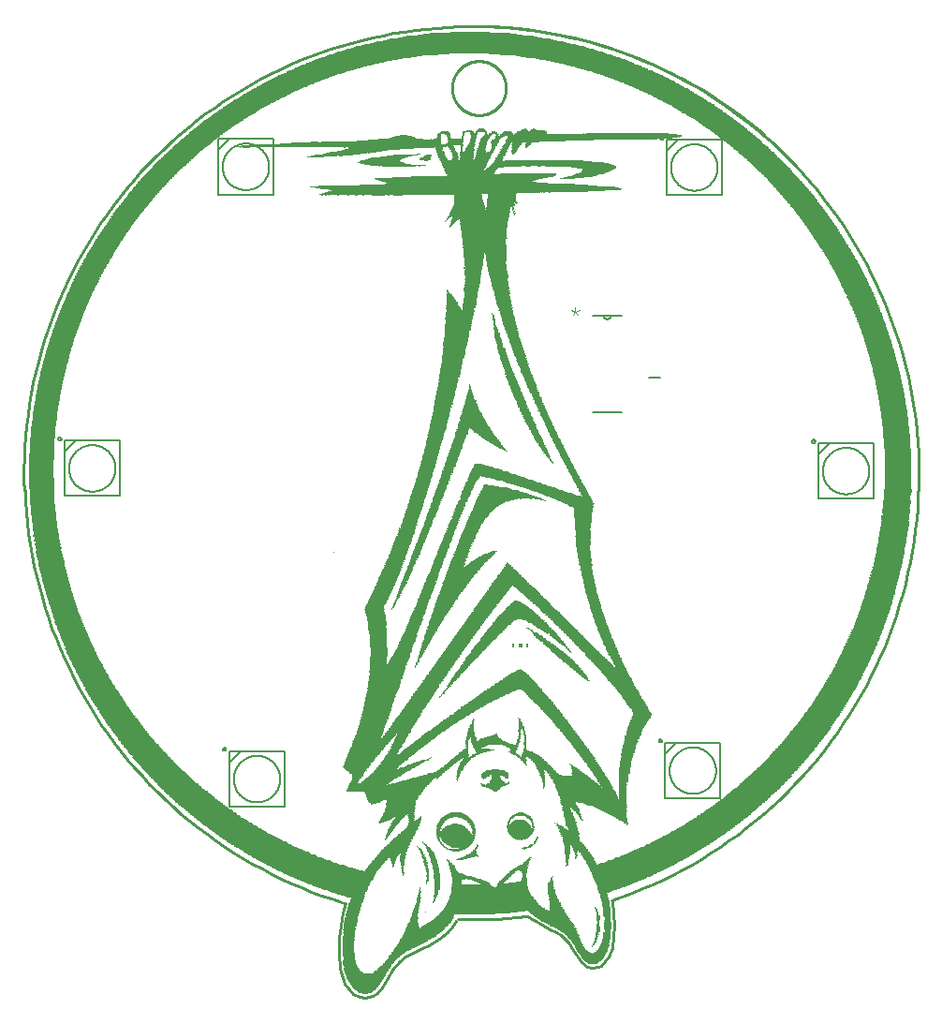
<source format=gto>
G75*
%MOIN*%
%OFA0B0*%
%FSLAX25Y25*%
%IPPOS*%
%LPD*%
%AMOC8*
5,1,8,0,0,1.08239X$1,22.5*
%
%ADD10R,0.00246X0.00246*%
%ADD11R,0.00492X0.00246*%
%ADD12R,0.00738X0.00246*%
%ADD13R,0.01476X0.00246*%
%ADD14R,0.01722X0.00246*%
%ADD15R,0.02707X0.00246*%
%ADD16R,0.03199X0.00246*%
%ADD17R,0.01230X0.00246*%
%ADD18R,0.07628X0.00246*%
%ADD19R,0.08120X0.00246*%
%ADD20R,0.07874X0.00246*%
%ADD21R,0.06398X0.00246*%
%ADD22R,0.06152X0.00246*%
%ADD23R,0.02215X0.00246*%
%ADD24R,0.01969X0.00246*%
%ADD25R,0.06644X0.00246*%
%ADD26R,0.08612X0.00246*%
%ADD27R,0.08858X0.00246*%
%ADD28R,0.09104X0.00246*%
%ADD29R,0.09350X0.00246*%
%ADD30R,0.10089X0.00246*%
%ADD31R,0.04429X0.00246*%
%ADD32R,0.04183X0.00246*%
%ADD33R,0.00984X0.00246*%
%ADD34R,0.02461X0.00246*%
%ADD35R,0.05167X0.00246*%
%ADD36R,0.03937X0.00246*%
%ADD37R,0.04675X0.00246*%
%ADD38R,0.02953X0.00246*%
%ADD39R,0.05906X0.00246*%
%ADD40R,0.03691X0.00246*%
%ADD41R,0.08366X0.00246*%
%ADD42R,0.04921X0.00246*%
%ADD43R,0.07136X0.00246*%
%ADD44R,0.06890X0.00246*%
%ADD45R,0.03445X0.00246*%
%ADD46R,0.14026X0.00246*%
%ADD47R,0.17470X0.00246*%
%ADD48R,0.20177X0.00246*%
%ADD49R,0.22392X0.00246*%
%ADD50R,0.24360X0.00246*%
%ADD51R,0.25098X0.00246*%
%ADD52R,0.24852X0.00246*%
%ADD53R,0.24606X0.00246*%
%ADD54R,0.25344X0.00246*%
%ADD55R,0.27805X0.00246*%
%ADD56R,0.27559X0.00246*%
%ADD57R,0.05659X0.00246*%
%ADD58R,0.25837X0.00246*%
%ADD59R,0.25591X0.00246*%
%ADD60R,0.26083X0.00246*%
%ADD61R,0.09843X0.00246*%
%ADD62R,0.10581X0.00246*%
%ADD63R,0.11565X0.00246*%
%ADD64R,0.10827X0.00246*%
%ADD65R,0.12057X0.00246*%
%ADD66R,0.11073X0.00246*%
%ADD67R,0.13041X0.00246*%
%ADD68R,0.05413X0.00246*%
%ADD69R,0.13780X0.00246*%
%ADD70R,0.14764X0.00246*%
%ADD71R,0.09596X0.00246*%
%ADD72R,0.15256X0.00246*%
%ADD73R,0.16240X0.00246*%
%ADD74R,0.16732X0.00246*%
%ADD75R,0.17717X0.00246*%
%ADD76R,0.18209X0.00246*%
%ADD77R,0.10335X0.00246*%
%ADD78R,0.19193X0.00246*%
%ADD79R,0.11319X0.00246*%
%ADD80R,0.19685X0.00246*%
%ADD81R,0.11811X0.00246*%
%ADD82R,0.20669X0.00246*%
%ADD83R,0.12549X0.00246*%
%ADD84R,0.21407X0.00246*%
%ADD85R,0.13287X0.00246*%
%ADD86R,0.21900X0.00246*%
%ADD87R,0.22884X0.00246*%
%ADD88R,0.23376X0.00246*%
%ADD89R,0.24114X0.00246*%
%ADD90R,0.15748X0.00246*%
%ADD91R,0.17224X0.00246*%
%ADD92R,0.26329X0.00246*%
%ADD93R,0.27067X0.00246*%
%ADD94R,0.18455X0.00246*%
%ADD95R,0.28543X0.00246*%
%ADD96R,0.19931X0.00246*%
%ADD97R,0.29281X0.00246*%
%ADD98R,0.20423X0.00246*%
%ADD99R,0.28789X0.00246*%
%ADD100R,0.28297X0.00246*%
%ADD101R,0.21654X0.00246*%
%ADD102R,0.28051X0.00246*%
%ADD103R,0.22146X0.00246*%
%ADD104R,0.27313X0.00246*%
%ADD105R,0.26821X0.00246*%
%ADD106R,0.26575X0.00246*%
%ADD107R,0.23868X0.00246*%
%ADD108R,0.23622X0.00246*%
%ADD109R,0.22638X0.00246*%
%ADD110R,0.23130X0.00246*%
%ADD111R,0.21161X0.00246*%
%ADD112R,0.20915X0.00246*%
%ADD113R,0.19439X0.00246*%
%ADD114R,0.18947X0.00246*%
%ADD115R,0.18701X0.00246*%
%ADD116R,0.17963X0.00246*%
%ADD117R,0.16978X0.00246*%
%ADD118R,0.16486X0.00246*%
%ADD119R,0.15994X0.00246*%
%ADD120R,0.15502X0.00246*%
%ADD121R,0.15010X0.00246*%
%ADD122R,0.14518X0.00246*%
%ADD123R,0.14272X0.00246*%
%ADD124R,0.13533X0.00246*%
%ADD125R,0.07382X0.00246*%
%ADD126R,0.12795X0.00246*%
%ADD127R,0.12303X0.00246*%
%ADD128R,0.46506X0.00246*%
%ADD129R,0.35925X0.00246*%
%ADD130R,0.34449X0.00246*%
%ADD131R,0.35433X0.00246*%
%ADD132R,0.43307X0.00246*%
%ADD133R,0.46752X0.00246*%
%ADD134R,0.45522X0.00246*%
%ADD135R,0.34941X0.00246*%
%ADD136R,0.78740X0.00246*%
%ADD137R,0.31496X0.00246*%
%ADD138R,0.40600X0.00246*%
%ADD139R,0.36417X0.00246*%
%ADD140R,0.36663X0.00246*%
%ADD141R,0.31988X0.00246*%
%ADD142R,0.31742X0.00246*%
%ADD143R,0.30266X0.00246*%
%ADD144R,0.31250X0.00246*%
%ADD145R,0.32234X0.00246*%
%ADD146R,0.32480X0.00246*%
%ADD147R,0.33465X0.00246*%
%ADD148R,0.33957X0.00246*%
%ADD149R,0.36909X0.00246*%
%ADD150R,0.38386X0.00246*%
%ADD151R,0.39370X0.00246*%
%ADD152R,0.43799X0.00246*%
%ADD153R,0.44783X0.00246*%
%ADD154R,0.93504X0.00246*%
%ADD155R,0.92028X0.00246*%
%ADD156R,0.90059X0.00246*%
%ADD157R,0.88583X0.00246*%
%ADD158R,0.86614X0.00246*%
%ADD159R,0.85138X0.00246*%
%ADD160R,0.83169X0.00246*%
%ADD161R,0.81693X0.00246*%
%ADD162R,0.79724X0.00246*%
%ADD163R,0.77756X0.00246*%
%ADD164R,0.75787X0.00246*%
%ADD165R,0.73819X0.00246*%
%ADD166R,0.71850X0.00246*%
%ADD167R,0.69882X0.00246*%
%ADD168R,0.67421X0.00246*%
%ADD169R,0.65453X0.00246*%
%ADD170R,0.62992X0.00246*%
%ADD171R,0.60531X0.00246*%
%ADD172R,0.58071X0.00246*%
%ADD173R,0.55118X0.00246*%
%ADD174R,0.52165X0.00246*%
%ADD175R,0.49213X0.00246*%
%ADD176R,0.46260X0.00246*%
%ADD177R,0.42815X0.00246*%
%ADD178R,0.38878X0.00246*%
%ADD179R,0.30512X0.00246*%
%ADD180R,0.37648X0.00246*%
%ADD181R,0.36171X0.00246*%
%ADD182R,0.35679X0.00246*%
%ADD183R,0.34695X0.00246*%
%ADD184R,0.34203X0.00246*%
%ADD185R,0.33219X0.00246*%
%ADD186R,0.32726X0.00246*%
%ADD187R,0.30758X0.00246*%
%ADD188R,0.30020X0.00246*%
%ADD189R,0.29774X0.00246*%
%ADD190R,0.29035X0.00246*%
%ADD191R,0.29528X0.00246*%
%ADD192R,0.57579X0.00246*%
%ADD193R,0.69144X0.00246*%
%ADD194R,0.76772X0.00246*%
%ADD195R,0.84646X0.00246*%
%ADD196R,0.91289X0.00246*%
%ADD197R,0.97195X0.00246*%
%ADD198R,1.00886X0.00246*%
%ADD199R,1.04331X0.00246*%
%ADD200R,1.07037X0.00246*%
%ADD201R,1.08268X0.00246*%
%ADD202R,1.07776X0.00246*%
%ADD203R,1.05561X0.00246*%
%ADD204R,0.99163X0.00246*%
%ADD205R,0.81447X0.00246*%
%ADD206R,0.67667X0.00246*%
%ADD207R,0.62008X0.00246*%
%ADD208R,0.57333X0.00246*%
%ADD209R,0.54134X0.00246*%
%ADD210R,0.53642X0.00246*%
%ADD211R,0.56102X0.00246*%
%ADD212R,0.57825X0.00246*%
%ADD213R,0.59301X0.00246*%
%ADD214R,0.58809X0.00246*%
%ADD215R,0.49459X0.00246*%
%ADD216R,0.43061X0.00246*%
%ADD217R,0.44291X0.00246*%
%ADD218R,0.43553X0.00246*%
%ADD219R,0.42569X0.00246*%
%ADD220R,0.41339X0.00246*%
%ADD221R,0.37402X0.00246*%
%ADD222R,0.74557X0.00246*%
%ADD223R,0.75049X0.00246*%
%ADD224R,0.72835X0.00246*%
%ADD225R,0.71112X0.00246*%
%ADD226R,0.53150X0.00246*%
%ADD227R,0.35187X0.00246*%
%ADD228R,0.31004X0.00246*%
%ADD229R,0.37894X0.00246*%
%ADD230R,0.61762X0.00246*%
%ADD231R,0.64469X0.00246*%
%ADD232R,0.58317X0.00246*%
%ADD233R,0.33711X0.00246*%
%ADD234R,0.41093X0.00246*%
%ADD235R,0.42077X0.00246*%
%ADD236R,0.95965X0.00246*%
%ADD237R,0.94488X0.00246*%
%ADD238R,0.93012X0.00246*%
%ADD239R,0.91535X0.00246*%
%ADD240R,0.89567X0.00246*%
%ADD241R,0.88091X0.00246*%
%ADD242R,0.82677X0.00246*%
%ADD243R,0.81201X0.00246*%
%ADD244R,0.79232X0.00246*%
%ADD245R,0.77264X0.00246*%
%ADD246R,0.75295X0.00246*%
%ADD247R,0.73327X0.00246*%
%ADD248R,0.71358X0.00246*%
%ADD249R,0.68898X0.00246*%
%ADD250R,0.66929X0.00246*%
%ADD251R,0.59547X0.00246*%
%ADD252R,0.57087X0.00246*%
%ADD253R,0.51181X0.00246*%
%ADD254R,0.48228X0.00246*%
%ADD255R,0.45276X0.00246*%
%ADD256C,0.01000*%
%ADD257C,0.00600*%
%ADD258C,0.00300*%
%ADD259R,0.00591X0.01181*%
%ADD260R,0.01181X0.01181*%
%ADD261C,0.00500*%
D10*
X0125868Y0022011D03*
X0125868Y0022257D03*
X0125868Y0022503D03*
X0126114Y0022749D03*
X0126114Y0022995D03*
X0126360Y0023241D03*
X0126360Y0023487D03*
X0126852Y0023487D03*
X0126852Y0023241D03*
X0126852Y0022995D03*
X0126852Y0022749D03*
X0126852Y0022503D03*
X0126360Y0022011D03*
X0126360Y0021765D03*
X0126114Y0021519D03*
X0126114Y0021273D03*
X0126606Y0021519D03*
X0126852Y0021273D03*
X0126852Y0021027D03*
X0126852Y0020781D03*
X0126360Y0020535D03*
X0127098Y0019550D03*
X0127345Y0019304D03*
X0127837Y0017582D03*
X0128083Y0017336D03*
X0128329Y0017090D03*
X0128575Y0016844D03*
X0128821Y0016598D03*
X0128821Y0016352D03*
X0129067Y0015613D03*
X0130789Y0016844D03*
X0131035Y0014383D03*
X0133004Y0014629D03*
X0133250Y0015121D03*
X0134234Y0015121D03*
X0134480Y0014137D03*
X0134234Y0013891D03*
X0133496Y0014137D03*
X0133496Y0013645D03*
X0135465Y0014383D03*
X0135711Y0014875D03*
X0135465Y0015121D03*
X0135711Y0015367D03*
X0137433Y0016352D03*
X0138171Y0017090D03*
X0137925Y0017336D03*
X0137679Y0017582D03*
X0137433Y0017828D03*
X0138417Y0018074D03*
X0139156Y0018566D03*
X0139402Y0019058D03*
X0139648Y0019304D03*
X0139648Y0019550D03*
X0139894Y0019796D03*
X0139402Y0019796D03*
X0139156Y0019304D03*
X0139402Y0020535D03*
X0139648Y0021027D03*
X0139648Y0021273D03*
X0139894Y0021519D03*
X0140140Y0020289D03*
X0138663Y0022011D03*
X0138663Y0022257D03*
X0138417Y0022503D03*
X0137925Y0022011D03*
X0138171Y0021765D03*
X0137187Y0021765D03*
X0136449Y0020289D03*
X0133004Y0020535D03*
X0132512Y0020781D03*
X0132020Y0021027D03*
X0131282Y0021765D03*
X0130789Y0022011D03*
X0130789Y0022257D03*
X0130543Y0022503D03*
X0130051Y0022011D03*
X0130051Y0022995D03*
X0130051Y0023241D03*
X0129805Y0023733D03*
X0129559Y0024226D03*
X0129559Y0024472D03*
X0129559Y0024718D03*
X0126852Y0023980D03*
X0126852Y0023733D03*
X0125868Y0024226D03*
X0125622Y0023487D03*
X0125622Y0023241D03*
X0125376Y0025456D03*
X0128575Y0028655D03*
X0128575Y0028901D03*
X0128575Y0029147D03*
X0128575Y0029393D03*
X0128083Y0029639D03*
X0128083Y0029885D03*
X0128083Y0030131D03*
X0128083Y0030377D03*
X0128083Y0030623D03*
X0128083Y0030869D03*
X0128083Y0031115D03*
X0128083Y0031361D03*
X0127591Y0031361D03*
X0127591Y0031115D03*
X0127591Y0030131D03*
X0127591Y0029885D03*
X0127591Y0029639D03*
X0128821Y0030869D03*
X0128821Y0031115D03*
X0125376Y0035544D03*
X0125622Y0036283D03*
X0125622Y0036529D03*
X0126360Y0037021D03*
X0126360Y0037267D03*
X0126852Y0036775D03*
X0126852Y0036529D03*
X0127098Y0038005D03*
X0126360Y0038497D03*
X0126114Y0038251D03*
X0125868Y0038005D03*
X0125868Y0038497D03*
X0125868Y0038743D03*
X0125868Y0039235D03*
X0126360Y0038989D03*
X0126360Y0039481D03*
X0126360Y0039728D03*
X0126852Y0039974D03*
X0126852Y0040220D03*
X0127345Y0040220D03*
X0127591Y0040712D03*
X0127098Y0040712D03*
X0127098Y0041204D03*
X0126606Y0041204D03*
X0126606Y0041450D03*
X0126852Y0041696D03*
X0126606Y0042188D03*
X0126606Y0042434D03*
X0126852Y0043172D03*
X0126606Y0040958D03*
X0126360Y0040712D03*
X0127345Y0039481D03*
X0127098Y0039235D03*
X0127591Y0039728D03*
X0128083Y0040220D03*
X0128575Y0040712D03*
X0128329Y0040958D03*
X0129313Y0040220D03*
X0129067Y0039974D03*
X0128821Y0039728D03*
X0129313Y0039481D03*
X0129805Y0039235D03*
X0129805Y0038989D03*
X0129805Y0038743D03*
X0129805Y0038497D03*
X0129805Y0038251D03*
X0129313Y0038251D03*
X0129313Y0038497D03*
X0129313Y0038743D03*
X0128821Y0038743D03*
X0128329Y0039235D03*
X0129805Y0040466D03*
X0129805Y0040712D03*
X0130297Y0040712D03*
X0130297Y0040958D03*
X0130297Y0041204D03*
X0130297Y0040466D03*
X0129559Y0041696D03*
X0129559Y0042680D03*
X0129559Y0042926D03*
X0129559Y0043172D03*
X0130297Y0043172D03*
X0130789Y0042926D03*
X0130789Y0042680D03*
X0131528Y0045879D03*
X0131528Y0046125D03*
X0131528Y0046371D03*
X0131528Y0046863D03*
X0131528Y0047109D03*
X0131528Y0047356D03*
X0132020Y0046863D03*
X0132020Y0046617D03*
X0132266Y0048094D03*
X0131774Y0048340D03*
X0131774Y0048586D03*
X0132758Y0048586D03*
X0132758Y0048832D03*
X0133004Y0049078D03*
X0133250Y0050062D03*
X0133004Y0050308D03*
X0133004Y0050554D03*
X0133250Y0050800D03*
X0133004Y0051046D03*
X0133496Y0051539D03*
X0133496Y0051785D03*
X0133496Y0052031D03*
X0133496Y0052277D03*
X0133496Y0052523D03*
X0133496Y0052769D03*
X0133742Y0053015D03*
X0133988Y0052523D03*
X0133988Y0052277D03*
X0134234Y0052769D03*
X0134480Y0052523D03*
X0134726Y0053015D03*
X0133742Y0051293D03*
X0133742Y0051046D03*
X0133496Y0050308D03*
X0132020Y0050308D03*
X0132020Y0050062D03*
X0131282Y0050062D03*
X0130789Y0050062D03*
X0130789Y0050308D03*
X0130789Y0050554D03*
X0130789Y0050800D03*
X0130789Y0051046D03*
X0130789Y0051293D03*
X0130543Y0051785D03*
X0130297Y0051539D03*
X0130051Y0051785D03*
X0130297Y0052277D03*
X0130543Y0052523D03*
X0130543Y0052769D03*
X0130789Y0053261D03*
X0131035Y0053507D03*
X0131035Y0053753D03*
X0131282Y0053999D03*
X0131774Y0053753D03*
X0132020Y0053999D03*
X0132512Y0053753D03*
X0132266Y0053261D03*
X0131528Y0053261D03*
X0130789Y0052277D03*
X0130297Y0050800D03*
X0129805Y0050800D03*
X0129805Y0051046D03*
X0129559Y0050554D03*
X0129313Y0050062D03*
X0129067Y0049816D03*
X0129067Y0049570D03*
X0128821Y0049078D03*
X0128821Y0048094D03*
X0128329Y0047848D03*
X0128575Y0047602D03*
X0128821Y0047109D03*
X0128821Y0046863D03*
X0128329Y0046863D03*
X0128329Y0047109D03*
X0128083Y0046617D03*
X0127837Y0046125D03*
X0127591Y0045879D03*
X0127591Y0045633D03*
X0128083Y0045633D03*
X0128083Y0045387D03*
X0128575Y0045633D03*
X0128575Y0045879D03*
X0128575Y0046125D03*
X0129805Y0049570D03*
X0129805Y0049816D03*
X0130051Y0050062D03*
X0130543Y0049570D03*
X0132266Y0054491D03*
X0132020Y0054983D03*
X0132266Y0055476D03*
X0132266Y0055722D03*
X0132512Y0055968D03*
X0132758Y0056214D03*
X0132758Y0056460D03*
X0133496Y0057444D03*
X0133742Y0057198D03*
X0134234Y0057444D03*
X0134480Y0057198D03*
X0134480Y0057690D03*
X0134726Y0057936D03*
X0134480Y0058182D03*
X0134480Y0058428D03*
X0134726Y0058674D03*
X0134726Y0059167D03*
X0134973Y0059413D03*
X0135219Y0059659D03*
X0135711Y0059413D03*
X0135465Y0059167D03*
X0136203Y0059167D03*
X0136203Y0059905D03*
X0136449Y0060397D03*
X0136695Y0060643D03*
X0136695Y0060889D03*
X0136203Y0060889D03*
X0135711Y0060397D03*
X0135711Y0060151D03*
X0136941Y0060151D03*
X0136941Y0059905D03*
X0137187Y0060397D03*
X0137187Y0060643D03*
X0137433Y0061135D03*
X0137433Y0061381D03*
X0137433Y0061627D03*
X0136695Y0061627D03*
X0137679Y0062611D03*
X0137925Y0062857D03*
X0138417Y0062365D03*
X0138910Y0062365D03*
X0139402Y0062365D03*
X0138910Y0061873D03*
X0138171Y0061873D03*
X0138171Y0061381D03*
X0139156Y0061135D03*
X0139402Y0060889D03*
X0139402Y0060643D03*
X0139648Y0060397D03*
X0140140Y0060889D03*
X0140386Y0061135D03*
X0140632Y0061381D03*
X0141124Y0061873D03*
X0140878Y0062119D03*
X0141616Y0062365D03*
X0141862Y0062857D03*
X0142354Y0062611D03*
X0142600Y0062119D03*
X0142600Y0061873D03*
X0142600Y0061627D03*
X0143093Y0061873D03*
X0143585Y0061873D03*
X0143585Y0061627D03*
X0143585Y0061381D03*
X0143585Y0061135D03*
X0143585Y0060643D03*
X0143093Y0061135D03*
X0142600Y0060889D03*
X0142600Y0060151D03*
X0143093Y0059905D03*
X0143093Y0059659D03*
X0143093Y0058920D03*
X0143053Y0058733D03*
X0146045Y0058428D03*
X0146537Y0058674D03*
X0146537Y0058920D03*
X0146537Y0059167D03*
X0146537Y0059413D03*
X0146537Y0059659D03*
X0146537Y0059905D03*
X0146045Y0059905D03*
X0146045Y0059659D03*
X0146045Y0059413D03*
X0145799Y0060643D03*
X0145799Y0060889D03*
X0145799Y0061381D03*
X0145799Y0061627D03*
X0145799Y0062119D03*
X0145799Y0062365D03*
X0146045Y0063104D03*
X0146045Y0063596D03*
X0146045Y0063842D03*
X0146291Y0064088D03*
X0146291Y0064334D03*
X0145799Y0064580D03*
X0145799Y0064826D03*
X0146537Y0064826D03*
X0147276Y0065318D03*
X0147276Y0065564D03*
X0147276Y0065810D03*
X0147522Y0066056D03*
X0147522Y0066302D03*
X0148014Y0066548D03*
X0148014Y0066794D03*
X0148506Y0066548D03*
X0148506Y0066302D03*
X0148506Y0066056D03*
X0148752Y0066794D03*
X0147276Y0066794D03*
X0148014Y0065318D03*
X0147768Y0065072D03*
X0148014Y0064826D03*
X0147768Y0064334D03*
X0147768Y0064088D03*
X0147276Y0063842D03*
X0147276Y0063596D03*
X0146784Y0063842D03*
X0146537Y0063350D03*
X0146784Y0063104D03*
X0146784Y0062611D03*
X0146784Y0062365D03*
X0147030Y0062119D03*
X0147030Y0061873D03*
X0146784Y0061381D03*
X0147030Y0060889D03*
X0146537Y0060643D03*
X0147276Y0062365D03*
X0147276Y0062611D03*
X0147276Y0062857D03*
X0145307Y0063596D03*
X0145553Y0064088D03*
X0144815Y0062857D03*
X0144569Y0062611D03*
X0144323Y0062365D03*
X0143831Y0062365D03*
X0142847Y0062857D03*
X0140632Y0063842D03*
X0140386Y0064580D03*
X0139894Y0065072D03*
X0139648Y0064826D03*
X0140386Y0065564D03*
X0140632Y0065318D03*
X0140632Y0065810D03*
X0141370Y0066548D03*
X0141616Y0066794D03*
X0142354Y0066548D03*
X0142354Y0067041D03*
X0142847Y0067287D03*
X0143093Y0067041D03*
X0143831Y0067041D03*
X0143831Y0067287D03*
X0144077Y0068025D03*
X0144323Y0068517D03*
X0144323Y0068763D03*
X0144077Y0069009D03*
X0144569Y0069501D03*
X0144815Y0069747D03*
X0145061Y0069993D03*
X0145553Y0070239D03*
X0145553Y0070485D03*
X0146045Y0070731D03*
X0146291Y0070978D03*
X0146537Y0071224D03*
X0147030Y0070978D03*
X0147276Y0071224D03*
X0147768Y0070978D03*
X0148260Y0071224D03*
X0148506Y0071716D03*
X0147768Y0071716D03*
X0147522Y0071962D03*
X0148014Y0072454D03*
X0148260Y0072700D03*
X0148506Y0072946D03*
X0148998Y0074915D03*
X0148752Y0075407D03*
X0149244Y0075407D03*
X0148998Y0076145D03*
X0148998Y0077129D03*
X0148506Y0077129D03*
X0148998Y0077621D03*
X0148506Y0077867D03*
X0148260Y0078113D03*
X0148014Y0078359D03*
X0147768Y0078606D03*
X0147276Y0078606D03*
X0147276Y0078113D03*
X0147276Y0077375D03*
X0147276Y0077129D03*
X0146784Y0076637D03*
X0146537Y0076391D03*
X0145799Y0076391D03*
X0145553Y0076637D03*
X0145307Y0076391D03*
X0145061Y0076145D03*
X0144815Y0075899D03*
X0144569Y0075653D03*
X0144323Y0075161D03*
X0144077Y0074915D03*
X0143831Y0074669D03*
X0143585Y0074915D03*
X0143585Y0074422D03*
X0143831Y0074176D03*
X0144077Y0073684D03*
X0143831Y0073438D03*
X0143339Y0073684D03*
X0143339Y0073930D03*
X0143093Y0074176D03*
X0143093Y0074422D03*
X0142600Y0073930D03*
X0142847Y0073684D03*
X0143093Y0073438D03*
X0143093Y0073192D03*
X0142847Y0072946D03*
X0142847Y0072700D03*
X0142600Y0072454D03*
X0142354Y0072208D03*
X0142108Y0071962D03*
X0141616Y0072208D03*
X0141862Y0072454D03*
X0142354Y0072946D03*
X0142600Y0073192D03*
X0143339Y0072700D03*
X0142847Y0071962D03*
X0142600Y0071716D03*
X0142354Y0071470D03*
X0141862Y0071470D03*
X0141862Y0071224D03*
X0141370Y0071470D03*
X0141370Y0070731D03*
X0141124Y0070485D03*
X0141370Y0069993D03*
X0141124Y0069501D03*
X0140632Y0069009D03*
X0140593Y0068822D03*
X0140632Y0068763D03*
X0140347Y0068330D03*
X0143339Y0068271D03*
X0144815Y0069009D03*
X0146045Y0069255D03*
X0146537Y0070239D03*
X0146537Y0070485D03*
X0149244Y0070485D03*
X0149736Y0070731D03*
X0150228Y0070485D03*
X0150228Y0070239D03*
X0149490Y0069501D03*
X0149244Y0069255D03*
X0149244Y0069009D03*
X0149736Y0069009D03*
X0149736Y0068763D03*
X0149490Y0068271D03*
X0151665Y0066115D03*
X0151911Y0065869D03*
X0152158Y0065623D03*
X0152443Y0065072D03*
X0152689Y0064580D03*
X0153181Y0064334D03*
X0152935Y0064088D03*
X0153181Y0063596D03*
X0153673Y0063596D03*
X0153673Y0063104D03*
X0153919Y0062857D03*
X0153673Y0062611D03*
X0153673Y0062365D03*
X0153919Y0062119D03*
X0154165Y0061873D03*
X0154165Y0061627D03*
X0154658Y0061627D03*
X0154411Y0061135D03*
X0154165Y0060889D03*
X0154165Y0060643D03*
X0154165Y0060397D03*
X0154411Y0060151D03*
X0154411Y0059905D03*
X0154411Y0059659D03*
X0155150Y0059659D03*
X0155150Y0059905D03*
X0155150Y0059167D03*
X0154658Y0058674D03*
X0155396Y0058428D03*
X0155150Y0057690D03*
X0155150Y0057444D03*
X0155150Y0057198D03*
X0155396Y0056952D03*
X0155396Y0056706D03*
X0155642Y0056214D03*
X0155642Y0055968D03*
X0155642Y0055722D03*
X0155150Y0055722D03*
X0155150Y0055476D03*
X0155150Y0055230D03*
X0155396Y0054983D03*
X0155396Y0054737D03*
X0155396Y0054491D03*
X0155396Y0054245D03*
X0155150Y0053999D03*
X0155150Y0053753D03*
X0155150Y0053507D03*
X0155110Y0053320D03*
X0155110Y0053074D03*
X0155110Y0052828D03*
X0152650Y0051352D03*
X0152650Y0051106D03*
X0152650Y0050859D03*
X0152689Y0050800D03*
X0152650Y0050613D03*
X0152689Y0050554D03*
X0152689Y0050308D03*
X0152443Y0049816D03*
X0152443Y0049570D03*
X0152689Y0049078D03*
X0152689Y0048832D03*
X0152197Y0048832D03*
X0152197Y0048586D03*
X0152197Y0048340D03*
X0152197Y0048094D03*
X0151951Y0047848D03*
X0151951Y0047602D03*
X0152443Y0047109D03*
X0152443Y0046863D03*
X0151951Y0046617D03*
X0151705Y0046125D03*
X0151705Y0045879D03*
X0151459Y0045387D03*
X0151951Y0044403D03*
X0151951Y0044157D03*
X0151951Y0043911D03*
X0151951Y0043665D03*
X0151459Y0043911D03*
X0151459Y0044157D03*
X0150967Y0044157D03*
X0150721Y0043665D03*
X0150721Y0043419D03*
X0151213Y0043419D03*
X0151213Y0043172D03*
X0151213Y0042926D03*
X0151213Y0042680D03*
X0151213Y0042434D03*
X0151213Y0042188D03*
X0151705Y0042188D03*
X0151705Y0041942D03*
X0151705Y0041696D03*
X0151705Y0041450D03*
X0151705Y0041204D03*
X0151213Y0041204D03*
X0151213Y0040958D03*
X0151213Y0040712D03*
X0151213Y0040466D03*
X0151213Y0040220D03*
X0151213Y0039974D03*
X0151213Y0039728D03*
X0151705Y0039728D03*
X0151705Y0039974D03*
X0151705Y0039235D03*
X0151705Y0038989D03*
X0151213Y0038743D03*
X0151459Y0038005D03*
X0151459Y0037759D03*
X0151459Y0037513D03*
X0151951Y0037267D03*
X0151705Y0036775D03*
X0151459Y0035791D03*
X0153427Y0037267D03*
X0153919Y0037513D03*
X0154411Y0037759D03*
X0154658Y0038005D03*
X0154904Y0037513D03*
X0154411Y0037267D03*
X0154411Y0037021D03*
X0154411Y0036775D03*
X0153919Y0036529D03*
X0155642Y0037513D03*
X0156380Y0038743D03*
X0157118Y0039481D03*
X0157856Y0039728D03*
X0158348Y0040220D03*
X0158102Y0040466D03*
X0158348Y0040712D03*
X0159825Y0041450D03*
X0160071Y0041696D03*
X0160317Y0041942D03*
X0161301Y0043419D03*
X0161547Y0043665D03*
X0161793Y0043419D03*
X0162285Y0043665D03*
X0162039Y0044157D03*
X0161793Y0044403D03*
X0162285Y0044649D03*
X0162285Y0045387D03*
X0162532Y0045633D03*
X0162532Y0045879D03*
X0162778Y0046125D03*
X0162778Y0046371D03*
X0163024Y0046617D03*
X0163270Y0046863D03*
X0163270Y0047109D03*
X0163516Y0047356D03*
X0163516Y0047602D03*
X0163516Y0048094D03*
X0163762Y0048586D03*
X0163762Y0048832D03*
X0164008Y0049078D03*
X0164254Y0049324D03*
X0164008Y0050062D03*
X0164008Y0047848D03*
X0164008Y0047602D03*
X0164254Y0047356D03*
X0164254Y0047109D03*
X0164254Y0046863D03*
X0164254Y0046617D03*
X0164254Y0046371D03*
X0164254Y0046125D03*
X0164254Y0045879D03*
X0164008Y0045633D03*
X0163516Y0046125D03*
X0163270Y0045879D03*
X0163270Y0045633D03*
X0163762Y0046863D03*
X0165484Y0045141D03*
X0165484Y0044895D03*
X0164992Y0044157D03*
X0164992Y0043911D03*
X0164992Y0043665D03*
X0164992Y0043419D03*
X0165238Y0043172D03*
X0165238Y0042926D03*
X0164992Y0042434D03*
X0164992Y0042188D03*
X0164500Y0041204D03*
X0164008Y0040958D03*
X0163762Y0041204D03*
X0164254Y0040712D03*
X0164008Y0040220D03*
X0163516Y0039728D03*
X0163270Y0040220D03*
X0163270Y0040712D03*
X0163024Y0041204D03*
X0163024Y0039481D03*
X0163270Y0039235D03*
X0162778Y0039235D03*
X0162778Y0038989D03*
X0162532Y0038743D03*
X0162532Y0038497D03*
X0162039Y0037759D03*
X0161055Y0037267D03*
X0161055Y0037021D03*
X0160809Y0036775D03*
X0160071Y0036283D03*
X0159825Y0035791D03*
X0158595Y0035298D03*
X0158595Y0034806D03*
X0157856Y0035298D03*
X0157364Y0035052D03*
X0157118Y0035298D03*
X0157364Y0034560D03*
X0157610Y0034314D03*
X0157118Y0034068D03*
X0155888Y0033084D03*
X0155150Y0032592D03*
X0154904Y0033084D03*
X0154658Y0032346D03*
X0153919Y0031854D03*
X0153919Y0033084D03*
X0151951Y0030869D03*
X0151459Y0030869D03*
X0151213Y0031115D03*
X0150967Y0030623D03*
X0150721Y0030377D03*
X0150721Y0030869D03*
X0149736Y0029885D03*
X0149244Y0029639D03*
X0148260Y0029147D03*
X0148014Y0028901D03*
X0147276Y0028409D03*
X0147030Y0028901D03*
X0146784Y0028163D03*
X0146045Y0027670D03*
X0145799Y0027424D03*
X0145307Y0027424D03*
X0145307Y0027670D03*
X0145307Y0027917D03*
X0144815Y0028409D03*
X0144815Y0028655D03*
X0145061Y0029393D03*
X0144569Y0029639D03*
X0144323Y0029393D03*
X0144077Y0029885D03*
X0143831Y0029639D03*
X0143585Y0029147D03*
X0143585Y0028901D03*
X0143339Y0028655D03*
X0143093Y0027670D03*
X0142600Y0027670D03*
X0142354Y0027178D03*
X0142847Y0026932D03*
X0143093Y0026686D03*
X0143093Y0026440D03*
X0143093Y0026194D03*
X0143339Y0025702D03*
X0143585Y0025456D03*
X0143831Y0025702D03*
X0144323Y0026194D03*
X0144569Y0026440D03*
X0143831Y0026440D03*
X0143339Y0026932D03*
X0142600Y0026440D03*
X0142354Y0026194D03*
X0142354Y0025948D03*
X0142108Y0025456D03*
X0141616Y0025948D03*
X0141124Y0025702D03*
X0140878Y0025456D03*
X0140632Y0024964D03*
X0140878Y0024718D03*
X0141124Y0024472D03*
X0141124Y0024226D03*
X0140632Y0024226D03*
X0140386Y0024472D03*
X0140140Y0024226D03*
X0140386Y0023980D03*
X0140632Y0023733D03*
X0140140Y0023733D03*
X0139648Y0023980D03*
X0139402Y0023733D03*
X0141370Y0023241D03*
X0141370Y0022995D03*
X0141370Y0022257D03*
X0141862Y0023733D03*
X0142354Y0023980D03*
X0142600Y0024472D03*
X0142847Y0024964D03*
X0143339Y0025210D03*
X0143093Y0025456D03*
X0141862Y0026440D03*
X0144569Y0027670D03*
X0144569Y0027917D03*
X0144815Y0027424D03*
X0144815Y0027178D03*
X0145307Y0026932D03*
X0144323Y0030377D03*
X0144569Y0030623D03*
X0145553Y0031607D03*
X0145307Y0031854D03*
X0146045Y0031607D03*
X0146537Y0031854D03*
X0146537Y0032100D03*
X0146291Y0032346D03*
X0146291Y0032592D03*
X0146291Y0032838D03*
X0146537Y0033084D03*
X0146537Y0033330D03*
X0146537Y0033576D03*
X0146784Y0033822D03*
X0147030Y0033576D03*
X0146784Y0034314D03*
X0147522Y0035791D03*
X0147768Y0036283D03*
X0148260Y0036037D03*
X0148506Y0036529D03*
X0148260Y0037021D03*
X0148260Y0037267D03*
X0148506Y0038005D03*
X0149490Y0039728D03*
X0149490Y0040220D03*
X0149982Y0040466D03*
X0149982Y0039974D03*
X0149736Y0040958D03*
X0150228Y0041204D03*
X0150474Y0041450D03*
X0150721Y0041204D03*
X0150967Y0041450D03*
X0150228Y0042188D03*
X0150228Y0042434D03*
X0150474Y0042680D03*
X0150474Y0042926D03*
X0151705Y0042926D03*
X0151705Y0042680D03*
X0151705Y0042434D03*
X0151705Y0043172D03*
X0152443Y0046125D03*
X0152689Y0047848D03*
X0152689Y0048094D03*
X0152689Y0048340D03*
X0157325Y0046184D03*
X0157610Y0046863D03*
X0158102Y0047356D03*
X0158102Y0047602D03*
X0158102Y0047848D03*
X0157856Y0048094D03*
X0157856Y0048340D03*
X0157856Y0048586D03*
X0158348Y0049078D03*
X0158841Y0049078D03*
X0158841Y0049570D03*
X0158841Y0049816D03*
X0159087Y0050062D03*
X0159087Y0050308D03*
X0159087Y0050554D03*
X0159087Y0050800D03*
X0159087Y0051046D03*
X0158841Y0051293D03*
X0158841Y0051539D03*
X0159333Y0051785D03*
X0159087Y0052277D03*
X0159087Y0052523D03*
X0159087Y0052769D03*
X0159087Y0053015D03*
X0158595Y0053015D03*
X0158595Y0052769D03*
X0158595Y0052523D03*
X0158595Y0052277D03*
X0158595Y0052031D03*
X0158102Y0051539D03*
X0158102Y0051293D03*
X0158348Y0051046D03*
X0158348Y0050800D03*
X0158348Y0050554D03*
X0158348Y0050308D03*
X0158595Y0050062D03*
X0158102Y0049816D03*
X0158102Y0049570D03*
X0158595Y0048586D03*
X0158595Y0048340D03*
X0154864Y0042739D03*
X0161055Y0038743D03*
X0165484Y0043665D03*
X0167207Y0052277D03*
X0166961Y0055230D03*
X0167207Y0056214D03*
X0165976Y0056214D03*
X0165238Y0057198D03*
X0164746Y0057198D03*
X0164746Y0057444D03*
X0164746Y0057690D03*
X0164254Y0057690D03*
X0164254Y0057444D03*
X0163762Y0057444D03*
X0163762Y0057198D03*
X0164008Y0056952D03*
X0164008Y0056706D03*
X0164008Y0056460D03*
X0164500Y0056706D03*
X0164500Y0056952D03*
X0163762Y0057690D03*
X0163516Y0057936D03*
X0163516Y0058182D03*
X0164008Y0058674D03*
X0164254Y0058920D03*
X0163762Y0059167D03*
X0163762Y0059413D03*
X0163270Y0059659D03*
X0163270Y0058920D03*
X0164500Y0058182D03*
X0164746Y0058428D03*
X0163024Y0060397D03*
X0162246Y0061440D03*
X0158595Y0060397D03*
X0158348Y0060151D03*
X0158348Y0059905D03*
X0158841Y0059659D03*
X0158595Y0059167D03*
X0158348Y0058920D03*
X0158348Y0058674D03*
X0157856Y0058182D03*
X0157856Y0057936D03*
X0157610Y0057444D03*
X0157610Y0057198D03*
X0157610Y0056706D03*
X0157856Y0056214D03*
X0157856Y0055968D03*
X0157856Y0055722D03*
X0157856Y0055476D03*
X0157856Y0054983D03*
X0157856Y0054737D03*
X0158348Y0054737D03*
X0158348Y0054983D03*
X0158595Y0055476D03*
X0158348Y0055722D03*
X0158348Y0055968D03*
X0159087Y0055968D03*
X0159087Y0055722D03*
X0159087Y0055476D03*
X0159579Y0054983D03*
X0159579Y0054737D03*
X0159579Y0054491D03*
X0159579Y0053999D03*
X0159579Y0053753D03*
X0158102Y0053753D03*
X0158102Y0053507D03*
X0158102Y0053261D03*
X0158102Y0053015D03*
X0158102Y0052769D03*
X0159333Y0056214D03*
X0159333Y0056460D03*
X0159333Y0056706D03*
X0159333Y0056952D03*
X0159087Y0057198D03*
X0159087Y0057444D03*
X0158348Y0057444D03*
X0158348Y0057198D03*
X0158348Y0057690D03*
X0157364Y0058182D03*
X0157364Y0058428D03*
X0157364Y0058674D03*
X0157610Y0058920D03*
X0157118Y0059659D03*
X0157118Y0059905D03*
X0157610Y0059905D03*
X0157364Y0060397D03*
X0157364Y0060643D03*
X0157364Y0060889D03*
X0157610Y0061135D03*
X0157364Y0061381D03*
X0156872Y0061135D03*
X0156872Y0060889D03*
X0156872Y0060643D03*
X0156872Y0060397D03*
X0157856Y0060397D03*
X0157856Y0060643D03*
X0157856Y0060889D03*
X0158348Y0061135D03*
X0158102Y0061873D03*
X0157610Y0061873D03*
X0157118Y0061873D03*
X0157118Y0062119D03*
X0157364Y0062365D03*
X0157118Y0062611D03*
X0157118Y0062857D03*
X0156872Y0063104D03*
X0156872Y0063350D03*
X0157118Y0063596D03*
X0156626Y0063842D03*
X0156626Y0064334D03*
X0156134Y0064826D03*
X0155888Y0065318D03*
X0155396Y0065072D03*
X0155150Y0065318D03*
X0155396Y0065810D03*
X0155150Y0066056D03*
X0154165Y0067041D03*
X0153880Y0067346D03*
X0153634Y0067592D03*
X0155642Y0064088D03*
X0156134Y0063350D03*
X0156134Y0063104D03*
X0156134Y0062857D03*
X0156380Y0062365D03*
X0156380Y0062119D03*
X0156626Y0061627D03*
X0156626Y0061381D03*
X0156626Y0062611D03*
X0157610Y0062857D03*
X0157856Y0062365D03*
X0154658Y0060889D03*
X0159087Y0058674D03*
X0164254Y0055722D03*
X0164500Y0055476D03*
X0164254Y0054983D03*
X0164254Y0054737D03*
X0164254Y0054491D03*
X0164254Y0053015D03*
X0164254Y0052769D03*
X0168683Y0055476D03*
X0170160Y0055230D03*
X0170652Y0055230D03*
X0171390Y0054983D03*
X0171882Y0054737D03*
X0172620Y0053753D03*
X0173358Y0054491D03*
X0173850Y0053753D03*
X0173850Y0053261D03*
X0174343Y0053999D03*
X0180002Y0051785D03*
X0180248Y0051539D03*
X0180494Y0052031D03*
X0180740Y0052769D03*
X0180986Y0053015D03*
X0181232Y0053261D03*
X0181478Y0053507D03*
X0181724Y0053753D03*
X0181971Y0053999D03*
X0181971Y0053261D03*
X0181724Y0052769D03*
X0182955Y0055230D03*
X0183939Y0055722D03*
X0184185Y0055968D03*
X0184185Y0055476D03*
X0184185Y0055230D03*
X0184923Y0056706D03*
X0185415Y0057444D03*
X0185908Y0057690D03*
X0186400Y0057936D03*
X0187138Y0058428D03*
X0187876Y0058428D03*
X0187876Y0058920D03*
X0188860Y0059167D03*
X0189106Y0059413D03*
X0189352Y0059659D03*
X0189598Y0059905D03*
X0190091Y0059905D03*
X0190337Y0060151D03*
X0190337Y0060397D03*
X0190337Y0060643D03*
X0190829Y0060643D03*
X0190829Y0060889D03*
X0190829Y0060397D03*
X0191321Y0060397D03*
X0191321Y0060643D03*
X0191567Y0060889D03*
X0191567Y0061135D03*
X0191321Y0061627D03*
X0191075Y0059905D03*
X0190583Y0059167D03*
X0190583Y0058920D03*
X0190583Y0058674D03*
X0190583Y0058428D03*
X0190583Y0058182D03*
X0190583Y0057936D03*
X0190583Y0057690D03*
X0190583Y0057444D03*
X0190337Y0056952D03*
X0190337Y0056706D03*
X0189598Y0056460D03*
X0189598Y0056214D03*
X0189598Y0055968D03*
X0189598Y0055722D03*
X0190337Y0055722D03*
X0190337Y0055476D03*
X0190337Y0054983D03*
X0190337Y0054737D03*
X0190337Y0053261D03*
X0190583Y0052277D03*
X0190583Y0052031D03*
X0190829Y0051046D03*
X0190829Y0050062D03*
X0190583Y0049816D03*
X0190583Y0049570D03*
X0190829Y0049324D03*
X0191075Y0049078D03*
X0191321Y0049324D03*
X0191321Y0049570D03*
X0191321Y0049816D03*
X0191567Y0049078D03*
X0191813Y0048832D03*
X0191813Y0048586D03*
X0192059Y0048340D03*
X0191567Y0047848D03*
X0191567Y0047602D03*
X0191567Y0047356D03*
X0192059Y0047356D03*
X0192059Y0047602D03*
X0192551Y0047356D03*
X0192797Y0047109D03*
X0192797Y0046371D03*
X0192551Y0046125D03*
X0192551Y0045387D03*
X0193289Y0045387D03*
X0193289Y0046125D03*
X0193535Y0046371D03*
X0194028Y0045879D03*
X0194274Y0045633D03*
X0194520Y0045387D03*
X0194766Y0045141D03*
X0194520Y0044649D03*
X0194028Y0045387D03*
X0191813Y0045141D03*
X0191075Y0044895D03*
X0190829Y0043665D03*
X0191321Y0043172D03*
X0191813Y0042680D03*
X0192797Y0041942D03*
X0193043Y0041696D03*
X0193289Y0041450D03*
X0193782Y0041204D03*
X0194028Y0040958D03*
X0194766Y0040466D03*
X0195012Y0040712D03*
X0195750Y0040712D03*
X0195750Y0040220D03*
X0195504Y0039974D03*
X0196734Y0039235D03*
X0197226Y0038989D03*
X0197719Y0039235D03*
X0198211Y0039235D03*
X0197965Y0038743D03*
X0198949Y0041450D03*
X0198949Y0041696D03*
X0199441Y0041696D03*
X0199441Y0041942D03*
X0199195Y0042188D03*
X0199687Y0042188D03*
X0199441Y0043172D03*
X0199441Y0043419D03*
X0199441Y0043665D03*
X0198949Y0043665D03*
X0198949Y0043419D03*
X0198703Y0042680D03*
X0198211Y0042680D03*
X0198211Y0042926D03*
X0198457Y0042188D03*
X0198457Y0041696D03*
X0196734Y0043419D03*
X0195996Y0043419D03*
X0193043Y0042926D03*
X0190829Y0047356D03*
X0190829Y0047602D03*
X0190583Y0048094D03*
X0190091Y0047848D03*
X0191321Y0048340D03*
X0198457Y0049078D03*
X0198949Y0049078D03*
X0199195Y0049324D03*
X0199195Y0049570D03*
X0199195Y0049816D03*
X0199195Y0050062D03*
X0199195Y0050308D03*
X0199687Y0049816D03*
X0199687Y0049570D03*
X0199687Y0049324D03*
X0199687Y0049078D03*
X0199687Y0048832D03*
X0199933Y0048586D03*
X0199933Y0048340D03*
X0199933Y0048094D03*
X0199933Y0047848D03*
X0199441Y0047848D03*
X0199441Y0048094D03*
X0199441Y0048340D03*
X0198703Y0048340D03*
X0198703Y0048586D03*
X0198703Y0048094D03*
X0198949Y0047602D03*
X0198949Y0047356D03*
X0199441Y0047356D03*
X0199441Y0047602D03*
X0200179Y0047356D03*
X0200425Y0047602D03*
X0200425Y0047848D03*
X0200425Y0048094D03*
X0200671Y0048586D03*
X0200671Y0048832D03*
X0200179Y0048832D03*
X0200179Y0049078D03*
X0200179Y0049570D03*
X0200179Y0049816D03*
X0199933Y0050062D03*
X0199933Y0050308D03*
X0200425Y0050308D03*
X0200425Y0050062D03*
X0200671Y0049570D03*
X0200671Y0049324D03*
X0201163Y0048340D03*
X0201410Y0047602D03*
X0201163Y0047356D03*
X0200671Y0047356D03*
X0200425Y0047109D03*
X0200425Y0046863D03*
X0200425Y0046617D03*
X0199933Y0046617D03*
X0199933Y0046863D03*
X0199687Y0046125D03*
X0199687Y0045879D03*
X0199195Y0045879D03*
X0199195Y0045633D03*
X0199195Y0045387D03*
X0199195Y0044895D03*
X0199687Y0044157D03*
X0200179Y0045879D03*
X0199195Y0046125D03*
X0201410Y0046863D03*
X0201902Y0046371D03*
X0202148Y0046125D03*
X0202148Y0045879D03*
X0202148Y0045387D03*
X0202886Y0044649D03*
X0202640Y0044403D03*
X0202394Y0044157D03*
X0202886Y0043911D03*
X0202640Y0043665D03*
X0203378Y0043419D03*
X0203870Y0042680D03*
X0204116Y0041696D03*
X0204608Y0041696D03*
X0204854Y0041450D03*
X0204362Y0041204D03*
X0204362Y0040958D03*
X0204362Y0040466D03*
X0204362Y0040220D03*
X0204854Y0040466D03*
X0205347Y0040466D03*
X0205593Y0040220D03*
X0205839Y0039974D03*
X0206085Y0039481D03*
X0205347Y0039728D03*
X0205100Y0039974D03*
X0204608Y0039481D03*
X0204116Y0039728D03*
X0205100Y0040958D03*
X0206577Y0038743D03*
X0206823Y0038497D03*
X0207069Y0038005D03*
X0206823Y0037513D03*
X0206331Y0037267D03*
X0206331Y0038251D03*
X0207315Y0037021D03*
X0208053Y0036283D03*
X0208299Y0035544D03*
X0208299Y0035052D03*
X0208791Y0034560D03*
X0208299Y0034068D03*
X0208545Y0033576D03*
X0208791Y0033330D03*
X0209037Y0033576D03*
X0209284Y0032838D03*
X0209530Y0032346D03*
X0209776Y0032100D03*
X0209776Y0031854D03*
X0210022Y0031607D03*
X0209284Y0031607D03*
X0208791Y0032100D03*
X0208791Y0032346D03*
X0208299Y0032838D03*
X0208299Y0033084D03*
X0207807Y0033084D03*
X0207807Y0033330D03*
X0207315Y0033084D03*
X0207315Y0032838D03*
X0207561Y0032592D03*
X0207315Y0032100D03*
X0207315Y0031854D03*
X0207561Y0031115D03*
X0208053Y0030869D03*
X0208053Y0030377D03*
X0208299Y0030131D03*
X0208545Y0029639D03*
X0209037Y0029885D03*
X0209037Y0030131D03*
X0209037Y0030377D03*
X0208545Y0030869D03*
X0208053Y0031361D03*
X0206823Y0032592D03*
X0206823Y0032838D03*
X0206577Y0033084D03*
X0205593Y0033822D03*
X0205593Y0034314D03*
X0205593Y0034560D03*
X0205347Y0034806D03*
X0205593Y0035052D03*
X0205347Y0035298D03*
X0205100Y0035052D03*
X0204854Y0034560D03*
X0204362Y0035052D03*
X0204608Y0035298D03*
X0203870Y0035298D03*
X0203624Y0035544D03*
X0202886Y0036037D03*
X0202640Y0036775D03*
X0202148Y0037021D03*
X0202148Y0036529D03*
X0203378Y0036775D03*
X0203624Y0037267D03*
X0200671Y0037267D03*
X0206823Y0035544D03*
X0210268Y0030869D03*
X0210514Y0030623D03*
X0210022Y0030377D03*
X0209776Y0030131D03*
X0209776Y0029885D03*
X0210022Y0029639D03*
X0210022Y0029147D03*
X0210514Y0029147D03*
X0211006Y0029639D03*
X0211252Y0029393D03*
X0211498Y0028901D03*
X0211990Y0028655D03*
X0211990Y0028409D03*
X0211498Y0027178D03*
X0211498Y0026194D03*
X0211252Y0025702D03*
X0211498Y0025456D03*
X0211744Y0025210D03*
X0212482Y0025456D03*
X0212728Y0024718D03*
X0213713Y0024718D03*
X0215435Y0024964D03*
X0216419Y0025210D03*
X0216665Y0025456D03*
X0216419Y0025702D03*
X0216419Y0026194D03*
X0216911Y0025702D03*
X0217404Y0026440D03*
X0217404Y0026932D03*
X0217404Y0027178D03*
X0217404Y0027424D03*
X0217158Y0027917D03*
X0217404Y0028409D03*
X0217650Y0028655D03*
X0218142Y0028655D03*
X0218142Y0028901D03*
X0218142Y0028409D03*
X0218388Y0028163D03*
X0218388Y0027917D03*
X0217896Y0027917D03*
X0217896Y0028163D03*
X0218880Y0028409D03*
X0219126Y0029147D03*
X0218880Y0029393D03*
X0219126Y0029639D03*
X0219126Y0029885D03*
X0218388Y0030131D03*
X0217896Y0029885D03*
X0217650Y0030131D03*
X0217650Y0030377D03*
X0217158Y0030377D03*
X0217158Y0030131D03*
X0217158Y0029885D03*
X0216911Y0029639D03*
X0216665Y0029885D03*
X0216419Y0029639D03*
X0216419Y0029393D03*
X0216911Y0028901D03*
X0216665Y0028655D03*
X0217158Y0029393D03*
X0217404Y0030869D03*
X0217650Y0031361D03*
X0217404Y0031607D03*
X0218142Y0030869D03*
X0218142Y0030623D03*
X0218880Y0030623D03*
X0219618Y0030623D03*
X0219618Y0030869D03*
X0219864Y0031115D03*
X0219864Y0031361D03*
X0220110Y0033330D03*
X0219618Y0033576D03*
X0219618Y0033822D03*
X0219618Y0034068D03*
X0219126Y0034068D03*
X0219126Y0034314D03*
X0219126Y0034560D03*
X0219372Y0034806D03*
X0219372Y0035052D03*
X0219372Y0035298D03*
X0219864Y0035298D03*
X0219864Y0035052D03*
X0219864Y0034806D03*
X0220356Y0035052D03*
X0220356Y0035298D03*
X0220356Y0035791D03*
X0220356Y0036037D03*
X0219864Y0036283D03*
X0219864Y0035544D03*
X0219126Y0035791D03*
X0219126Y0036037D03*
X0218634Y0035791D03*
X0218634Y0035544D03*
X0218634Y0035298D03*
X0218634Y0035052D03*
X0218142Y0034560D03*
X0218142Y0034314D03*
X0218634Y0033822D03*
X0218634Y0033576D03*
X0218142Y0033576D03*
X0215927Y0034806D03*
X0215927Y0035052D03*
X0215927Y0035298D03*
X0216173Y0035544D03*
X0216173Y0035791D03*
X0216173Y0036037D03*
X0215927Y0036283D03*
X0215681Y0036529D03*
X0215681Y0036775D03*
X0215681Y0037021D03*
X0215681Y0037267D03*
X0216173Y0037267D03*
X0216419Y0036775D03*
X0216419Y0038005D03*
X0216419Y0038251D03*
X0216419Y0038497D03*
X0216419Y0038743D03*
X0216419Y0038989D03*
X0216419Y0039235D03*
X0215927Y0039235D03*
X0215681Y0039728D03*
X0216173Y0039728D03*
X0216419Y0039974D03*
X0215927Y0040220D03*
X0216173Y0041204D03*
X0215927Y0041450D03*
X0215681Y0041942D03*
X0215681Y0042434D03*
X0215681Y0042680D03*
X0215435Y0042926D03*
X0215150Y0043970D03*
X0214904Y0044462D03*
X0217896Y0044403D03*
X0217896Y0044649D03*
X0217896Y0044895D03*
X0217404Y0046617D03*
X0217404Y0046863D03*
X0217404Y0047109D03*
X0217650Y0047356D03*
X0217650Y0047602D03*
X0217650Y0047848D03*
X0217650Y0048094D03*
X0217650Y0048340D03*
X0217650Y0048586D03*
X0217896Y0048832D03*
X0217896Y0049078D03*
X0218388Y0049078D03*
X0218388Y0048832D03*
X0218142Y0048340D03*
X0218142Y0048094D03*
X0218142Y0047848D03*
X0218634Y0048094D03*
X0218880Y0047848D03*
X0218880Y0047602D03*
X0218880Y0047356D03*
X0219372Y0047602D03*
X0219372Y0047848D03*
X0219372Y0048094D03*
X0219372Y0048340D03*
X0219126Y0049324D03*
X0219372Y0049816D03*
X0218880Y0050062D03*
X0218880Y0050308D03*
X0218880Y0050554D03*
X0218388Y0050554D03*
X0218388Y0050308D03*
X0218634Y0049816D03*
X0218142Y0049570D03*
X0217896Y0050554D03*
X0218142Y0051046D03*
X0218142Y0051293D03*
X0218142Y0051539D03*
X0218388Y0052031D03*
X0218388Y0052277D03*
X0218142Y0053261D03*
X0217896Y0053507D03*
X0217896Y0053753D03*
X0216665Y0053261D03*
X0215681Y0053261D03*
X0215435Y0053015D03*
X0215681Y0052523D03*
X0215681Y0052277D03*
X0215189Y0053753D03*
X0214943Y0054491D03*
X0214943Y0055230D03*
X0214697Y0055722D03*
X0214697Y0055968D03*
X0214205Y0055968D03*
X0214451Y0056460D03*
X0214451Y0056706D03*
X0213959Y0056706D03*
X0213959Y0056460D03*
X0213713Y0056952D03*
X0213467Y0057690D03*
X0213467Y0058182D03*
X0213221Y0058674D03*
X0213467Y0058920D03*
X0213713Y0059167D03*
X0213467Y0059413D03*
X0213221Y0059167D03*
X0212728Y0059413D03*
X0212482Y0059659D03*
X0212236Y0059905D03*
X0212236Y0060151D03*
X0212482Y0060397D03*
X0212482Y0060643D03*
X0211990Y0060889D03*
X0211990Y0061627D03*
X0211744Y0062119D03*
X0211498Y0062365D03*
X0211252Y0062119D03*
X0211252Y0061873D03*
X0211252Y0061627D03*
X0211006Y0062365D03*
X0211006Y0062857D03*
X0211744Y0062857D03*
X0211990Y0063104D03*
X0211744Y0063350D03*
X0212236Y0063842D03*
X0212236Y0064088D03*
X0211990Y0064580D03*
X0211498Y0065072D03*
X0211252Y0065318D03*
X0210760Y0065072D03*
X0210514Y0065318D03*
X0210760Y0065810D03*
X0211006Y0066056D03*
X0210760Y0066302D03*
X0210268Y0066056D03*
X0210268Y0065810D03*
X0210514Y0066794D03*
X0209776Y0067041D03*
X0209530Y0067533D03*
X0209530Y0067779D03*
X0209037Y0067779D03*
X0209037Y0068025D03*
X0208545Y0068025D03*
X0208299Y0068271D03*
X0208791Y0068763D03*
X0209037Y0069009D03*
X0209037Y0069255D03*
X0208299Y0069255D03*
X0208299Y0069009D03*
X0209284Y0068517D03*
X0209037Y0067533D03*
X0209037Y0067041D03*
X0208299Y0067533D03*
X0207315Y0066794D03*
X0207315Y0066548D03*
X0207561Y0066302D03*
X0207561Y0066056D03*
X0207315Y0065810D03*
X0208053Y0064826D03*
X0207807Y0064580D03*
X0208299Y0064580D03*
X0208545Y0064826D03*
X0209037Y0064580D03*
X0209530Y0064580D03*
X0209776Y0064826D03*
X0210022Y0064580D03*
X0208545Y0064088D03*
X0208545Y0063842D03*
X0208299Y0063596D03*
X0208053Y0063350D03*
X0208545Y0063104D03*
X0208299Y0062611D03*
X0208299Y0062365D03*
X0208299Y0062119D03*
X0208014Y0061686D03*
X0205593Y0062365D03*
X0205593Y0062611D03*
X0205593Y0062857D03*
X0205839Y0063104D03*
X0205839Y0063350D03*
X0205347Y0063350D03*
X0205347Y0063104D03*
X0205100Y0063596D03*
X0205100Y0063842D03*
X0205593Y0063842D03*
X0205593Y0064088D03*
X0205593Y0064334D03*
X0205593Y0064580D03*
X0205839Y0065072D03*
X0205839Y0065318D03*
X0205839Y0065564D03*
X0204854Y0065072D03*
X0204854Y0064580D03*
X0204362Y0064334D03*
X0204362Y0064088D03*
X0204608Y0063596D03*
X0204854Y0062857D03*
X0204854Y0062611D03*
X0204608Y0062365D03*
X0204608Y0062119D03*
X0205100Y0062119D03*
X0205100Y0061873D03*
X0204854Y0061381D03*
X0204854Y0061135D03*
X0204854Y0060889D03*
X0204854Y0060643D03*
X0204854Y0060397D03*
X0205347Y0060643D03*
X0205347Y0060889D03*
X0205347Y0061381D03*
X0205100Y0059905D03*
X0205100Y0059659D03*
X0204815Y0059226D03*
X0204815Y0058980D03*
X0199894Y0055289D03*
X0199648Y0055043D03*
X0199441Y0054491D03*
X0199687Y0054245D03*
X0199687Y0053753D03*
X0199687Y0053507D03*
X0199441Y0053261D03*
X0199687Y0053015D03*
X0199687Y0052769D03*
X0199933Y0052523D03*
X0199933Y0052277D03*
X0199933Y0052031D03*
X0199933Y0051785D03*
X0199933Y0051539D03*
X0199441Y0051539D03*
X0199441Y0051785D03*
X0199441Y0052031D03*
X0199441Y0052277D03*
X0198949Y0052031D03*
X0198949Y0051785D03*
X0198457Y0051785D03*
X0198949Y0051293D03*
X0198703Y0051046D03*
X0199441Y0051293D03*
X0200179Y0051046D03*
X0198457Y0050062D03*
X0198457Y0049816D03*
X0198457Y0049570D03*
X0198949Y0053015D03*
X0198949Y0053261D03*
X0199195Y0053507D03*
X0190091Y0059167D03*
X0189845Y0059413D03*
X0189598Y0059167D03*
X0192059Y0066056D03*
X0193782Y0067533D03*
X0193535Y0067779D03*
X0193782Y0068025D03*
X0194028Y0068271D03*
X0194274Y0068517D03*
X0194274Y0069009D03*
X0192059Y0070731D03*
X0191813Y0070485D03*
X0191321Y0069993D03*
X0190829Y0070239D03*
X0190583Y0069993D03*
X0191075Y0070485D03*
X0190583Y0070731D03*
X0190583Y0069009D03*
X0188860Y0068517D03*
X0188122Y0068517D03*
X0187384Y0068517D03*
X0185908Y0069501D03*
X0185908Y0069747D03*
X0185661Y0069993D03*
X0185415Y0070239D03*
X0185908Y0070239D03*
X0185908Y0070978D03*
X0185908Y0071716D03*
X0185415Y0072208D03*
X0185415Y0072454D03*
X0185169Y0072946D03*
X0184923Y0073192D03*
X0184677Y0072946D03*
X0184677Y0073438D03*
X0184185Y0073684D03*
X0183939Y0073930D03*
X0184185Y0074669D03*
X0184677Y0075407D03*
X0184923Y0075899D03*
X0185415Y0076637D03*
X0185661Y0076883D03*
X0185908Y0076637D03*
X0186400Y0076637D03*
X0187138Y0077621D03*
X0189106Y0077375D03*
X0190337Y0077375D03*
X0190337Y0076883D03*
X0190829Y0077129D03*
X0191075Y0076637D03*
X0190829Y0076391D03*
X0191321Y0076145D03*
X0191813Y0076145D03*
X0191813Y0075899D03*
X0192305Y0075653D03*
X0192551Y0075407D03*
X0192551Y0075161D03*
X0192305Y0074915D03*
X0192797Y0074915D03*
X0192797Y0074422D03*
X0192797Y0073438D03*
X0193043Y0072946D03*
X0192797Y0072454D03*
X0191567Y0073438D03*
X0191321Y0073192D03*
X0190829Y0073192D03*
X0190583Y0072946D03*
X0190583Y0073684D03*
X0190829Y0074176D03*
X0190583Y0074422D03*
X0188614Y0075407D03*
X0188368Y0075161D03*
X0188122Y0074915D03*
X0187630Y0075407D03*
X0185908Y0074422D03*
X0185415Y0074176D03*
X0185169Y0073930D03*
X0185169Y0073684D03*
X0185415Y0073438D03*
X0185661Y0073192D03*
X0185908Y0072946D03*
X0185908Y0073684D03*
X0184185Y0072454D03*
X0183939Y0071962D03*
X0183939Y0071716D03*
X0184431Y0071962D03*
X0184431Y0071224D03*
X0184677Y0070731D03*
X0184923Y0070485D03*
X0173073Y0066854D03*
X0173073Y0066607D03*
X0173112Y0066302D03*
X0172866Y0065810D03*
X0172620Y0065564D03*
X0172374Y0065318D03*
X0172128Y0064826D03*
X0171882Y0064580D03*
X0172374Y0064334D03*
X0172374Y0064088D03*
X0172374Y0063596D03*
X0172128Y0063350D03*
X0171636Y0063104D03*
X0171144Y0063596D03*
X0171390Y0064088D03*
X0170898Y0063104D03*
X0170406Y0063350D03*
X0170160Y0063104D03*
X0169667Y0062857D03*
X0169175Y0062611D03*
X0168929Y0061873D03*
X0166469Y0061627D03*
X0167699Y0064826D03*
X0168191Y0065072D03*
X0168683Y0065564D03*
X0168683Y0066056D03*
X0169175Y0066056D03*
X0169667Y0066302D03*
X0169913Y0066056D03*
X0170160Y0066548D03*
X0171144Y0067533D03*
X0171390Y0068025D03*
X0171144Y0068271D03*
X0171144Y0068517D03*
X0171636Y0068763D03*
X0171882Y0069009D03*
X0171390Y0069009D03*
X0171390Y0069255D03*
X0171636Y0069501D03*
X0171882Y0069747D03*
X0171882Y0069993D03*
X0172128Y0070485D03*
X0171882Y0070731D03*
X0171882Y0070978D03*
X0172128Y0071224D03*
X0172128Y0071470D03*
X0171882Y0071962D03*
X0171882Y0072208D03*
X0171636Y0072700D03*
X0171144Y0073192D03*
X0171144Y0073438D03*
X0170898Y0073930D03*
X0170898Y0074176D03*
X0171636Y0073930D03*
X0171882Y0073438D03*
X0171144Y0074915D03*
X0170898Y0075161D03*
X0170160Y0074915D03*
X0169667Y0075899D03*
X0169913Y0076145D03*
X0169175Y0076391D03*
X0168683Y0076391D03*
X0168683Y0076145D03*
X0168437Y0075899D03*
X0167945Y0076145D03*
X0167453Y0076637D03*
X0167207Y0077375D03*
X0167207Y0077867D03*
X0167699Y0077621D03*
X0166715Y0077621D03*
X0166469Y0077375D03*
X0166223Y0077129D03*
X0165976Y0076883D03*
X0166715Y0076883D03*
X0164746Y0077129D03*
X0164500Y0076637D03*
X0164008Y0077129D03*
X0164008Y0077867D03*
X0162778Y0077129D03*
X0162532Y0077375D03*
X0162285Y0077129D03*
X0161793Y0076883D03*
X0161793Y0076637D03*
X0161301Y0076637D03*
X0160809Y0076145D03*
X0160563Y0075899D03*
X0160317Y0075407D03*
X0160317Y0075161D03*
X0160071Y0074915D03*
X0160071Y0074422D03*
X0160071Y0074176D03*
X0160563Y0074176D03*
X0160317Y0073684D03*
X0159579Y0073684D03*
X0159579Y0073438D03*
X0159333Y0073192D03*
X0159087Y0073438D03*
X0158841Y0072946D03*
X0159087Y0072700D03*
X0158841Y0072454D03*
X0159087Y0071962D03*
X0159579Y0072208D03*
X0159579Y0072454D03*
X0159825Y0072700D03*
X0159825Y0072946D03*
X0159579Y0073930D03*
X0159333Y0074176D03*
X0160809Y0075161D03*
X0161055Y0075407D03*
X0161055Y0074669D03*
X0162039Y0075653D03*
X0163024Y0076145D03*
X0163516Y0076391D03*
X0162778Y0073192D03*
X0162285Y0072946D03*
X0162285Y0072454D03*
X0161793Y0071962D03*
X0161301Y0072208D03*
X0161055Y0071962D03*
X0161547Y0072454D03*
X0162285Y0071470D03*
X0162285Y0071224D03*
X0160809Y0071224D03*
X0160563Y0071470D03*
X0160317Y0071224D03*
X0160071Y0070978D03*
X0159579Y0070978D03*
X0159087Y0070978D03*
X0158595Y0070978D03*
X0158595Y0071224D03*
X0158595Y0070731D03*
X0159087Y0070239D03*
X0159087Y0069993D03*
X0158841Y0069501D03*
X0159087Y0069255D03*
X0159087Y0069009D03*
X0159087Y0068763D03*
X0159333Y0068517D03*
X0159579Y0068271D03*
X0159579Y0067779D03*
X0160278Y0066854D03*
X0160317Y0066794D03*
X0160563Y0066548D03*
X0161055Y0066056D03*
X0162039Y0067041D03*
X0162285Y0067287D03*
X0161547Y0067533D03*
X0161301Y0067779D03*
X0161547Y0068025D03*
X0161547Y0068271D03*
X0161793Y0068517D03*
X0161547Y0068763D03*
X0161055Y0068517D03*
X0160809Y0068763D03*
X0160563Y0068517D03*
X0160317Y0069255D03*
X0159825Y0069747D03*
X0159579Y0069255D03*
X0160071Y0070239D03*
X0160071Y0070485D03*
X0159579Y0070485D03*
X0163270Y0066302D03*
X0164500Y0065810D03*
X0162285Y0065318D03*
X0167453Y0065564D03*
X0168437Y0066548D03*
X0170898Y0069501D03*
X0170898Y0069747D03*
X0170898Y0069993D03*
X0171636Y0070485D03*
X0171390Y0071224D03*
X0171390Y0071470D03*
X0170160Y0070978D03*
X0169913Y0071224D03*
X0169421Y0071470D03*
X0169175Y0071716D03*
X0168929Y0071470D03*
X0169175Y0071224D03*
X0169421Y0070978D03*
X0168929Y0072208D03*
X0167699Y0073192D03*
X0167453Y0073438D03*
X0166715Y0073192D03*
X0166715Y0073684D03*
X0164746Y0072946D03*
X0169175Y0075407D03*
X0169175Y0075899D03*
X0175327Y0087464D03*
X0174589Y0087956D03*
X0176518Y0087031D03*
X0177295Y0087218D03*
X0178034Y0086480D03*
X0178280Y0086233D03*
X0178526Y0086480D03*
X0179018Y0085741D03*
X0179756Y0085741D03*
X0180740Y0086726D03*
X0180986Y0086972D03*
X0181232Y0087218D03*
X0180986Y0087710D03*
X0180986Y0088694D03*
X0180740Y0088940D03*
X0180986Y0089432D03*
X0181232Y0089186D03*
X0181478Y0088940D03*
X0181724Y0088694D03*
X0182217Y0088694D03*
X0181971Y0088202D03*
X0181971Y0087956D03*
X0181478Y0089678D03*
X0181232Y0089924D03*
X0180740Y0089924D03*
X0180986Y0090417D03*
X0180986Y0090663D03*
X0180740Y0091155D03*
X0180248Y0091155D03*
X0180002Y0090909D03*
X0180986Y0091647D03*
X0181478Y0091401D03*
X0181478Y0092385D03*
X0181478Y0092631D03*
X0181971Y0092877D03*
X0182463Y0092877D03*
X0182217Y0092385D03*
X0182709Y0092139D03*
X0182955Y0091893D03*
X0182955Y0091647D03*
X0182709Y0091401D03*
X0182709Y0091155D03*
X0182709Y0090909D03*
X0183201Y0090663D03*
X0183201Y0090417D03*
X0183693Y0090417D03*
X0183939Y0090663D03*
X0183939Y0090909D03*
X0183447Y0090909D03*
X0183447Y0091155D03*
X0183447Y0091401D03*
X0183693Y0091647D03*
X0183693Y0091893D03*
X0183447Y0092139D03*
X0180740Y0093123D03*
X0180494Y0092877D03*
X0180248Y0092385D03*
X0179756Y0092139D03*
X0178526Y0092385D03*
X0178280Y0092139D03*
X0178526Y0091647D03*
X0178034Y0091647D03*
X0178280Y0091155D03*
X0178772Y0091155D03*
X0178280Y0090417D03*
X0177049Y0091647D03*
X0176803Y0091401D03*
X0176557Y0091155D03*
X0176557Y0090909D03*
X0176311Y0091401D03*
X0175819Y0091647D03*
X0175819Y0091893D03*
X0176065Y0092385D03*
X0176065Y0092631D03*
X0176557Y0092385D03*
X0176557Y0091893D03*
X0175327Y0092139D03*
X0175081Y0091893D03*
X0174835Y0091647D03*
X0174835Y0091401D03*
X0174835Y0091155D03*
X0174835Y0090909D03*
X0174835Y0090663D03*
X0175327Y0091155D03*
X0175327Y0091401D03*
X0175573Y0090663D03*
X0175573Y0090417D03*
X0175327Y0090170D03*
X0177787Y0088694D03*
X0184392Y0088999D03*
X0190543Y0094905D03*
X0190337Y0095338D03*
X0190297Y0095397D03*
X0189845Y0095830D03*
X0189845Y0096076D03*
X0190337Y0096322D03*
X0190091Y0097060D03*
X0189598Y0097306D03*
X0189352Y0097060D03*
X0188860Y0096814D03*
X0188614Y0097060D03*
X0188368Y0097306D03*
X0188614Y0097798D03*
X0189106Y0098291D03*
X0189106Y0098537D03*
X0189598Y0098291D03*
X0189845Y0098537D03*
X0189845Y0098783D03*
X0190091Y0099029D03*
X0189598Y0099029D03*
X0189352Y0099275D03*
X0189352Y0099521D03*
X0189598Y0100013D03*
X0189598Y0100259D03*
X0189845Y0100505D03*
X0190091Y0100259D03*
X0190091Y0100013D03*
X0190337Y0100751D03*
X0191567Y0099767D03*
X0192305Y0099521D03*
X0192797Y0099275D03*
X0193289Y0099029D03*
X0193289Y0098783D03*
X0194520Y0098291D03*
X0195258Y0097798D03*
X0195996Y0097306D03*
X0196242Y0097060D03*
X0195996Y0096814D03*
X0194520Y0097060D03*
X0194274Y0097306D03*
X0193782Y0096814D03*
X0193782Y0096322D03*
X0194274Y0096568D03*
X0193782Y0095584D03*
X0193043Y0096322D03*
X0192797Y0096568D03*
X0192797Y0096814D03*
X0192305Y0097552D03*
X0191567Y0097552D03*
X0191321Y0098044D03*
X0190829Y0098044D03*
X0190091Y0097798D03*
X0190091Y0098291D03*
X0189598Y0096568D03*
X0189352Y0096322D03*
X0189106Y0096568D03*
X0187876Y0098044D03*
X0187630Y0098537D03*
X0186646Y0099029D03*
X0186400Y0099521D03*
X0185908Y0099521D03*
X0185661Y0100013D03*
X0185169Y0100259D03*
X0184923Y0100013D03*
X0185415Y0100505D03*
X0185169Y0100751D03*
X0185415Y0101243D03*
X0185415Y0101489D03*
X0185661Y0101735D03*
X0186154Y0101489D03*
X0186646Y0101735D03*
X0187384Y0101489D03*
X0187630Y0102474D03*
X0187630Y0102720D03*
X0187138Y0102720D03*
X0187138Y0102474D03*
X0187384Y0103458D03*
X0187384Y0103704D03*
X0187384Y0103950D03*
X0187630Y0104442D03*
X0188122Y0104688D03*
X0187630Y0105180D03*
X0188368Y0105919D03*
X0188368Y0106657D03*
X0188368Y0106903D03*
X0188368Y0107149D03*
X0188368Y0107395D03*
X0188614Y0107641D03*
X0188614Y0107887D03*
X0188614Y0108133D03*
X0189106Y0108133D03*
X0189352Y0108379D03*
X0188860Y0108625D03*
X0188614Y0109117D03*
X0189106Y0109117D03*
X0188860Y0109609D03*
X0188614Y0110348D03*
X0188368Y0110594D03*
X0188368Y0110840D03*
X0188122Y0111332D03*
X0187837Y0111637D03*
X0187837Y0111883D03*
X0188122Y0110348D03*
X0188122Y0108379D03*
X0187876Y0107395D03*
X0187876Y0107149D03*
X0189598Y0106411D03*
X0189845Y0106657D03*
X0189845Y0106903D03*
X0189845Y0105919D03*
X0189845Y0105672D03*
X0190091Y0104442D03*
X0190091Y0104196D03*
X0190337Y0103950D03*
X0189845Y0102966D03*
X0189845Y0102720D03*
X0189845Y0102474D03*
X0187876Y0103212D03*
X0187876Y0103458D03*
X0188122Y0103704D03*
X0184677Y0102474D03*
X0184431Y0102228D03*
X0184185Y0101981D03*
X0183693Y0101735D03*
X0182955Y0102228D03*
X0182709Y0103212D03*
X0182217Y0103458D03*
X0182217Y0102966D03*
X0181724Y0103704D03*
X0181478Y0103950D03*
X0181478Y0103458D03*
X0180494Y0104442D03*
X0180248Y0104688D03*
X0180740Y0104688D03*
X0180248Y0105180D03*
X0180002Y0105426D03*
X0179510Y0105426D03*
X0179510Y0105672D03*
X0179756Y0105919D03*
X0179018Y0105426D03*
X0179018Y0105180D03*
X0179264Y0104688D03*
X0179018Y0104442D03*
X0178526Y0104688D03*
X0178280Y0105180D03*
X0179756Y0104442D03*
X0183939Y0102720D03*
X0185661Y0100997D03*
X0186646Y0100013D03*
X0186892Y0100259D03*
X0185661Y0099029D03*
X0185415Y0099275D03*
X0178526Y0100259D03*
X0176557Y0100259D03*
X0176065Y0100505D03*
X0175327Y0100505D03*
X0175081Y0102228D03*
X0173604Y0102474D03*
X0172866Y0102474D03*
X0172866Y0102720D03*
X0172374Y0102720D03*
X0171882Y0102720D03*
X0171882Y0102966D03*
X0171882Y0103212D03*
X0171882Y0103704D03*
X0172374Y0103704D03*
X0172128Y0104196D03*
X0171882Y0104442D03*
X0171390Y0104196D03*
X0171144Y0104442D03*
X0171390Y0104688D03*
X0171390Y0104934D03*
X0171390Y0105180D03*
X0171390Y0105426D03*
X0171390Y0105672D03*
X0171390Y0105919D03*
X0171390Y0106411D03*
X0171882Y0106411D03*
X0171882Y0105919D03*
X0171882Y0105672D03*
X0172128Y0105180D03*
X0172128Y0104934D03*
X0170898Y0105426D03*
X0170898Y0105672D03*
X0170898Y0105919D03*
X0170898Y0106165D03*
X0170652Y0106411D03*
X0170406Y0106657D03*
X0170406Y0106903D03*
X0170898Y0106903D03*
X0170898Y0107149D03*
X0170898Y0107395D03*
X0170898Y0107641D03*
X0171390Y0107887D03*
X0171390Y0108133D03*
X0171636Y0108379D03*
X0171636Y0108625D03*
X0171636Y0108871D03*
X0171390Y0109363D03*
X0170898Y0109363D03*
X0170652Y0109117D03*
X0170652Y0108871D03*
X0170898Y0108625D03*
X0170898Y0108379D03*
X0170652Y0108133D03*
X0170406Y0108625D03*
X0170406Y0107395D03*
X0169913Y0107149D03*
X0169913Y0106903D03*
X0170160Y0106165D03*
X0170160Y0105919D03*
X0169667Y0105919D03*
X0169913Y0105426D03*
X0169913Y0105180D03*
X0169913Y0104934D03*
X0169913Y0104688D03*
X0169913Y0104196D03*
X0169913Y0103950D03*
X0169421Y0104196D03*
X0169421Y0104442D03*
X0169421Y0105180D03*
X0170406Y0105426D03*
X0170898Y0104196D03*
X0171144Y0103704D03*
X0171144Y0103458D03*
X0171144Y0103212D03*
X0171636Y0101981D03*
X0172128Y0101981D03*
X0172128Y0101735D03*
X0172128Y0102228D03*
X0171882Y0101243D03*
X0172374Y0100259D03*
X0172866Y0100259D03*
X0172620Y0098783D03*
X0172374Y0098291D03*
X0171144Y0097552D03*
X0170898Y0097798D03*
X0170652Y0097306D03*
X0170406Y0097552D03*
X0169913Y0097552D03*
X0169913Y0097306D03*
X0170160Y0097060D03*
X0170160Y0096814D03*
X0169667Y0096322D03*
X0169175Y0096322D03*
X0169175Y0096568D03*
X0169175Y0096814D03*
X0169175Y0097060D03*
X0169175Y0097306D03*
X0168683Y0097306D03*
X0168437Y0097552D03*
X0168191Y0097060D03*
X0168191Y0096814D03*
X0167945Y0096076D03*
X0168191Y0095584D03*
X0168191Y0095338D03*
X0168683Y0095584D03*
X0168929Y0095830D03*
X0168929Y0096076D03*
X0168437Y0094846D03*
X0168191Y0094600D03*
X0168191Y0094354D03*
X0167945Y0094846D03*
X0167453Y0094600D03*
X0167207Y0094846D03*
X0167207Y0095092D03*
X0166961Y0095338D03*
X0167453Y0095584D03*
X0166715Y0094846D03*
X0166715Y0094354D03*
X0166961Y0094107D03*
X0166961Y0093861D03*
X0167207Y0093615D03*
X0166715Y0093615D03*
X0166961Y0093123D03*
X0166961Y0092877D03*
X0166961Y0092385D03*
X0166961Y0092139D03*
X0166715Y0091647D03*
X0166223Y0091155D03*
X0165976Y0090909D03*
X0165976Y0090663D03*
X0166223Y0090417D03*
X0165976Y0089924D03*
X0165937Y0089737D03*
X0165937Y0089491D03*
X0165937Y0089245D03*
X0165976Y0091893D03*
X0165976Y0092139D03*
X0165976Y0092385D03*
X0165976Y0092631D03*
X0166469Y0092385D03*
X0166469Y0092877D03*
X0166469Y0093123D03*
X0166223Y0093369D03*
X0166469Y0094107D03*
X0167207Y0094354D03*
X0167699Y0094107D03*
X0167699Y0093861D03*
X0167453Y0093123D03*
X0166223Y0096568D03*
X0166715Y0097060D03*
X0167207Y0097552D03*
X0166961Y0097798D03*
X0167453Y0098044D03*
X0167699Y0098291D03*
X0167945Y0098537D03*
X0168191Y0098291D03*
X0167945Y0098044D03*
X0167699Y0097552D03*
X0166223Y0098044D03*
X0165976Y0097798D03*
X0165730Y0097552D03*
X0165976Y0097306D03*
X0165238Y0097798D03*
X0164992Y0097552D03*
X0165484Y0098044D03*
X0165730Y0098291D03*
X0166223Y0098783D03*
X0166715Y0098783D03*
X0166961Y0099275D03*
X0167207Y0099521D03*
X0167453Y0099767D03*
X0167699Y0099275D03*
X0168683Y0099275D03*
X0168683Y0099521D03*
X0169175Y0099521D03*
X0169175Y0099767D03*
X0169175Y0100013D03*
X0169175Y0100259D03*
X0169421Y0100505D03*
X0169667Y0100013D03*
X0169667Y0099767D03*
X0169175Y0099275D03*
X0169175Y0099029D03*
X0169175Y0098783D03*
X0169175Y0098291D03*
X0169421Y0097798D03*
X0168683Y0100259D03*
X0168437Y0100505D03*
X0168191Y0100259D03*
X0169421Y0101243D03*
X0169175Y0101735D03*
X0169175Y0102228D03*
X0169175Y0102474D03*
X0169175Y0102720D03*
X0169175Y0102966D03*
X0169175Y0103212D03*
X0169175Y0103458D03*
X0169175Y0103704D03*
X0169667Y0103458D03*
X0169667Y0103212D03*
X0169667Y0102966D03*
X0169667Y0102228D03*
X0172620Y0103212D03*
X0173112Y0103212D03*
X0173358Y0103458D03*
X0171636Y0106903D03*
X0171636Y0107149D03*
X0171636Y0107395D03*
X0171636Y0107641D03*
X0171636Y0110102D03*
X0171636Y0110348D03*
X0171597Y0110899D03*
X0171843Y0111391D03*
X0170406Y0113300D03*
X0169913Y0113054D03*
X0169667Y0113300D03*
X0169175Y0112562D03*
X0168437Y0112070D03*
X0167699Y0111578D03*
X0166469Y0110840D03*
X0165976Y0110594D03*
X0165730Y0110348D03*
X0164992Y0109856D03*
X0164500Y0110102D03*
X0164500Y0110840D03*
X0163762Y0111824D03*
X0163762Y0112070D03*
X0164746Y0112562D03*
X0165238Y0112316D03*
X0165976Y0112070D03*
X0165976Y0112808D03*
X0165730Y0114039D03*
X0166469Y0114531D03*
X0166715Y0114285D03*
X0167453Y0114285D03*
X0168191Y0114285D03*
X0167945Y0115269D03*
X0168191Y0115761D03*
X0169175Y0116253D03*
X0169667Y0116499D03*
X0169913Y0116253D03*
X0170406Y0116499D03*
X0170652Y0116253D03*
X0171390Y0116253D03*
X0170406Y0117237D03*
X0171144Y0117730D03*
X0171636Y0118222D03*
X0172620Y0118960D03*
X0173112Y0119206D03*
X0173358Y0119452D03*
X0173112Y0118714D03*
X0173112Y0118222D03*
X0174343Y0119698D03*
X0174097Y0119944D03*
X0175573Y0120928D03*
X0175819Y0120682D03*
X0176065Y0120436D03*
X0176065Y0120928D03*
X0176557Y0120682D03*
X0176557Y0121174D03*
X0177295Y0120190D03*
X0178034Y0122159D03*
X0177787Y0122405D03*
X0178034Y0122651D03*
X0178526Y0122897D03*
X0179018Y0123143D03*
X0179018Y0122651D03*
X0179510Y0122897D03*
X0179510Y0123635D03*
X0180002Y0123881D03*
X0180986Y0124373D03*
X0181478Y0124865D03*
X0181724Y0124619D03*
X0181971Y0124373D03*
X0182217Y0125111D03*
X0183447Y0125111D03*
X0183447Y0126096D03*
X0184185Y0126588D03*
X0184677Y0126588D03*
X0184923Y0127080D03*
X0185415Y0127080D03*
X0185415Y0126588D03*
X0185169Y0126096D03*
X0185908Y0126096D03*
X0185908Y0126342D03*
X0185908Y0126834D03*
X0185908Y0127326D03*
X0187138Y0128310D03*
X0188122Y0128556D03*
X0188614Y0128310D03*
X0188860Y0128556D03*
X0189106Y0128310D03*
X0189352Y0128064D03*
X0190337Y0127326D03*
X0190583Y0127080D03*
X0190829Y0126834D03*
X0190583Y0126342D03*
X0190829Y0126096D03*
X0191567Y0126096D03*
X0192551Y0124865D03*
X0192551Y0124619D03*
X0192797Y0124373D03*
X0193043Y0124127D03*
X0194274Y0123389D03*
X0194766Y0122405D03*
X0194520Y0122159D03*
X0194766Y0121667D03*
X0195258Y0122159D03*
X0195504Y0121913D03*
X0195750Y0121667D03*
X0196242Y0120436D03*
X0196488Y0120190D03*
X0196734Y0120436D03*
X0197226Y0119944D03*
X0197473Y0119698D03*
X0197473Y0119452D03*
X0196980Y0119206D03*
X0196980Y0118960D03*
X0196734Y0118714D03*
X0196734Y0118468D03*
X0196980Y0118222D03*
X0197719Y0118468D03*
X0197719Y0118714D03*
X0197965Y0118960D03*
X0198211Y0118714D03*
X0198457Y0118468D03*
X0198703Y0118222D03*
X0198457Y0117730D03*
X0198703Y0117483D03*
X0198949Y0117237D03*
X0199195Y0116991D03*
X0199441Y0116745D03*
X0199687Y0116991D03*
X0199933Y0116745D03*
X0200179Y0116499D03*
X0199687Y0116253D03*
X0199195Y0116253D03*
X0198949Y0116499D03*
X0198703Y0116745D03*
X0198457Y0116991D03*
X0198457Y0116253D03*
X0199441Y0117237D03*
X0199195Y0117483D03*
X0199195Y0117730D03*
X0200425Y0115269D03*
X0200671Y0115023D03*
X0200671Y0114777D03*
X0200425Y0114531D03*
X0200671Y0114285D03*
X0200917Y0114531D03*
X0201163Y0114777D03*
X0201410Y0114531D03*
X0201902Y0114285D03*
X0201902Y0114039D03*
X0201410Y0113793D03*
X0202148Y0113300D03*
X0202394Y0112808D03*
X0202640Y0113054D03*
X0202886Y0112808D03*
X0203132Y0112316D03*
X0201902Y0112808D03*
X0201656Y0112562D03*
X0200425Y0112808D03*
X0199933Y0112070D03*
X0199441Y0111824D03*
X0199195Y0111578D03*
X0198949Y0111824D03*
X0198703Y0112070D03*
X0197719Y0113546D03*
X0197473Y0113793D03*
X0197226Y0114039D03*
X0197226Y0113546D03*
X0197719Y0114777D03*
X0196242Y0115515D03*
X0196242Y0115761D03*
X0195750Y0116007D03*
X0195750Y0115269D03*
X0195012Y0116007D03*
X0194766Y0116253D03*
X0194766Y0116499D03*
X0194274Y0116745D03*
X0193782Y0116991D03*
X0193782Y0117237D03*
X0194028Y0117483D03*
X0193782Y0117730D03*
X0194274Y0117976D03*
X0193289Y0118714D03*
X0192797Y0118222D03*
X0192551Y0118468D03*
X0193043Y0117976D03*
X0193043Y0117730D03*
X0191813Y0119206D03*
X0191813Y0119698D03*
X0191321Y0119698D03*
X0190829Y0120190D03*
X0190829Y0120436D03*
X0190337Y0120682D03*
X0190091Y0120928D03*
X0190091Y0121667D03*
X0190337Y0121913D03*
X0189845Y0121913D03*
X0189352Y0121667D03*
X0189106Y0121913D03*
X0191321Y0121913D03*
X0191813Y0121420D03*
X0191321Y0120928D03*
X0192305Y0119944D03*
X0193535Y0119698D03*
X0194520Y0120682D03*
X0195750Y0117483D03*
X0201163Y0115269D03*
X0201410Y0110102D03*
X0200671Y0110102D03*
X0201656Y0108871D03*
X0201902Y0108133D03*
X0202886Y0107887D03*
X0203132Y0107641D03*
X0203378Y0107887D03*
X0203378Y0107149D03*
X0203132Y0106903D03*
X0202886Y0107149D03*
X0202640Y0107395D03*
X0203624Y0106165D03*
X0203870Y0105919D03*
X0204116Y0105672D03*
X0204362Y0105426D03*
X0204608Y0105180D03*
X0204854Y0104934D03*
X0204854Y0104688D03*
X0205100Y0104442D03*
X0205347Y0104934D03*
X0205593Y0104688D03*
X0205839Y0104196D03*
X0206823Y0104196D03*
X0207561Y0104196D03*
X0207561Y0103950D03*
X0207315Y0103212D03*
X0207315Y0102720D03*
X0207315Y0102228D03*
X0207561Y0101981D03*
X0206577Y0102720D03*
X0206331Y0103212D03*
X0208299Y0104442D03*
X0208545Y0104688D03*
X0209037Y0104688D03*
X0209284Y0104442D03*
X0208791Y0105180D03*
X0208299Y0105426D03*
X0208545Y0105672D03*
X0208053Y0106411D03*
X0207807Y0106657D03*
X0207561Y0106903D03*
X0207315Y0107149D03*
X0207315Y0107395D03*
X0207069Y0107641D03*
X0206577Y0107395D03*
X0206331Y0106903D03*
X0206331Y0106657D03*
X0206577Y0106411D03*
X0207069Y0106657D03*
X0207315Y0106411D03*
X0205593Y0106165D03*
X0205347Y0105672D03*
X0205593Y0105426D03*
X0205100Y0105180D03*
X0204854Y0105426D03*
X0204608Y0105672D03*
X0204362Y0105919D03*
X0204362Y0106165D03*
X0204854Y0106165D03*
X0204362Y0108379D03*
X0204362Y0108625D03*
X0204608Y0109363D03*
X0204608Y0110102D03*
X0204362Y0110348D03*
X0204362Y0110594D03*
X0204608Y0110840D03*
X0204854Y0110594D03*
X0205347Y0109856D03*
X0205347Y0109609D03*
X0205593Y0109117D03*
X0206085Y0108871D03*
X0206577Y0108379D03*
X0206577Y0108133D03*
X0210268Y0102720D03*
X0210268Y0102474D03*
X0210268Y0102228D03*
X0210760Y0101735D03*
X0211252Y0101735D03*
X0211006Y0101243D03*
X0211252Y0100997D03*
X0211498Y0100505D03*
X0210760Y0100505D03*
X0210760Y0100751D03*
X0210514Y0100997D03*
X0210514Y0101243D03*
X0210268Y0101489D03*
X0210268Y0100505D03*
X0209530Y0099767D03*
X0209530Y0099521D03*
X0209530Y0099029D03*
X0209776Y0098291D03*
X0210022Y0098044D03*
X0210268Y0097798D03*
X0211006Y0098044D03*
X0211252Y0098291D03*
X0211498Y0098044D03*
X0211498Y0097798D03*
X0211006Y0097306D03*
X0210760Y0097060D03*
X0211252Y0096814D03*
X0211498Y0097060D03*
X0211744Y0096322D03*
X0211498Y0096076D03*
X0211990Y0095830D03*
X0212236Y0096322D03*
X0212728Y0095830D03*
X0212728Y0095584D03*
X0212482Y0095338D03*
X0212482Y0094846D03*
X0212728Y0094354D03*
X0212974Y0094107D03*
X0213221Y0093861D03*
X0213467Y0093615D03*
X0213467Y0093369D03*
X0213467Y0094354D03*
X0213713Y0094846D03*
X0213959Y0094600D03*
X0214451Y0094846D03*
X0214451Y0095092D03*
X0214205Y0095584D03*
X0214697Y0095830D03*
X0214697Y0096076D03*
X0214697Y0096322D03*
X0214943Y0096568D03*
X0215189Y0096076D03*
X0215435Y0095830D03*
X0215681Y0095584D03*
X0215189Y0095338D03*
X0215189Y0095092D03*
X0215189Y0094846D03*
X0215681Y0094846D03*
X0215681Y0094600D03*
X0216173Y0094846D03*
X0216419Y0094107D03*
X0216665Y0093861D03*
X0216665Y0093615D03*
X0216173Y0093615D03*
X0216173Y0093369D03*
X0216173Y0093123D03*
X0216173Y0092877D03*
X0216665Y0092877D03*
X0216911Y0093123D03*
X0215189Y0092139D03*
X0214943Y0091893D03*
X0214697Y0092139D03*
X0214451Y0092385D03*
X0214451Y0091893D03*
X0214943Y0091155D03*
X0215927Y0089678D03*
X0216173Y0089432D03*
X0216173Y0089186D03*
X0216665Y0088694D03*
X0216911Y0088448D03*
X0216911Y0088202D03*
X0217404Y0087710D03*
X0217896Y0088694D03*
X0217896Y0089432D03*
X0217404Y0089432D03*
X0217404Y0089678D03*
X0217650Y0089924D03*
X0217650Y0090170D03*
X0218142Y0090170D03*
X0219126Y0089924D03*
X0219372Y0089678D03*
X0219126Y0089186D03*
X0219126Y0088940D03*
X0219372Y0088694D03*
X0219864Y0088940D03*
X0220110Y0088448D03*
X0220110Y0087710D03*
X0220110Y0087464D03*
X0220602Y0087710D03*
X0220848Y0087218D03*
X0220602Y0086726D03*
X0220602Y0086233D03*
X0221095Y0086480D03*
X0221341Y0085987D03*
X0221587Y0085741D03*
X0221833Y0085495D03*
X0222079Y0085003D03*
X0222079Y0084757D03*
X0222079Y0084019D03*
X0222571Y0084019D03*
X0222079Y0083527D03*
X0222079Y0083281D03*
X0222079Y0083035D03*
X0222325Y0082789D03*
X0222571Y0082543D03*
X0222571Y0082296D03*
X0222079Y0082296D03*
X0222079Y0082050D03*
X0222079Y0081804D03*
X0222079Y0081558D03*
X0222079Y0081312D03*
X0222325Y0080820D03*
X0222817Y0081312D03*
X0222817Y0081558D03*
X0223063Y0081066D03*
X0223801Y0081066D03*
X0223309Y0081804D03*
X0223309Y0082050D03*
X0223063Y0082543D03*
X0223063Y0082789D03*
X0222817Y0083281D03*
X0224293Y0082296D03*
X0225770Y0082296D03*
X0225770Y0082050D03*
X0225770Y0081804D03*
X0225770Y0081558D03*
X0225770Y0080820D03*
X0225770Y0082543D03*
X0226016Y0085495D03*
X0226016Y0085741D03*
X0226016Y0085987D03*
X0226016Y0086233D03*
X0226016Y0086480D03*
X0226262Y0087956D03*
X0226016Y0088940D03*
X0226262Y0089186D03*
X0226262Y0089432D03*
X0226262Y0089678D03*
X0226262Y0089924D03*
X0226262Y0090170D03*
X0226262Y0090417D03*
X0226016Y0090663D03*
X0226262Y0090909D03*
X0226262Y0091647D03*
X0226508Y0092139D03*
X0226508Y0092385D03*
X0226754Y0092631D03*
X0226262Y0092631D03*
X0226262Y0092877D03*
X0226262Y0093123D03*
X0226016Y0093369D03*
X0226508Y0093615D03*
X0227000Y0093615D03*
X0227000Y0093369D03*
X0227246Y0094107D03*
X0227246Y0094354D03*
X0226508Y0094107D03*
X0225524Y0094846D03*
X0225032Y0094846D03*
X0225032Y0095092D03*
X0225032Y0095338D03*
X0224785Y0095584D03*
X0224785Y0096076D03*
X0224785Y0096322D03*
X0224785Y0096814D03*
X0224293Y0096814D03*
X0224293Y0097060D03*
X0224539Y0097552D03*
X0224539Y0098537D03*
X0224539Y0099029D03*
X0224785Y0099275D03*
X0225278Y0099029D03*
X0225278Y0099767D03*
X0225032Y0100997D03*
X0225032Y0101243D03*
X0225278Y0102228D03*
X0226262Y0104442D03*
X0226262Y0104688D03*
X0225770Y0104688D03*
X0226262Y0105426D03*
X0226262Y0105672D03*
X0226262Y0105919D03*
X0226262Y0106411D03*
X0226754Y0106411D03*
X0226754Y0106657D03*
X0227000Y0106903D03*
X0227000Y0107149D03*
X0226508Y0107149D03*
X0226754Y0107887D03*
X0227246Y0108379D03*
X0227246Y0109117D03*
X0227246Y0109363D03*
X0227738Y0110594D03*
X0228230Y0110594D03*
X0228476Y0111086D03*
X0228476Y0111332D03*
X0228723Y0111578D03*
X0229215Y0111824D03*
X0229215Y0112316D03*
X0228723Y0112562D03*
X0228723Y0112808D03*
X0228476Y0112316D03*
X0229215Y0113300D03*
X0229215Y0113546D03*
X0228969Y0114039D03*
X0228969Y0114285D03*
X0228476Y0114285D03*
X0228476Y0114039D03*
X0228230Y0114777D03*
X0227984Y0115023D03*
X0227738Y0115269D03*
X0227492Y0115515D03*
X0227246Y0116007D03*
X0227984Y0116007D03*
X0228230Y0115761D03*
X0228723Y0116007D03*
X0228969Y0115515D03*
X0228969Y0115269D03*
X0228723Y0115023D03*
X0229215Y0114777D03*
X0231921Y0115023D03*
X0231921Y0115269D03*
X0231921Y0115515D03*
X0231921Y0115761D03*
X0231921Y0116007D03*
X0231921Y0116499D03*
X0232413Y0116007D03*
X0232413Y0115761D03*
X0232413Y0115515D03*
X0232660Y0115023D03*
X0232906Y0114777D03*
X0232906Y0114531D03*
X0233398Y0114531D03*
X0233398Y0114285D03*
X0233890Y0114531D03*
X0234136Y0113546D03*
X0233890Y0113300D03*
X0233890Y0113054D03*
X0234136Y0112808D03*
X0234136Y0112562D03*
X0234136Y0112316D03*
X0234136Y0111824D03*
X0234628Y0112808D03*
X0234382Y0113054D03*
X0232413Y0114285D03*
X0233152Y0115515D03*
X0233152Y0115761D03*
X0232906Y0116007D03*
X0232660Y0116253D03*
X0232660Y0116499D03*
X0231675Y0118222D03*
X0231429Y0118468D03*
X0230937Y0118468D03*
X0230691Y0118714D03*
X0230445Y0118960D03*
X0230445Y0119206D03*
X0230937Y0119206D03*
X0231183Y0118960D03*
X0230691Y0119698D03*
X0230445Y0120190D03*
X0229953Y0119944D03*
X0229953Y0119698D03*
X0229953Y0120436D03*
X0229953Y0120682D03*
X0229215Y0122405D03*
X0228723Y0122405D03*
X0228476Y0122159D03*
X0228230Y0122405D03*
X0228230Y0122651D03*
X0228476Y0122897D03*
X0228230Y0123143D03*
X0228230Y0123389D03*
X0228723Y0123389D03*
X0228969Y0122897D03*
X0228230Y0124127D03*
X0227984Y0124619D03*
X0227000Y0126096D03*
X0226754Y0126342D03*
X0226754Y0126588D03*
X0226262Y0126096D03*
X0226262Y0127818D03*
X0226262Y0128064D03*
X0224539Y0130033D03*
X0224047Y0130279D03*
X0224293Y0130771D03*
X0224539Y0131017D03*
X0224539Y0131263D03*
X0224293Y0131509D03*
X0224293Y0131755D03*
X0224047Y0132001D03*
X0223801Y0131755D03*
X0223309Y0131755D03*
X0223309Y0131509D03*
X0223063Y0131263D03*
X0223063Y0131017D03*
X0222817Y0130771D03*
X0222817Y0130525D03*
X0223063Y0130279D03*
X0223309Y0130525D03*
X0223555Y0130771D03*
X0223801Y0131263D03*
X0222817Y0131755D03*
X0222325Y0131509D03*
X0221833Y0131017D03*
X0222079Y0130771D03*
X0222325Y0130525D03*
X0222325Y0130279D03*
X0223309Y0129787D03*
X0223309Y0129294D03*
X0223063Y0129048D03*
X0223063Y0128802D03*
X0222817Y0128556D03*
X0223063Y0128310D03*
X0223309Y0128064D03*
X0222079Y0128556D03*
X0222079Y0128802D03*
X0222325Y0129048D03*
X0222817Y0129294D03*
X0220848Y0130279D03*
X0220356Y0130279D03*
X0221587Y0131509D03*
X0224047Y0132493D03*
X0223801Y0132985D03*
X0222817Y0135200D03*
X0222325Y0135200D03*
X0222571Y0135692D03*
X0222325Y0135938D03*
X0222325Y0136184D03*
X0222079Y0135692D03*
X0221587Y0135446D03*
X0221095Y0135692D03*
X0220602Y0135200D03*
X0220602Y0134954D03*
X0220602Y0134708D03*
X0220110Y0134708D03*
X0220110Y0134462D03*
X0220356Y0135446D03*
X0220356Y0135692D03*
X0219372Y0135938D03*
X0219126Y0136430D03*
X0219372Y0136922D03*
X0219372Y0137169D03*
X0219126Y0137415D03*
X0219126Y0137907D03*
X0219372Y0138645D03*
X0219372Y0138891D03*
X0219372Y0139137D03*
X0219126Y0139383D03*
X0219126Y0139629D03*
X0218634Y0139629D03*
X0218634Y0139383D03*
X0218880Y0139137D03*
X0218388Y0139137D03*
X0217896Y0139137D03*
X0218142Y0138645D03*
X0218142Y0139629D03*
X0217650Y0139629D03*
X0217404Y0140367D03*
X0217404Y0141598D03*
X0216911Y0141598D03*
X0216911Y0141844D03*
X0216911Y0142090D03*
X0217650Y0142090D03*
X0218142Y0142336D03*
X0218880Y0142582D03*
X0218634Y0143074D03*
X0218634Y0143320D03*
X0219126Y0143320D03*
X0219126Y0143566D03*
X0218880Y0143812D03*
X0219126Y0144058D03*
X0218634Y0144058D03*
X0218634Y0144304D03*
X0218142Y0144304D03*
X0218142Y0144058D03*
X0218142Y0143812D03*
X0217896Y0143320D03*
X0217650Y0143566D03*
X0218142Y0144550D03*
X0218388Y0145043D03*
X0218142Y0145535D03*
X0218388Y0146273D03*
X0218142Y0146765D03*
X0217896Y0147749D03*
X0217650Y0148487D03*
X0217404Y0148733D03*
X0217404Y0148980D03*
X0217158Y0149226D03*
X0217158Y0149472D03*
X0216911Y0149718D03*
X0216665Y0149964D03*
X0216665Y0150210D03*
X0216419Y0150702D03*
X0216419Y0150948D03*
X0216665Y0151194D03*
X0216665Y0151440D03*
X0216665Y0151686D03*
X0216173Y0151440D03*
X0216173Y0151932D03*
X0216419Y0152424D03*
X0216419Y0152670D03*
X0216173Y0153655D03*
X0215435Y0155869D03*
X0215435Y0156115D03*
X0215189Y0156607D03*
X0215189Y0156854D03*
X0215189Y0157100D03*
X0215189Y0157346D03*
X0214697Y0157592D03*
X0214697Y0157838D03*
X0214943Y0158330D03*
X0214943Y0158576D03*
X0214697Y0159314D03*
X0214697Y0159560D03*
X0214205Y0159560D03*
X0214205Y0159806D03*
X0214205Y0160052D03*
X0213713Y0160052D03*
X0213713Y0159806D03*
X0213467Y0160298D03*
X0213959Y0160544D03*
X0214451Y0160544D03*
X0214451Y0160791D03*
X0214451Y0161037D03*
X0213959Y0162513D03*
X0211498Y0163005D03*
X0211498Y0163251D03*
X0210760Y0163251D03*
X0210760Y0163005D03*
X0210760Y0163497D03*
X0212482Y0165466D03*
X0212482Y0165712D03*
X0212728Y0166450D03*
X0212728Y0166696D03*
X0212728Y0166942D03*
X0212728Y0167188D03*
X0212728Y0167434D03*
X0212236Y0167188D03*
X0212236Y0166942D03*
X0212236Y0166696D03*
X0213221Y0166942D03*
X0213467Y0167434D03*
X0213467Y0167680D03*
X0213221Y0168172D03*
X0213221Y0168419D03*
X0213221Y0168665D03*
X0213221Y0168911D03*
X0213221Y0169157D03*
X0213221Y0169403D03*
X0213221Y0169649D03*
X0213221Y0169895D03*
X0213221Y0170141D03*
X0213221Y0170387D03*
X0213221Y0170633D03*
X0213221Y0170879D03*
X0212728Y0170879D03*
X0212728Y0170633D03*
X0212728Y0170387D03*
X0212728Y0170141D03*
X0212728Y0169895D03*
X0212236Y0169895D03*
X0212236Y0170141D03*
X0212236Y0170387D03*
X0212236Y0170633D03*
X0212236Y0170879D03*
X0212236Y0171125D03*
X0212728Y0171125D03*
X0212974Y0171371D03*
X0212974Y0171617D03*
X0212974Y0171863D03*
X0212728Y0173094D03*
X0212728Y0173340D03*
X0212728Y0173586D03*
X0212728Y0173832D03*
X0212236Y0173832D03*
X0212236Y0174078D03*
X0212236Y0174324D03*
X0212236Y0174570D03*
X0212236Y0174816D03*
X0212236Y0175062D03*
X0212482Y0175308D03*
X0212482Y0175554D03*
X0212482Y0175800D03*
X0212482Y0176046D03*
X0212974Y0176539D03*
X0212974Y0176785D03*
X0212974Y0177031D03*
X0212728Y0177277D03*
X0212974Y0178015D03*
X0212974Y0178261D03*
X0212974Y0178507D03*
X0212974Y0178753D03*
X0212974Y0178999D03*
X0212974Y0179245D03*
X0212236Y0179245D03*
X0212236Y0178999D03*
X0212236Y0178753D03*
X0212236Y0179491D03*
X0212236Y0179737D03*
X0212236Y0179983D03*
X0212728Y0180476D03*
X0213221Y0180476D03*
X0213221Y0180722D03*
X0213221Y0180968D03*
X0212728Y0181214D03*
X0212728Y0181460D03*
X0212482Y0181706D03*
X0212482Y0181952D03*
X0213221Y0181952D03*
X0213221Y0182198D03*
X0213221Y0181706D03*
X0213467Y0182936D03*
X0213221Y0183428D03*
X0213221Y0183674D03*
X0214205Y0186627D03*
X0214205Y0186873D03*
X0214205Y0187365D03*
X0214205Y0187611D03*
X0214451Y0187857D03*
X0214205Y0188350D03*
X0213221Y0189334D03*
X0213221Y0189580D03*
X0213221Y0190072D03*
X0212482Y0190318D03*
X0212236Y0190564D03*
X0212236Y0190810D03*
X0212482Y0191056D03*
X0212728Y0190810D03*
X0211990Y0190072D03*
X0211990Y0189826D03*
X0211498Y0189826D03*
X0211498Y0190072D03*
X0211498Y0189580D03*
X0211006Y0189088D03*
X0210760Y0190072D03*
X0210760Y0190318D03*
X0211252Y0190810D03*
X0210760Y0191056D03*
X0210022Y0190072D03*
X0209530Y0192533D03*
X0208791Y0193763D03*
X0207807Y0195731D03*
X0208545Y0197208D03*
X0208545Y0197454D03*
X0208299Y0197700D03*
X0208545Y0197946D03*
X0208299Y0198438D03*
X0208545Y0198684D03*
X0208299Y0198930D03*
X0207807Y0198684D03*
X0207561Y0198192D03*
X0207315Y0197946D03*
X0207561Y0197700D03*
X0207807Y0197946D03*
X0207069Y0198192D03*
X0206823Y0198438D03*
X0207069Y0198684D03*
X0206823Y0198930D03*
X0206577Y0198684D03*
X0207315Y0199422D03*
X0207069Y0199669D03*
X0207561Y0200161D03*
X0207807Y0199915D03*
X0207315Y0200653D03*
X0207069Y0200899D03*
X0207069Y0201391D03*
X0206823Y0201637D03*
X0206823Y0201883D03*
X0206331Y0201883D03*
X0206331Y0201637D03*
X0206577Y0201145D03*
X0206331Y0200899D03*
X0205839Y0201145D03*
X0205839Y0201391D03*
X0205593Y0201883D03*
X0205839Y0202129D03*
X0206085Y0202375D03*
X0206577Y0202375D03*
X0206331Y0202867D03*
X0205593Y0202621D03*
X0205593Y0202375D03*
X0205100Y0202375D03*
X0204854Y0202621D03*
X0204608Y0202375D03*
X0204362Y0202129D03*
X0204116Y0202621D03*
X0204608Y0203113D03*
X0204362Y0203359D03*
X0204362Y0203606D03*
X0204362Y0203852D03*
X0204362Y0204098D03*
X0204362Y0204344D03*
X0204362Y0204590D03*
X0204362Y0204836D03*
X0204362Y0205082D03*
X0203870Y0205082D03*
X0203870Y0204836D03*
X0203378Y0204836D03*
X0203378Y0205082D03*
X0202886Y0205082D03*
X0202640Y0205574D03*
X0203132Y0205820D03*
X0203132Y0206066D03*
X0203132Y0206312D03*
X0202886Y0206558D03*
X0202640Y0206804D03*
X0202640Y0207050D03*
X0203132Y0207543D03*
X0203132Y0207789D03*
X0203624Y0207789D03*
X0203624Y0208035D03*
X0203378Y0208281D03*
X0203132Y0208773D03*
X0202886Y0209019D03*
X0202640Y0209265D03*
X0202640Y0209511D03*
X0202394Y0209757D03*
X0202640Y0210003D03*
X0202394Y0210495D03*
X0202148Y0210987D03*
X0201902Y0211233D03*
X0201902Y0211480D03*
X0201656Y0211726D03*
X0201656Y0211972D03*
X0201410Y0212218D03*
X0200917Y0212218D03*
X0200917Y0212464D03*
X0201163Y0212710D03*
X0200917Y0213202D03*
X0200671Y0213694D03*
X0200671Y0213940D03*
X0200179Y0213940D03*
X0200179Y0214186D03*
X0200425Y0214432D03*
X0200425Y0214678D03*
X0199933Y0214678D03*
X0199687Y0214432D03*
X0199687Y0214186D03*
X0199195Y0214186D03*
X0199441Y0213694D03*
X0199933Y0213694D03*
X0198949Y0213202D03*
X0198949Y0212956D03*
X0199441Y0212710D03*
X0199195Y0212464D03*
X0199933Y0212464D03*
X0199933Y0212218D03*
X0200425Y0212218D03*
X0200425Y0212464D03*
X0200425Y0212710D03*
X0200425Y0211972D03*
X0200425Y0211726D03*
X0200425Y0211480D03*
X0199933Y0211480D03*
X0199933Y0211726D03*
X0200917Y0211972D03*
X0201163Y0211726D03*
X0201163Y0211480D03*
X0201163Y0211233D03*
X0201410Y0210987D03*
X0201656Y0210495D03*
X0201656Y0210249D03*
X0201656Y0210003D03*
X0201902Y0209757D03*
X0201902Y0209511D03*
X0201410Y0209511D03*
X0201410Y0209265D03*
X0201656Y0208773D03*
X0201902Y0208527D03*
X0202394Y0208527D03*
X0202394Y0208773D03*
X0202394Y0208281D03*
X0202394Y0208035D03*
X0202394Y0207789D03*
X0201656Y0208035D03*
X0201163Y0208527D03*
X0200917Y0208773D03*
X0200917Y0209019D03*
X0200671Y0209265D03*
X0200671Y0209511D03*
X0200917Y0209757D03*
X0201163Y0210249D03*
X0201163Y0210495D03*
X0200671Y0210495D03*
X0200671Y0210741D03*
X0200179Y0210741D03*
X0200179Y0210249D03*
X0198457Y0213694D03*
X0198457Y0213940D03*
X0198703Y0214432D03*
X0198703Y0214924D03*
X0198457Y0215417D03*
X0198457Y0215663D03*
X0198949Y0215909D03*
X0198949Y0216155D03*
X0198949Y0216401D03*
X0198949Y0216647D03*
X0198949Y0216893D03*
X0199195Y0217139D03*
X0199441Y0216647D03*
X0199687Y0216155D03*
X0199687Y0215909D03*
X0199195Y0215417D03*
X0199441Y0215170D03*
X0200179Y0215170D03*
X0198457Y0216401D03*
X0198457Y0216893D03*
X0197965Y0216893D03*
X0197965Y0216401D03*
X0197719Y0216155D03*
X0197719Y0215909D03*
X0197473Y0216893D03*
X0198703Y0217385D03*
X0198703Y0217631D03*
X0197965Y0214924D03*
X0194766Y0213202D03*
X0194766Y0212956D03*
X0194766Y0212710D03*
X0194766Y0212464D03*
X0194520Y0212218D03*
X0194520Y0211726D03*
X0194520Y0211480D03*
X0194766Y0211233D03*
X0194766Y0210987D03*
X0194766Y0210741D03*
X0195012Y0210495D03*
X0195258Y0210249D03*
X0194766Y0210249D03*
X0194766Y0210003D03*
X0194520Y0209757D03*
X0194274Y0210249D03*
X0194520Y0210495D03*
X0194274Y0210741D03*
X0194028Y0210495D03*
X0193782Y0211480D03*
X0193535Y0211972D03*
X0193535Y0212464D03*
X0193782Y0212710D03*
X0193782Y0212956D03*
X0194274Y0212956D03*
X0194274Y0213202D03*
X0194520Y0213694D03*
X0193782Y0214186D03*
X0194028Y0214924D03*
X0193782Y0215170D03*
X0193782Y0215417D03*
X0193289Y0216155D03*
X0193289Y0216401D03*
X0193043Y0216893D03*
X0191321Y0216893D03*
X0190829Y0216647D03*
X0191075Y0216401D03*
X0191321Y0215663D03*
X0191321Y0215417D03*
X0191567Y0215170D03*
X0191567Y0214924D03*
X0192059Y0214924D03*
X0192305Y0214678D03*
X0191813Y0214432D03*
X0194028Y0212464D03*
X0195504Y0211480D03*
X0195750Y0210987D03*
X0195996Y0210249D03*
X0196242Y0210003D03*
X0195258Y0208773D03*
X0195258Y0208527D03*
X0195504Y0208281D03*
X0196488Y0207296D03*
X0196980Y0207296D03*
X0196980Y0207050D03*
X0196980Y0206804D03*
X0196980Y0206558D03*
X0197226Y0206312D03*
X0197473Y0206066D03*
X0197965Y0206066D03*
X0198457Y0205328D03*
X0198703Y0204836D03*
X0198211Y0204836D03*
X0198211Y0204590D03*
X0197965Y0205082D03*
X0198703Y0204098D03*
X0198949Y0203606D03*
X0199894Y0202434D03*
X0203132Y0204344D03*
X0203624Y0204344D03*
X0203624Y0204098D03*
X0203870Y0203606D03*
X0204854Y0204098D03*
X0205100Y0203606D03*
X0205347Y0203359D03*
X0205593Y0203852D03*
X0205593Y0204098D03*
X0205347Y0204590D03*
X0205100Y0204836D03*
X0204854Y0205082D03*
X0204608Y0205574D03*
X0204362Y0205820D03*
X0204608Y0206066D03*
X0204116Y0206312D03*
X0204362Y0206558D03*
X0203870Y0207050D03*
X0203870Y0207296D03*
X0203870Y0207543D03*
X0203624Y0206312D03*
X0203624Y0205820D03*
X0203624Y0205574D03*
X0202394Y0206066D03*
X0204854Y0201883D03*
X0204608Y0201637D03*
X0205347Y0201637D03*
X0205347Y0200653D03*
X0205839Y0200653D03*
X0206085Y0200407D03*
X0206085Y0200161D03*
X0205593Y0200161D03*
X0205839Y0199422D03*
X0209037Y0197208D03*
X0209776Y0196224D03*
X0211252Y0192533D03*
X0212728Y0189088D03*
X0207315Y0186873D03*
X0205839Y0187365D03*
X0204608Y0188104D03*
X0204116Y0188350D03*
X0203870Y0188596D03*
X0202886Y0189088D03*
X0202886Y0189334D03*
X0202148Y0190318D03*
X0201656Y0189826D03*
X0201163Y0189580D03*
X0201163Y0190318D03*
X0201163Y0190564D03*
X0198949Y0190564D03*
X0196980Y0191302D03*
X0195504Y0191794D03*
X0194766Y0192041D03*
X0195012Y0192779D03*
X0196488Y0194747D03*
X0195012Y0195239D03*
X0194274Y0195485D03*
X0192305Y0195485D03*
X0192305Y0196224D03*
X0191321Y0196470D03*
X0190829Y0195978D03*
X0190583Y0196716D03*
X0189845Y0196962D03*
X0189106Y0197208D03*
X0188368Y0194747D03*
X0188122Y0194501D03*
X0187384Y0194501D03*
X0186646Y0194747D03*
X0185661Y0194993D03*
X0185415Y0197454D03*
X0184923Y0197946D03*
X0184677Y0198684D03*
X0183201Y0199176D03*
X0182463Y0199422D03*
X0182217Y0196224D03*
X0181478Y0196224D03*
X0183201Y0195731D03*
X0182217Y0193025D03*
X0182217Y0188596D03*
X0182463Y0188350D03*
X0182955Y0188596D03*
X0183693Y0188842D03*
X0181724Y0188104D03*
X0179264Y0186873D03*
X0179264Y0186381D03*
X0178526Y0185889D03*
X0177787Y0185397D03*
X0177787Y0185151D03*
X0177541Y0184905D03*
X0177295Y0184659D03*
X0177049Y0185397D03*
X0177295Y0185643D03*
X0177295Y0185889D03*
X0175327Y0182936D03*
X0175573Y0182690D03*
X0175327Y0182444D03*
X0174835Y0182444D03*
X0174835Y0182936D03*
X0173850Y0180722D03*
X0173358Y0180968D03*
X0173112Y0180722D03*
X0173112Y0180476D03*
X0173112Y0180230D03*
X0173358Y0179983D03*
X0173604Y0180230D03*
X0173850Y0179737D03*
X0173358Y0178999D03*
X0173112Y0178753D03*
X0172866Y0179737D03*
X0174343Y0180476D03*
X0171636Y0183182D03*
X0171882Y0183428D03*
X0170898Y0184167D03*
X0170898Y0184413D03*
X0171144Y0184659D03*
X0171144Y0184905D03*
X0171144Y0185151D03*
X0170406Y0183428D03*
X0169667Y0181706D03*
X0169421Y0181214D03*
X0169421Y0180968D03*
X0169421Y0180722D03*
X0169175Y0180476D03*
X0169667Y0180476D03*
X0169913Y0180968D03*
X0170160Y0181214D03*
X0169913Y0179983D03*
X0169913Y0179737D03*
X0170160Y0179491D03*
X0170160Y0179245D03*
X0169667Y0179245D03*
X0168929Y0179245D03*
X0168683Y0179491D03*
X0168929Y0179983D03*
X0168191Y0178015D03*
X0167945Y0177523D03*
X0167699Y0177031D03*
X0167945Y0176785D03*
X0167945Y0176539D03*
X0168191Y0176293D03*
X0167945Y0175800D03*
X0167945Y0175554D03*
X0168191Y0175308D03*
X0167453Y0175062D03*
X0167453Y0175554D03*
X0167207Y0175800D03*
X0167453Y0176539D03*
X0166715Y0174324D03*
X0167207Y0173340D03*
X0166223Y0173340D03*
X0165976Y0172602D03*
X0166223Y0171863D03*
X0165730Y0171617D03*
X0165730Y0171371D03*
X0165976Y0171125D03*
X0165730Y0170633D03*
X0165238Y0170633D03*
X0165238Y0170879D03*
X0165976Y0170141D03*
X0165976Y0169895D03*
X0165976Y0169649D03*
X0165730Y0169403D03*
X0165238Y0169649D03*
X0164746Y0169649D03*
X0164008Y0167680D03*
X0164254Y0167434D03*
X0164254Y0166942D03*
X0163762Y0166942D03*
X0163762Y0166696D03*
X0163516Y0166450D03*
X0163516Y0166204D03*
X0164008Y0165958D03*
X0164008Y0165712D03*
X0164008Y0165466D03*
X0164008Y0165220D03*
X0163762Y0164728D03*
X0163270Y0164974D03*
X0163270Y0165220D03*
X0163270Y0165712D03*
X0163024Y0164728D03*
X0162778Y0164481D03*
X0162532Y0163743D03*
X0162532Y0163497D03*
X0163762Y0163497D03*
X0164254Y0164235D03*
X0167453Y0165466D03*
X0167945Y0165466D03*
X0167945Y0165712D03*
X0168683Y0165466D03*
X0169175Y0165712D03*
X0169667Y0165712D03*
X0170160Y0165712D03*
X0170406Y0165958D03*
X0170160Y0166204D03*
X0170652Y0166696D03*
X0171144Y0167188D03*
X0171636Y0167434D03*
X0172128Y0166942D03*
X0172374Y0167434D03*
X0172374Y0167680D03*
X0172866Y0167680D03*
X0173358Y0167926D03*
X0173112Y0168419D03*
X0173604Y0168665D03*
X0174343Y0169157D03*
X0174343Y0167926D03*
X0175327Y0166942D03*
X0174835Y0166450D03*
X0173850Y0165220D03*
X0173358Y0165220D03*
X0173112Y0164974D03*
X0172866Y0164728D03*
X0172866Y0163989D03*
X0172374Y0163251D03*
X0171882Y0163005D03*
X0171636Y0162759D03*
X0171144Y0162759D03*
X0170898Y0163005D03*
X0171144Y0163251D03*
X0170898Y0162267D03*
X0170898Y0162021D03*
X0170898Y0161283D03*
X0170652Y0161037D03*
X0170406Y0160791D03*
X0170160Y0161037D03*
X0169913Y0161283D03*
X0169421Y0161037D03*
X0168929Y0161037D03*
X0169175Y0160544D03*
X0169175Y0159806D03*
X0168929Y0159560D03*
X0169175Y0159314D03*
X0168929Y0159068D03*
X0168929Y0158822D03*
X0168437Y0159068D03*
X0168191Y0158084D03*
X0167945Y0157592D03*
X0167699Y0157346D03*
X0167207Y0157592D03*
X0167207Y0156854D03*
X0166961Y0156115D03*
X0166469Y0155377D03*
X0166223Y0155131D03*
X0165976Y0155377D03*
X0165484Y0155377D03*
X0165238Y0155131D03*
X0164992Y0154639D03*
X0165238Y0154393D03*
X0165484Y0154147D03*
X0164992Y0153901D03*
X0165238Y0153655D03*
X0164500Y0153163D03*
X0164746Y0152917D03*
X0164254Y0152670D03*
X0164008Y0152178D03*
X0164008Y0151932D03*
X0163270Y0151932D03*
X0163270Y0151440D03*
X0163024Y0150948D03*
X0163270Y0150702D03*
X0162285Y0149472D03*
X0162039Y0149226D03*
X0161793Y0148980D03*
X0161793Y0148733D03*
X0161547Y0148487D03*
X0161301Y0148241D03*
X0161055Y0147749D03*
X0161055Y0147503D03*
X0161055Y0147257D03*
X0160071Y0147503D03*
X0159579Y0147503D03*
X0159333Y0147257D03*
X0159087Y0147011D03*
X0159087Y0146765D03*
X0159087Y0146519D03*
X0159087Y0146273D03*
X0159579Y0146273D03*
X0159579Y0146027D03*
X0159579Y0145781D03*
X0160071Y0145781D03*
X0160071Y0145535D03*
X0159825Y0145289D03*
X0159087Y0145289D03*
X0159087Y0145043D03*
X0159087Y0144796D03*
X0159087Y0144550D03*
X0158841Y0143566D03*
X0158595Y0143320D03*
X0158348Y0142828D03*
X0158102Y0142582D03*
X0158102Y0142336D03*
X0157610Y0142336D03*
X0157118Y0142336D03*
X0157118Y0142090D03*
X0156626Y0142090D03*
X0156626Y0142336D03*
X0156626Y0142582D03*
X0156380Y0142828D03*
X0156380Y0143074D03*
X0156380Y0143320D03*
X0156380Y0143812D03*
X0156134Y0144058D03*
X0156134Y0144304D03*
X0156134Y0144550D03*
X0155642Y0144304D03*
X0155888Y0143566D03*
X0155396Y0143074D03*
X0155396Y0142828D03*
X0155150Y0142582D03*
X0154904Y0142090D03*
X0155396Y0141844D03*
X0155888Y0142336D03*
X0155888Y0142582D03*
X0156134Y0141844D03*
X0156872Y0142828D03*
X0157118Y0143074D03*
X0157610Y0143074D03*
X0157610Y0143320D03*
X0157364Y0143566D03*
X0158102Y0143566D03*
X0157856Y0142828D03*
X0157364Y0141598D03*
X0157118Y0140859D03*
X0156380Y0139629D03*
X0155888Y0139383D03*
X0155396Y0139629D03*
X0154904Y0139629D03*
X0154658Y0139383D03*
X0154658Y0139137D03*
X0154165Y0139137D03*
X0154165Y0138891D03*
X0154165Y0138645D03*
X0154165Y0138399D03*
X0154658Y0138399D03*
X0154658Y0137907D03*
X0155150Y0137907D03*
X0155150Y0137415D03*
X0154658Y0137415D03*
X0154411Y0137169D03*
X0154165Y0137661D03*
X0153673Y0137907D03*
X0153673Y0138153D03*
X0153427Y0137415D03*
X0153673Y0137169D03*
X0154165Y0136676D03*
X0154411Y0136184D03*
X0153919Y0135938D03*
X0154165Y0135692D03*
X0153673Y0135446D03*
X0153427Y0135692D03*
X0153181Y0135446D03*
X0153181Y0135200D03*
X0153181Y0134954D03*
X0153181Y0134708D03*
X0153427Y0134462D03*
X0153181Y0133970D03*
X0152689Y0133970D03*
X0152443Y0134216D03*
X0152443Y0133724D03*
X0152197Y0133478D03*
X0152197Y0133231D03*
X0152689Y0133231D03*
X0152443Y0132739D03*
X0152443Y0132493D03*
X0151951Y0131755D03*
X0151419Y0130830D03*
X0151459Y0130771D03*
X0151173Y0130338D03*
X0151173Y0130092D03*
X0150927Y0129846D03*
X0147522Y0131017D03*
X0147030Y0130525D03*
X0147030Y0130279D03*
X0146784Y0131017D03*
X0147768Y0131755D03*
X0148014Y0132001D03*
X0147522Y0132001D03*
X0147768Y0132739D03*
X0148014Y0132985D03*
X0148260Y0132493D03*
X0148752Y0133970D03*
X0149244Y0136430D03*
X0149736Y0136430D03*
X0149736Y0136676D03*
X0149490Y0136922D03*
X0149490Y0137169D03*
X0149490Y0137415D03*
X0149982Y0137415D03*
X0149982Y0137661D03*
X0149736Y0137907D03*
X0149736Y0138153D03*
X0149244Y0138153D03*
X0149244Y0138399D03*
X0149244Y0138645D03*
X0150228Y0138645D03*
X0150228Y0138399D03*
X0150474Y0138891D03*
X0150474Y0139137D03*
X0150721Y0139383D03*
X0150228Y0139629D03*
X0149490Y0139629D03*
X0151213Y0140859D03*
X0151459Y0141598D03*
X0151459Y0141844D03*
X0151459Y0142090D03*
X0151213Y0142336D03*
X0151705Y0143812D03*
X0151705Y0144058D03*
X0151705Y0144304D03*
X0151213Y0144304D03*
X0151213Y0144058D03*
X0151213Y0144550D03*
X0151213Y0144796D03*
X0151705Y0145289D03*
X0151951Y0144796D03*
X0152443Y0144796D03*
X0152443Y0144550D03*
X0152197Y0144058D03*
X0152197Y0143812D03*
X0152197Y0143566D03*
X0152443Y0145289D03*
X0152443Y0145535D03*
X0152935Y0145535D03*
X0153427Y0147011D03*
X0153181Y0147503D03*
X0153181Y0147749D03*
X0153427Y0147995D03*
X0153427Y0148241D03*
X0153673Y0148487D03*
X0153673Y0148733D03*
X0153427Y0148980D03*
X0153181Y0149472D03*
X0152935Y0149718D03*
X0152689Y0150210D03*
X0152689Y0150456D03*
X0153181Y0150702D03*
X0153181Y0150948D03*
X0152443Y0151194D03*
X0151951Y0151686D03*
X0152197Y0151932D03*
X0152197Y0152178D03*
X0152443Y0152424D03*
X0152443Y0152670D03*
X0152443Y0152917D03*
X0152197Y0153163D03*
X0152197Y0153655D03*
X0152197Y0153901D03*
X0152443Y0154147D03*
X0152443Y0154393D03*
X0153181Y0155869D03*
X0153181Y0156115D03*
X0153427Y0156361D03*
X0153427Y0156607D03*
X0153673Y0156854D03*
X0153673Y0157100D03*
X0153673Y0157346D03*
X0153919Y0157592D03*
X0153919Y0157838D03*
X0154411Y0158084D03*
X0154411Y0158330D03*
X0154165Y0158576D03*
X0154658Y0159560D03*
X0154904Y0160298D03*
X0155150Y0160544D03*
X0155150Y0160791D03*
X0155396Y0161037D03*
X0155396Y0161283D03*
X0155888Y0161283D03*
X0155888Y0161775D03*
X0156380Y0161775D03*
X0156380Y0162021D03*
X0156380Y0161283D03*
X0156380Y0161037D03*
X0156380Y0160791D03*
X0156380Y0160544D03*
X0156380Y0160298D03*
X0156872Y0160298D03*
X0156626Y0159806D03*
X0156626Y0159560D03*
X0156134Y0159560D03*
X0155642Y0160052D03*
X0155642Y0160544D03*
X0157118Y0161283D03*
X0157364Y0161037D03*
X0157364Y0160791D03*
X0157364Y0160544D03*
X0157856Y0160052D03*
X0157610Y0159806D03*
X0157610Y0159560D03*
X0157856Y0159314D03*
X0157610Y0158822D03*
X0157364Y0158084D03*
X0157118Y0157838D03*
X0157118Y0157592D03*
X0157118Y0157346D03*
X0156872Y0156854D03*
X0155150Y0155377D03*
X0155396Y0154639D03*
X0155642Y0154393D03*
X0156134Y0154639D03*
X0155396Y0153655D03*
X0155150Y0153409D03*
X0155150Y0153163D03*
X0155396Y0152670D03*
X0155150Y0152178D03*
X0154904Y0151194D03*
X0154658Y0150948D03*
X0154658Y0150702D03*
X0153919Y0150702D03*
X0153427Y0150210D03*
X0154165Y0149964D03*
X0154165Y0149718D03*
X0153919Y0149226D03*
X0153673Y0147749D03*
X0152197Y0149718D03*
X0151459Y0151194D03*
X0151705Y0152178D03*
X0151705Y0152424D03*
X0150474Y0149718D03*
X0150228Y0149226D03*
X0150474Y0148980D03*
X0149982Y0148487D03*
X0149736Y0147995D03*
X0149982Y0147503D03*
X0150228Y0147749D03*
X0149490Y0147257D03*
X0149490Y0147011D03*
X0149244Y0146519D03*
X0149244Y0146027D03*
X0149244Y0145781D03*
X0149982Y0146519D03*
X0150474Y0146027D03*
X0148506Y0144796D03*
X0148506Y0144550D03*
X0148506Y0144304D03*
X0148506Y0143812D03*
X0148014Y0144058D03*
X0147768Y0143320D03*
X0147768Y0143074D03*
X0148260Y0142828D03*
X0148260Y0142582D03*
X0148014Y0142336D03*
X0148014Y0142090D03*
X0148506Y0142090D03*
X0148506Y0141844D03*
X0147522Y0141844D03*
X0147030Y0141844D03*
X0147276Y0142336D03*
X0146537Y0140859D03*
X0146291Y0140367D03*
X0146045Y0139875D03*
X0146045Y0139383D03*
X0146045Y0139137D03*
X0146045Y0138891D03*
X0146045Y0138645D03*
X0145553Y0138645D03*
X0145553Y0138399D03*
X0145307Y0138153D03*
X0146291Y0138153D03*
X0146291Y0137907D03*
X0146537Y0138645D03*
X0146537Y0138891D03*
X0146537Y0139137D03*
X0146537Y0139383D03*
X0146537Y0139875D03*
X0144569Y0136676D03*
X0144569Y0136430D03*
X0144323Y0135692D03*
X0144077Y0135446D03*
X0144077Y0135200D03*
X0144077Y0134954D03*
X0144569Y0134954D03*
X0144569Y0134708D03*
X0144323Y0134216D03*
X0144323Y0133970D03*
X0143585Y0134708D03*
X0142600Y0132247D03*
X0142354Y0132001D03*
X0142354Y0131755D03*
X0141862Y0131755D03*
X0141862Y0131509D03*
X0141616Y0131263D03*
X0142108Y0131017D03*
X0142108Y0130771D03*
X0142354Y0130525D03*
X0142354Y0130279D03*
X0141616Y0130279D03*
X0141370Y0130033D03*
X0140878Y0130033D03*
X0140878Y0130279D03*
X0140632Y0130525D03*
X0140632Y0130771D03*
X0141124Y0130525D03*
X0140140Y0130525D03*
X0140140Y0130279D03*
X0140140Y0130033D03*
X0139402Y0130279D03*
X0139402Y0130525D03*
X0139402Y0130771D03*
X0139894Y0131263D03*
X0139894Y0132001D03*
X0139894Y0132247D03*
X0139894Y0132493D03*
X0139894Y0132739D03*
X0139894Y0132985D03*
X0139894Y0133231D03*
X0139894Y0133478D03*
X0139894Y0133724D03*
X0139402Y0133724D03*
X0139402Y0133478D03*
X0139402Y0133231D03*
X0139402Y0132985D03*
X0139402Y0132739D03*
X0139402Y0132493D03*
X0140632Y0132739D03*
X0140632Y0132985D03*
X0140632Y0133231D03*
X0140632Y0133478D03*
X0140632Y0133724D03*
X0140632Y0131755D03*
X0142600Y0131263D03*
X0142600Y0131017D03*
X0143093Y0131263D03*
X0145553Y0127572D03*
X0146045Y0127572D03*
X0146045Y0127818D03*
X0146291Y0127080D03*
X0146291Y0126834D03*
X0146045Y0126342D03*
X0145307Y0126096D03*
X0145307Y0125850D03*
X0145307Y0125604D03*
X0145307Y0125357D03*
X0145307Y0125111D03*
X0145307Y0124865D03*
X0145307Y0124619D03*
X0145799Y0125357D03*
X0145799Y0125604D03*
X0145307Y0126834D03*
X0144323Y0121420D03*
X0143831Y0121420D03*
X0143831Y0121174D03*
X0143339Y0121174D03*
X0143339Y0120928D03*
X0144077Y0120682D03*
X0144077Y0120436D03*
X0143831Y0119944D03*
X0143831Y0119698D03*
X0143339Y0119698D03*
X0143339Y0119452D03*
X0143585Y0119206D03*
X0143585Y0118960D03*
X0143339Y0118222D03*
X0143339Y0117976D03*
X0143093Y0117483D03*
X0142847Y0117237D03*
X0142600Y0116007D03*
X0142354Y0115269D03*
X0141616Y0114039D03*
X0141124Y0114285D03*
X0141616Y0113300D03*
X0141370Y0113054D03*
X0141370Y0112808D03*
X0141370Y0112562D03*
X0140386Y0112070D03*
X0140386Y0111824D03*
X0140386Y0111578D03*
X0140140Y0111086D03*
X0140632Y0110840D03*
X0140632Y0110594D03*
X0140386Y0110348D03*
X0140386Y0109856D03*
X0140140Y0109117D03*
X0139648Y0109363D03*
X0139402Y0109117D03*
X0139402Y0108871D03*
X0139402Y0108625D03*
X0139402Y0108379D03*
X0139894Y0108379D03*
X0139402Y0107149D03*
X0139156Y0106165D03*
X0138910Y0105919D03*
X0138417Y0106165D03*
X0137679Y0106165D03*
X0137679Y0105919D03*
X0137925Y0105426D03*
X0137925Y0105180D03*
X0137925Y0104934D03*
X0137925Y0104688D03*
X0137433Y0104688D03*
X0137433Y0104442D03*
X0137433Y0104934D03*
X0138417Y0104934D03*
X0138417Y0104688D03*
X0138417Y0104442D03*
X0138417Y0104196D03*
X0138171Y0103458D03*
X0138171Y0103212D03*
X0138171Y0102966D03*
X0138171Y0102720D03*
X0138417Y0102474D03*
X0137679Y0102720D03*
X0138663Y0103212D03*
X0139402Y0102228D03*
X0139894Y0101981D03*
X0140140Y0101735D03*
X0140386Y0101981D03*
X0140140Y0102228D03*
X0139648Y0101735D03*
X0138910Y0100259D03*
X0138171Y0099767D03*
X0137679Y0099767D03*
X0137433Y0100013D03*
X0137679Y0099275D03*
X0137679Y0099029D03*
X0137433Y0098537D03*
X0136695Y0098291D03*
X0136449Y0098044D03*
X0135957Y0098291D03*
X0135465Y0097798D03*
X0135957Y0097552D03*
X0136203Y0097060D03*
X0136449Y0097306D03*
X0135711Y0097060D03*
X0135465Y0096568D03*
X0135711Y0096322D03*
X0135465Y0096076D03*
X0134726Y0095584D03*
X0134726Y0095338D03*
X0134480Y0095092D03*
X0134480Y0094846D03*
X0133988Y0094354D03*
X0133742Y0094600D03*
X0133742Y0094846D03*
X0133742Y0095092D03*
X0133742Y0095338D03*
X0133988Y0095584D03*
X0133496Y0096076D03*
X0133496Y0096322D03*
X0133496Y0094107D03*
X0133496Y0093861D03*
X0132266Y0092385D03*
X0132512Y0092139D03*
X0132020Y0092139D03*
X0132020Y0091893D03*
X0131774Y0091401D03*
X0131774Y0091155D03*
X0132758Y0089186D03*
X0133742Y0089186D03*
X0133742Y0089432D03*
X0134234Y0089678D03*
X0134480Y0089186D03*
X0134234Y0088940D03*
X0134726Y0089924D03*
X0135465Y0090909D03*
X0135957Y0091155D03*
X0135957Y0091401D03*
X0135711Y0091647D03*
X0135957Y0091893D03*
X0136449Y0091647D03*
X0136695Y0092139D03*
X0136449Y0092385D03*
X0136941Y0092631D03*
X0136695Y0092877D03*
X0136941Y0093123D03*
X0137187Y0092877D03*
X0137433Y0093615D03*
X0137679Y0093861D03*
X0137925Y0094107D03*
X0138417Y0093861D03*
X0138663Y0094354D03*
X0138910Y0094600D03*
X0139156Y0095092D03*
X0138910Y0095584D03*
X0138417Y0094846D03*
X0137925Y0093369D03*
X0138663Y0093123D03*
X0140140Y0095584D03*
X0140632Y0095830D03*
X0140632Y0096076D03*
X0140632Y0096322D03*
X0140386Y0096568D03*
X0140632Y0096814D03*
X0140632Y0097060D03*
X0140140Y0097306D03*
X0140632Y0097798D03*
X0141370Y0098537D03*
X0141124Y0098783D03*
X0141616Y0098783D03*
X0142108Y0098537D03*
X0142847Y0098537D03*
X0143093Y0098783D03*
X0143093Y0099029D03*
X0143339Y0099275D03*
X0143339Y0099521D03*
X0143339Y0099767D03*
X0143831Y0099767D03*
X0143831Y0100013D03*
X0144323Y0100013D03*
X0144323Y0099767D03*
X0144569Y0099521D03*
X0144077Y0099521D03*
X0144077Y0099275D03*
X0144323Y0099029D03*
X0143831Y0099029D03*
X0143831Y0098783D03*
X0144077Y0098537D03*
X0143585Y0098291D03*
X0143339Y0098537D03*
X0143339Y0098044D03*
X0143585Y0097552D03*
X0143585Y0097306D03*
X0143339Y0097060D03*
X0144077Y0096814D03*
X0144323Y0096568D03*
X0144323Y0097306D03*
X0144077Y0097552D03*
X0144323Y0097798D03*
X0145307Y0098537D03*
X0146045Y0098537D03*
X0146045Y0099029D03*
X0146537Y0098783D03*
X0146537Y0098537D03*
X0147276Y0097798D03*
X0147522Y0097552D03*
X0147768Y0097306D03*
X0148260Y0097552D03*
X0148506Y0098044D03*
X0148752Y0098291D03*
X0148998Y0098537D03*
X0149244Y0098783D03*
X0149736Y0099275D03*
X0149736Y0100013D03*
X0149736Y0100751D03*
X0150721Y0100505D03*
X0150967Y0100259D03*
X0150721Y0100013D03*
X0151459Y0100751D03*
X0152197Y0100505D03*
X0152689Y0100997D03*
X0152935Y0101243D03*
X0153673Y0101735D03*
X0152443Y0104196D03*
X0152689Y0104442D03*
X0153427Y0104934D03*
X0155396Y0106411D03*
X0155888Y0106903D03*
X0156626Y0107395D03*
X0157364Y0107887D03*
X0157610Y0108133D03*
X0157856Y0108379D03*
X0158595Y0108871D03*
X0159333Y0109363D03*
X0159579Y0109609D03*
X0159825Y0109856D03*
X0160317Y0110102D03*
X0160563Y0110348D03*
X0161547Y0111086D03*
X0162532Y0111824D03*
X0163270Y0109117D03*
X0160809Y0107149D03*
X0160317Y0106657D03*
X0160071Y0106411D03*
X0159579Y0106165D03*
X0158595Y0105426D03*
X0158102Y0105180D03*
X0157610Y0104688D03*
X0156626Y0103950D03*
X0156134Y0103704D03*
X0156587Y0097611D03*
X0155888Y0097306D03*
X0155150Y0096814D03*
X0154411Y0096814D03*
X0154165Y0096322D03*
X0153673Y0096568D03*
X0151951Y0095092D03*
X0151459Y0095830D03*
X0150967Y0095584D03*
X0150228Y0095092D03*
X0150721Y0094600D03*
X0150721Y0094354D03*
X0151213Y0094600D03*
X0150228Y0094107D03*
X0149982Y0094354D03*
X0149490Y0094107D03*
X0149244Y0093861D03*
X0148752Y0093861D03*
X0148260Y0094600D03*
X0148752Y0094846D03*
X0147522Y0094354D03*
X0147522Y0093861D03*
X0147030Y0093369D03*
X0146784Y0093123D03*
X0146784Y0092877D03*
X0147030Y0092631D03*
X0147276Y0092385D03*
X0147276Y0092877D03*
X0147522Y0093123D03*
X0147768Y0092631D03*
X0146784Y0092385D03*
X0146291Y0091893D03*
X0145553Y0091893D03*
X0145307Y0091647D03*
X0144815Y0091155D03*
X0144323Y0090663D03*
X0143831Y0090417D03*
X0143093Y0089924D03*
X0142847Y0090170D03*
X0142354Y0089924D03*
X0142354Y0089432D03*
X0142108Y0089186D03*
X0142847Y0088202D03*
X0143585Y0088202D03*
X0144569Y0087956D03*
X0145799Y0088940D03*
X0146291Y0088694D03*
X0146537Y0089186D03*
X0147522Y0088694D03*
X0149736Y0089678D03*
X0151951Y0090663D03*
X0152689Y0090663D03*
X0152935Y0090909D03*
X0153427Y0090663D03*
X0155642Y0089924D03*
X0155642Y0089678D03*
X0156380Y0089678D03*
X0156872Y0089678D03*
X0157118Y0089924D03*
X0157118Y0090170D03*
X0156380Y0090170D03*
X0156380Y0090417D03*
X0156380Y0091893D03*
X0158102Y0092385D03*
X0158595Y0092631D03*
X0159087Y0092631D03*
X0159087Y0092385D03*
X0159333Y0092139D03*
X0159087Y0091893D03*
X0159333Y0091647D03*
X0159825Y0091647D03*
X0160071Y0091893D03*
X0160563Y0092139D03*
X0160809Y0092385D03*
X0160563Y0092631D03*
X0160563Y0093123D03*
X0160317Y0093369D03*
X0160071Y0093123D03*
X0159825Y0093369D03*
X0160071Y0093615D03*
X0160563Y0093615D03*
X0160563Y0093861D03*
X0160809Y0094107D03*
X0161055Y0093861D03*
X0160809Y0093369D03*
X0161055Y0093123D03*
X0161301Y0093369D03*
X0161547Y0092877D03*
X0161793Y0093123D03*
X0162039Y0093369D03*
X0161793Y0093615D03*
X0161793Y0093861D03*
X0161547Y0094107D03*
X0161301Y0094354D03*
X0162039Y0094600D03*
X0162285Y0094846D03*
X0162039Y0095092D03*
X0162532Y0095338D03*
X0162532Y0094600D03*
X0163024Y0094600D03*
X0163270Y0094846D03*
X0163270Y0094354D03*
X0162532Y0094107D03*
X0164008Y0094846D03*
X0164254Y0095584D03*
X0164500Y0095830D03*
X0164746Y0096076D03*
X0164992Y0096322D03*
X0164500Y0096568D03*
X0164254Y0096322D03*
X0164008Y0096076D03*
X0163516Y0096322D03*
X0163270Y0096076D03*
X0164254Y0096814D03*
X0164746Y0096814D03*
X0164746Y0095584D03*
X0159579Y0092877D03*
X0159333Y0093123D03*
X0158841Y0091401D03*
X0158841Y0090909D03*
X0159087Y0090663D03*
X0158841Y0090417D03*
X0158555Y0089983D03*
X0159333Y0091155D03*
X0156134Y0088940D03*
X0155642Y0088448D03*
X0154904Y0088202D03*
X0154658Y0087710D03*
X0154411Y0087218D03*
X0154165Y0086972D03*
X0154165Y0086726D03*
X0153673Y0086726D03*
X0153427Y0086233D03*
X0153181Y0085987D03*
X0152443Y0084511D03*
X0151951Y0084511D03*
X0151459Y0084265D03*
X0151459Y0084019D03*
X0151705Y0083773D03*
X0151213Y0083773D03*
X0151213Y0083035D03*
X0151213Y0082789D03*
X0150721Y0080082D03*
X0149982Y0080328D03*
X0150228Y0079344D03*
X0149982Y0078606D03*
X0149982Y0078359D03*
X0149982Y0078113D03*
X0149982Y0077867D03*
X0149982Y0077621D03*
X0150474Y0077375D03*
X0150474Y0076145D03*
X0149982Y0076145D03*
X0149982Y0075653D03*
X0150967Y0074915D03*
X0151459Y0074915D03*
X0151705Y0074669D03*
X0151705Y0074422D03*
X0151459Y0073930D03*
X0152197Y0073684D03*
X0152443Y0074176D03*
X0152443Y0074422D03*
X0152197Y0074669D03*
X0151951Y0075161D03*
X0152197Y0075407D03*
X0152689Y0075653D03*
X0152935Y0075899D03*
X0152935Y0076145D03*
X0153142Y0076696D03*
X0152689Y0075161D03*
X0151213Y0072946D03*
X0151459Y0072700D03*
X0151213Y0072208D03*
X0151213Y0071962D03*
X0151213Y0071716D03*
X0151213Y0071470D03*
X0145799Y0075653D03*
X0145307Y0075899D03*
X0145553Y0076145D03*
X0144815Y0076637D03*
X0144569Y0076391D03*
X0144323Y0076637D03*
X0144077Y0076145D03*
X0143093Y0076637D03*
X0142600Y0076637D03*
X0142354Y0076145D03*
X0141862Y0076391D03*
X0141616Y0075899D03*
X0141124Y0075653D03*
X0140878Y0075407D03*
X0140632Y0076637D03*
X0140140Y0076883D03*
X0140140Y0077129D03*
X0140140Y0077375D03*
X0140386Y0077621D03*
X0140386Y0077867D03*
X0140386Y0078113D03*
X0140386Y0078359D03*
X0140386Y0078852D03*
X0140632Y0079590D03*
X0139894Y0077621D03*
X0139648Y0077129D03*
X0139648Y0076637D03*
X0138910Y0075653D03*
X0138663Y0075161D03*
X0138417Y0074915D03*
X0138663Y0074669D03*
X0139156Y0074669D03*
X0137187Y0081558D03*
X0137433Y0082050D03*
X0138663Y0082296D03*
X0139402Y0082543D03*
X0138910Y0083035D03*
X0138910Y0083773D03*
X0140878Y0086726D03*
X0140878Y0087464D03*
X0142847Y0087464D03*
X0143093Y0086726D03*
X0144815Y0092877D03*
X0145061Y0093123D03*
X0145553Y0093615D03*
X0146291Y0093861D03*
X0146784Y0093615D03*
X0145307Y0095092D03*
X0145307Y0095338D03*
X0145553Y0095830D03*
X0145799Y0095584D03*
X0146045Y0095830D03*
X0146291Y0096076D03*
X0147276Y0096568D03*
X0147768Y0098044D03*
X0144815Y0100013D03*
X0144569Y0100259D03*
X0145307Y0100997D03*
X0145553Y0101243D03*
X0145307Y0101735D03*
X0145553Y0102228D03*
X0145553Y0102720D03*
X0145553Y0102966D03*
X0145553Y0103212D03*
X0145307Y0103950D03*
X0145307Y0104196D03*
X0144569Y0104196D03*
X0144569Y0103950D03*
X0144077Y0103950D03*
X0144077Y0103704D03*
X0144077Y0104196D03*
X0144323Y0104688D03*
X0144569Y0105426D03*
X0144569Y0105919D03*
X0144077Y0106165D03*
X0143339Y0106165D03*
X0143093Y0105919D03*
X0142847Y0105672D03*
X0143339Y0105426D03*
X0142354Y0104442D03*
X0141862Y0105180D03*
X0141370Y0104934D03*
X0141370Y0104688D03*
X0141370Y0104442D03*
X0140878Y0104442D03*
X0140632Y0104688D03*
X0140386Y0104442D03*
X0140386Y0104934D03*
X0140386Y0105180D03*
X0140632Y0105426D03*
X0140386Y0105672D03*
X0140878Y0106165D03*
X0140878Y0106411D03*
X0141370Y0106411D03*
X0141616Y0106657D03*
X0141616Y0106903D03*
X0141370Y0107149D03*
X0141862Y0107395D03*
X0142108Y0108133D03*
X0142354Y0108379D03*
X0142354Y0108625D03*
X0142600Y0108133D03*
X0143093Y0108871D03*
X0143831Y0109363D03*
X0144077Y0109609D03*
X0144323Y0110102D03*
X0144323Y0110348D03*
X0144323Y0110594D03*
X0144323Y0110840D03*
X0144569Y0111086D03*
X0143831Y0110348D03*
X0143585Y0110102D03*
X0144569Y0109117D03*
X0144323Y0108625D03*
X0142108Y0106657D03*
X0141862Y0106411D03*
X0141124Y0105672D03*
X0139894Y0104688D03*
X0138663Y0105180D03*
X0138663Y0105426D03*
X0141370Y0103950D03*
X0141616Y0103704D03*
X0141370Y0103458D03*
X0143339Y0102720D03*
X0143585Y0102966D03*
X0143585Y0103212D03*
X0144323Y0102966D03*
X0144815Y0102966D03*
X0144815Y0102720D03*
X0144815Y0102474D03*
X0144077Y0102474D03*
X0146291Y0102720D03*
X0146291Y0102966D03*
X0146537Y0103458D03*
X0147030Y0103704D03*
X0147276Y0104196D03*
X0146784Y0104196D03*
X0147522Y0104934D03*
X0148014Y0105426D03*
X0147768Y0105672D03*
X0147522Y0105919D03*
X0147276Y0106165D03*
X0148260Y0105919D03*
X0148506Y0106165D03*
X0149244Y0108133D03*
X0149244Y0108379D03*
X0149244Y0108625D03*
X0149736Y0108379D03*
X0149244Y0109609D03*
X0149736Y0110102D03*
X0150228Y0109856D03*
X0150721Y0109856D03*
X0150967Y0110102D03*
X0151213Y0110840D03*
X0151459Y0111086D03*
X0151213Y0111824D03*
X0151459Y0112070D03*
X0151705Y0112316D03*
X0151705Y0112562D03*
X0151705Y0112808D03*
X0151705Y0113054D03*
X0151951Y0113300D03*
X0152443Y0112808D03*
X0151951Y0111824D03*
X0151213Y0112316D03*
X0151213Y0112562D03*
X0151213Y0112808D03*
X0151213Y0113054D03*
X0151213Y0113300D03*
X0151213Y0113546D03*
X0152689Y0114039D03*
X0153181Y0113793D03*
X0153427Y0114285D03*
X0153673Y0114777D03*
X0153427Y0115269D03*
X0153427Y0115515D03*
X0153427Y0115761D03*
X0153427Y0116007D03*
X0153919Y0115761D03*
X0154165Y0116007D03*
X0154411Y0115761D03*
X0154165Y0115269D03*
X0155150Y0116991D03*
X0155642Y0117730D03*
X0155396Y0118222D03*
X0155396Y0118468D03*
X0155150Y0118714D03*
X0155396Y0119452D03*
X0155888Y0119944D03*
X0156134Y0119698D03*
X0156134Y0119452D03*
X0156626Y0119206D03*
X0156380Y0118960D03*
X0156134Y0118714D03*
X0156134Y0118468D03*
X0156872Y0119698D03*
X0157118Y0119944D03*
X0157610Y0120682D03*
X0157364Y0120928D03*
X0157118Y0121174D03*
X0157118Y0121420D03*
X0157118Y0121913D03*
X0157610Y0121913D03*
X0157856Y0121667D03*
X0158102Y0121913D03*
X0157856Y0121174D03*
X0159087Y0123389D03*
X0159087Y0123881D03*
X0159087Y0124127D03*
X0159579Y0124619D03*
X0160071Y0124619D03*
X0159825Y0124127D03*
X0159825Y0125111D03*
X0160071Y0125357D03*
X0160317Y0125604D03*
X0160563Y0125111D03*
X0161055Y0125850D03*
X0161055Y0126342D03*
X0161301Y0126834D03*
X0161055Y0127080D03*
X0161301Y0127572D03*
X0161055Y0127818D03*
X0161547Y0127326D03*
X0162039Y0127326D03*
X0162039Y0127818D03*
X0161547Y0126588D03*
X0159579Y0125850D03*
X0159333Y0125357D03*
X0159333Y0125111D03*
X0159087Y0124865D03*
X0156380Y0126588D03*
X0156134Y0126342D03*
X0155888Y0126834D03*
X0155888Y0127080D03*
X0156134Y0127326D03*
X0156134Y0127818D03*
X0156134Y0128064D03*
X0156626Y0128556D03*
X0156872Y0128064D03*
X0157118Y0128802D03*
X0157118Y0129048D03*
X0157364Y0129294D03*
X0157364Y0129541D03*
X0158102Y0129541D03*
X0158102Y0129787D03*
X0158348Y0130033D03*
X0158102Y0130279D03*
X0158348Y0130525D03*
X0158102Y0129294D03*
X0158102Y0129048D03*
X0158348Y0128310D03*
X0158348Y0128064D03*
X0155642Y0126588D03*
X0155396Y0126342D03*
X0155150Y0126096D03*
X0154411Y0124619D03*
X0154411Y0124373D03*
X0154165Y0124127D03*
X0154411Y0123635D03*
X0153427Y0123635D03*
X0153427Y0123881D03*
X0152935Y0122897D03*
X0152935Y0122651D03*
X0152197Y0122405D03*
X0152443Y0121913D03*
X0152443Y0121667D03*
X0151951Y0121667D03*
X0151459Y0121420D03*
X0151459Y0121174D03*
X0151213Y0120928D03*
X0151459Y0120682D03*
X0151951Y0120682D03*
X0151951Y0120436D03*
X0152197Y0120190D03*
X0152443Y0120682D03*
X0152197Y0120928D03*
X0152197Y0121174D03*
X0150967Y0120682D03*
X0151213Y0120190D03*
X0150474Y0119944D03*
X0150228Y0119698D03*
X0150228Y0119452D03*
X0149982Y0118468D03*
X0149982Y0118222D03*
X0150474Y0118222D03*
X0150474Y0118468D03*
X0149244Y0118222D03*
X0148506Y0116745D03*
X0148260Y0116499D03*
X0148506Y0116253D03*
X0148260Y0115761D03*
X0148260Y0115515D03*
X0148014Y0115269D03*
X0148014Y0115023D03*
X0148506Y0114531D03*
X0147522Y0114531D03*
X0147030Y0114285D03*
X0146784Y0114777D03*
X0147030Y0115023D03*
X0147522Y0115515D03*
X0147522Y0115761D03*
X0148014Y0116007D03*
X0146291Y0113793D03*
X0146291Y0113546D03*
X0146537Y0113054D03*
X0145799Y0113054D03*
X0145799Y0112808D03*
X0145553Y0112562D03*
X0145061Y0112316D03*
X0146045Y0112316D03*
X0140878Y0111086D03*
X0139894Y0110594D03*
X0139402Y0110102D03*
X0139648Y0111824D03*
X0132758Y0112070D03*
X0132758Y0112316D03*
X0132512Y0112562D03*
X0132512Y0112808D03*
X0132266Y0113300D03*
X0132758Y0113546D03*
X0132266Y0112070D03*
X0132266Y0111824D03*
X0132512Y0111332D03*
X0132512Y0111086D03*
X0132512Y0110840D03*
X0130789Y0107149D03*
X0130789Y0106903D03*
X0130297Y0106657D03*
X0130297Y0106165D03*
X0130051Y0105672D03*
X0129805Y0105426D03*
X0129805Y0105180D03*
X0129559Y0104688D03*
X0129805Y0104442D03*
X0130297Y0104442D03*
X0130297Y0104688D03*
X0130543Y0105180D03*
X0128821Y0102720D03*
X0128575Y0101981D03*
X0128329Y0101243D03*
X0128575Y0100997D03*
X0128575Y0100751D03*
X0128575Y0100505D03*
X0128575Y0100259D03*
X0128329Y0100013D03*
X0128329Y0099767D03*
X0128329Y0099521D03*
X0128575Y0099029D03*
X0128821Y0098783D03*
X0128821Y0098537D03*
X0128329Y0098537D03*
X0128083Y0099029D03*
X0127591Y0099521D03*
X0127837Y0100013D03*
X0127837Y0100259D03*
X0128083Y0100751D03*
X0127345Y0099029D03*
X0127591Y0098537D03*
X0127098Y0098537D03*
X0126606Y0097060D03*
X0126852Y0096814D03*
X0126852Y0096568D03*
X0126360Y0096568D03*
X0126114Y0095830D03*
X0126360Y0094846D03*
X0126360Y0094600D03*
X0126114Y0093615D03*
X0128821Y0092385D03*
X0128821Y0091893D03*
X0128575Y0089924D03*
X0128821Y0089678D03*
X0128821Y0089432D03*
X0129067Y0088940D03*
X0128821Y0088694D03*
X0128575Y0088940D03*
X0128083Y0088694D03*
X0127837Y0088202D03*
X0127837Y0087956D03*
X0127591Y0087710D03*
X0127837Y0087218D03*
X0127837Y0086972D03*
X0127591Y0086726D03*
X0127098Y0086726D03*
X0127345Y0087218D03*
X0128575Y0087956D03*
X0128575Y0088202D03*
X0129313Y0088202D03*
X0129559Y0088448D03*
X0129805Y0088694D03*
X0129559Y0088940D03*
X0130051Y0089432D03*
X0130297Y0089186D03*
X0130297Y0088940D03*
X0129805Y0089678D03*
X0130051Y0087956D03*
X0130297Y0087710D03*
X0130789Y0087956D03*
X0131035Y0086972D03*
X0131282Y0086726D03*
X0130051Y0086726D03*
X0129559Y0087464D03*
X0129559Y0087710D03*
X0128821Y0087218D03*
X0128821Y0086972D03*
X0132758Y0086480D03*
X0133004Y0086233D03*
X0133742Y0085003D03*
X0133742Y0084511D03*
X0133742Y0084265D03*
X0133742Y0084019D03*
X0134234Y0084511D03*
X0134973Y0082296D03*
X0134726Y0081804D03*
X0135711Y0081804D03*
X0136203Y0090909D03*
X0139648Y0096322D03*
X0143339Y0094354D03*
X0143831Y0094107D03*
X0143831Y0093615D03*
X0144323Y0094354D03*
X0142847Y0099275D03*
X0142847Y0099521D03*
X0142600Y0099767D03*
X0142600Y0100013D03*
X0142600Y0100259D03*
X0142354Y0100505D03*
X0142108Y0100259D03*
X0142600Y0100751D03*
X0149736Y0101981D03*
X0150228Y0102474D03*
X0154411Y0088448D03*
X0149244Y0078606D03*
X0148506Y0078606D03*
X0144815Y0074915D03*
X0144569Y0074669D03*
X0144323Y0074422D03*
X0144569Y0074176D03*
X0144323Y0073930D03*
X0145061Y0074669D03*
X0142600Y0065564D03*
X0139648Y0061381D03*
X0138663Y0063104D03*
X0138910Y0063350D03*
X0138663Y0063596D03*
X0138910Y0064088D03*
X0137679Y0059905D03*
X0138417Y0059413D03*
X0138417Y0058920D03*
X0137925Y0058182D03*
X0137679Y0058428D03*
X0137433Y0058674D03*
X0136941Y0059167D03*
X0137433Y0057690D03*
X0136449Y0056952D03*
X0136203Y0056706D03*
X0136203Y0056460D03*
X0136695Y0056460D03*
X0136203Y0055722D03*
X0135465Y0055722D03*
X0135465Y0055476D03*
X0135465Y0056706D03*
X0135711Y0056952D03*
X0132758Y0055230D03*
X0132758Y0054983D03*
X0146537Y0056706D03*
X0146537Y0056952D03*
X0146537Y0057198D03*
X0146784Y0057444D03*
X0146784Y0057690D03*
X0146744Y0056027D03*
X0146784Y0055968D03*
X0146744Y0055781D03*
X0148014Y0035544D03*
X0145799Y0032592D03*
X0129313Y0037513D03*
X0173319Y0062424D03*
X0196695Y0086785D03*
X0196695Y0087031D03*
X0196695Y0087277D03*
X0196980Y0087956D03*
X0196980Y0088202D03*
X0196980Y0088694D03*
X0196980Y0088940D03*
X0196488Y0088940D03*
X0196488Y0089186D03*
X0196488Y0089432D03*
X0196242Y0089678D03*
X0196242Y0089924D03*
X0196242Y0090170D03*
X0196242Y0090663D03*
X0195996Y0090909D03*
X0195996Y0091647D03*
X0196242Y0091893D03*
X0196242Y0092139D03*
X0195750Y0092139D03*
X0195750Y0092385D03*
X0195258Y0092385D03*
X0195258Y0092631D03*
X0195750Y0093369D03*
X0195750Y0093615D03*
X0195258Y0093615D03*
X0195258Y0093861D03*
X0195012Y0094107D03*
X0195012Y0094354D03*
X0194520Y0094107D03*
X0194520Y0093861D03*
X0194766Y0093615D03*
X0194766Y0093369D03*
X0194274Y0094354D03*
X0195750Y0094354D03*
X0195750Y0094107D03*
X0196242Y0094107D03*
X0196242Y0093861D03*
X0196242Y0093615D03*
X0196242Y0093369D03*
X0196488Y0093123D03*
X0196488Y0092877D03*
X0196980Y0093369D03*
X0196980Y0093615D03*
X0196734Y0094107D03*
X0197226Y0094354D03*
X0197226Y0094846D03*
X0197719Y0094107D03*
X0197965Y0093861D03*
X0197473Y0093861D03*
X0197719Y0093369D03*
X0197719Y0093123D03*
X0198211Y0092877D03*
X0198211Y0092631D03*
X0198457Y0092385D03*
X0198703Y0092139D03*
X0198949Y0091647D03*
X0199195Y0091401D03*
X0199195Y0091155D03*
X0199441Y0090909D03*
X0199441Y0090663D03*
X0199933Y0090417D03*
X0200179Y0090170D03*
X0200671Y0090170D03*
X0200671Y0089924D03*
X0200671Y0090417D03*
X0200425Y0090663D03*
X0200671Y0091155D03*
X0200425Y0091401D03*
X0200425Y0091647D03*
X0200179Y0091893D03*
X0199687Y0091647D03*
X0199441Y0091893D03*
X0199933Y0091155D03*
X0200917Y0091893D03*
X0200425Y0092385D03*
X0200425Y0092631D03*
X0200179Y0092877D03*
X0199933Y0093123D03*
X0199933Y0093369D03*
X0199441Y0093369D03*
X0198949Y0093861D03*
X0198949Y0094107D03*
X0198457Y0093615D03*
X0198457Y0093369D03*
X0198457Y0093123D03*
X0197965Y0092385D03*
X0196734Y0092139D03*
X0196734Y0091893D03*
X0196980Y0090909D03*
X0196980Y0090663D03*
X0196980Y0090417D03*
X0196734Y0089678D03*
X0200179Y0089432D03*
X0200425Y0089186D03*
X0200425Y0088940D03*
X0200671Y0088694D03*
X0200671Y0088448D03*
X0201163Y0087956D03*
X0201410Y0087710D03*
X0201410Y0087464D03*
X0201163Y0087218D03*
X0201656Y0086726D03*
X0201410Y0086480D03*
X0201656Y0085987D03*
X0202148Y0084511D03*
X0202148Y0084265D03*
X0203132Y0083773D03*
X0203132Y0083281D03*
X0203132Y0083035D03*
X0203132Y0082789D03*
X0203624Y0082789D03*
X0203624Y0083035D03*
X0203624Y0083281D03*
X0203624Y0083527D03*
X0202640Y0083281D03*
X0202640Y0083035D03*
X0202640Y0082543D03*
X0203132Y0082296D03*
X0203132Y0082050D03*
X0202886Y0081558D03*
X0203624Y0082296D03*
X0204116Y0082543D03*
X0203378Y0079590D03*
X0203624Y0078852D03*
X0204116Y0076883D03*
X0204116Y0076637D03*
X0204608Y0076637D03*
X0205100Y0076145D03*
X0205100Y0075899D03*
X0204608Y0075653D03*
X0204608Y0075407D03*
X0204608Y0075161D03*
X0205100Y0074915D03*
X0205593Y0074915D03*
X0205593Y0075161D03*
X0206085Y0075161D03*
X0206577Y0075653D03*
X0206577Y0075899D03*
X0206331Y0076391D03*
X0205839Y0076145D03*
X0205839Y0075899D03*
X0205347Y0076391D03*
X0204362Y0075899D03*
X0204854Y0074422D03*
X0204854Y0074176D03*
X0204854Y0073930D03*
X0205100Y0073438D03*
X0205593Y0073438D03*
X0205593Y0073192D03*
X0205593Y0073684D03*
X0205593Y0073930D03*
X0205347Y0074176D03*
X0205347Y0074422D03*
X0205347Y0072700D03*
X0205593Y0072454D03*
X0205593Y0072208D03*
X0205100Y0071716D03*
X0205100Y0071224D03*
X0205347Y0070978D03*
X0205593Y0071470D03*
X0204608Y0071470D03*
X0204362Y0071716D03*
X0204116Y0071470D03*
X0203624Y0071470D03*
X0203132Y0071470D03*
X0202886Y0071224D03*
X0203132Y0070731D03*
X0203378Y0070485D03*
X0203378Y0070239D03*
X0203624Y0069993D03*
X0203132Y0069747D03*
X0202886Y0070485D03*
X0203378Y0072208D03*
X0203378Y0072454D03*
X0203132Y0072700D03*
X0203132Y0072946D03*
X0202640Y0073192D03*
X0202148Y0073438D03*
X0201902Y0073192D03*
X0201656Y0073684D03*
X0200878Y0074235D03*
X0202148Y0072454D03*
X0204116Y0072208D03*
X0204608Y0071962D03*
X0203624Y0068763D03*
X0203624Y0068517D03*
X0203624Y0068271D03*
X0203624Y0068025D03*
X0206577Y0066794D03*
X0208791Y0070485D03*
X0208791Y0070978D03*
X0208791Y0071224D03*
X0208299Y0071224D03*
X0208299Y0070978D03*
X0208545Y0071962D03*
X0208545Y0072208D03*
X0208299Y0072946D03*
X0207561Y0075161D03*
X0207561Y0075407D03*
X0207315Y0075899D03*
X0207315Y0076145D03*
X0207069Y0076391D03*
X0206823Y0077129D03*
X0208299Y0078113D03*
X0208299Y0078606D03*
X0208299Y0079098D03*
X0208299Y0079344D03*
X0208791Y0079344D03*
X0208791Y0079590D03*
X0208791Y0079098D03*
X0208791Y0078852D03*
X0209037Y0077867D03*
X0208791Y0077621D03*
X0209037Y0077375D03*
X0209530Y0076883D03*
X0209530Y0076637D03*
X0209776Y0076391D03*
X0210228Y0075466D03*
X0207561Y0079098D03*
X0207807Y0079590D03*
X0207561Y0079836D03*
X0207315Y0080082D03*
X0207561Y0080328D03*
X0207069Y0080574D03*
X0206823Y0080328D03*
X0208053Y0079836D03*
X0208299Y0080328D03*
X0208299Y0080574D03*
X0208545Y0080082D03*
X0208791Y0082050D03*
X0208791Y0082296D03*
X0208299Y0082296D03*
X0209530Y0082050D03*
X0210760Y0081558D03*
X0211744Y0081558D03*
X0212236Y0081066D03*
X0215927Y0080574D03*
X0216173Y0079590D03*
X0216665Y0079344D03*
X0217404Y0079344D03*
X0217158Y0080082D03*
X0218388Y0078606D03*
X0218880Y0078359D03*
X0219864Y0078606D03*
X0220356Y0078113D03*
X0219864Y0077867D03*
X0223063Y0076637D03*
X0223063Y0075899D03*
X0223801Y0075653D03*
X0223801Y0076391D03*
X0225524Y0076391D03*
X0225524Y0076637D03*
X0226016Y0076637D03*
X0226016Y0076391D03*
X0226016Y0076145D03*
X0226016Y0075899D03*
X0225770Y0075407D03*
X0225524Y0074915D03*
X0225770Y0074669D03*
X0225524Y0074422D03*
X0225278Y0074669D03*
X0224785Y0074915D03*
X0226262Y0074915D03*
X0226262Y0074422D03*
X0226508Y0073930D03*
X0226469Y0073743D03*
X0226016Y0076883D03*
X0226016Y0077129D03*
X0226016Y0077375D03*
X0226016Y0077621D03*
X0226016Y0077867D03*
X0223555Y0087218D03*
X0223555Y0087464D03*
X0223555Y0087710D03*
X0223555Y0087956D03*
X0223555Y0088202D03*
X0223555Y0088448D03*
X0223801Y0092631D03*
X0224047Y0094600D03*
X0224047Y0094846D03*
X0224539Y0094600D03*
X0225032Y0094600D03*
X0225278Y0095830D03*
X0225278Y0096076D03*
X0225278Y0096568D03*
X0225278Y0096814D03*
X0224047Y0095584D03*
X0226016Y0092385D03*
X0226016Y0092139D03*
X0227738Y0096322D03*
X0228230Y0098537D03*
X0228230Y0098783D03*
X0228230Y0099029D03*
X0228230Y0099275D03*
X0228723Y0100013D03*
X0228723Y0100505D03*
X0228969Y0100751D03*
X0229215Y0101243D03*
X0229215Y0101489D03*
X0229461Y0101981D03*
X0229215Y0102228D03*
X0229461Y0102474D03*
X0229707Y0102720D03*
X0229707Y0102966D03*
X0229953Y0103458D03*
X0230199Y0103950D03*
X0230199Y0104196D03*
X0230691Y0105180D03*
X0227246Y0105426D03*
X0227246Y0105672D03*
X0227246Y0105919D03*
X0227246Y0106165D03*
X0227246Y0106411D03*
X0227246Y0106657D03*
X0226754Y0105919D03*
X0226754Y0105180D03*
X0228723Y0101981D03*
X0228723Y0101735D03*
X0228476Y0101489D03*
X0228476Y0101243D03*
X0228476Y0100997D03*
X0228230Y0100505D03*
X0232167Y0108379D03*
X0231921Y0108871D03*
X0231921Y0109117D03*
X0232413Y0108871D03*
X0232660Y0109363D03*
X0232906Y0109609D03*
X0232413Y0109609D03*
X0232167Y0110102D03*
X0232660Y0110102D03*
X0228969Y0110594D03*
X0228969Y0110840D03*
X0228969Y0111086D03*
X0228723Y0110348D03*
X0226754Y0116745D03*
X0226754Y0116991D03*
X0227000Y0117730D03*
X0226262Y0117976D03*
X0226016Y0117730D03*
X0225770Y0117976D03*
X0225032Y0118960D03*
X0225278Y0119206D03*
X0224785Y0119698D03*
X0225032Y0119944D03*
X0225278Y0120190D03*
X0225278Y0120436D03*
X0225278Y0120682D03*
X0224785Y0120928D03*
X0224293Y0120190D03*
X0224293Y0119944D03*
X0223801Y0121420D03*
X0223309Y0121667D03*
X0223555Y0121913D03*
X0223309Y0122405D03*
X0222817Y0122897D03*
X0222325Y0122651D03*
X0222325Y0122405D03*
X0221833Y0122897D03*
X0221587Y0123389D03*
X0221833Y0123635D03*
X0221587Y0123881D03*
X0221341Y0123635D03*
X0221095Y0123881D03*
X0221341Y0124127D03*
X0221095Y0124619D03*
X0220848Y0124865D03*
X0220602Y0124619D03*
X0220356Y0124865D03*
X0219864Y0125357D03*
X0219618Y0125604D03*
X0219372Y0125850D03*
X0218880Y0126588D03*
X0219126Y0126834D03*
X0219372Y0127080D03*
X0218880Y0127326D03*
X0219126Y0127572D03*
X0218880Y0127818D03*
X0219372Y0127818D03*
X0218388Y0127572D03*
X0218142Y0127326D03*
X0218388Y0127080D03*
X0218634Y0126834D03*
X0217896Y0127572D03*
X0217650Y0127818D03*
X0216665Y0129048D03*
X0216419Y0129294D03*
X0215927Y0129787D03*
X0215435Y0130525D03*
X0215435Y0131263D03*
X0214943Y0131263D03*
X0214697Y0131509D03*
X0214943Y0131755D03*
X0213221Y0133478D03*
X0212974Y0133724D03*
X0212728Y0133478D03*
X0212482Y0133724D03*
X0211498Y0134954D03*
X0211252Y0135200D03*
X0211252Y0135446D03*
X0210514Y0135692D03*
X0209530Y0136676D03*
X0209284Y0136922D03*
X0208545Y0137661D03*
X0207807Y0138399D03*
X0207561Y0138891D03*
X0207561Y0139137D03*
X0207069Y0139383D03*
X0207807Y0139629D03*
X0205593Y0140859D03*
X0205100Y0141352D03*
X0205839Y0141598D03*
X0206085Y0143812D03*
X0206331Y0144058D03*
X0206331Y0144304D03*
X0206577Y0144550D03*
X0207069Y0144058D03*
X0206823Y0143812D03*
X0205839Y0144304D03*
X0205347Y0145781D03*
X0205100Y0146027D03*
X0204854Y0146273D03*
X0204362Y0146273D03*
X0204362Y0146027D03*
X0204116Y0145781D03*
X0203870Y0146027D03*
X0203870Y0146273D03*
X0203870Y0146765D03*
X0204854Y0145781D03*
X0203870Y0143812D03*
X0203624Y0143074D03*
X0203624Y0142828D03*
X0203132Y0143320D03*
X0201163Y0145043D03*
X0200671Y0145535D03*
X0199441Y0147011D03*
X0199687Y0147257D03*
X0199441Y0147503D03*
X0198703Y0147503D03*
X0197719Y0148980D03*
X0197473Y0149472D03*
X0197226Y0149226D03*
X0196734Y0149472D03*
X0195504Y0150702D03*
X0194766Y0151440D03*
X0193782Y0152424D03*
X0193782Y0152670D03*
X0193535Y0152917D03*
X0193043Y0153409D03*
X0192797Y0153163D03*
X0192305Y0153409D03*
X0191813Y0154639D03*
X0191567Y0154885D03*
X0191321Y0154639D03*
X0190829Y0154639D03*
X0190829Y0154885D03*
X0191075Y0155131D03*
X0190583Y0155377D03*
X0190337Y0155131D03*
X0190091Y0155377D03*
X0189352Y0156607D03*
X0189106Y0156854D03*
X0189352Y0157346D03*
X0189845Y0157100D03*
X0189845Y0156854D03*
X0188860Y0156361D03*
X0188614Y0156607D03*
X0188368Y0156854D03*
X0188122Y0157100D03*
X0188614Y0157346D03*
X0187876Y0158084D03*
X0187384Y0158576D03*
X0187876Y0158822D03*
X0186892Y0158822D03*
X0186400Y0158576D03*
X0186154Y0158822D03*
X0185661Y0159314D03*
X0185415Y0159068D03*
X0184923Y0158822D03*
X0184677Y0159068D03*
X0184677Y0159314D03*
X0183693Y0157346D03*
X0183201Y0157346D03*
X0182955Y0157100D03*
X0183201Y0156854D03*
X0182709Y0156854D03*
X0182709Y0156361D03*
X0182709Y0155623D03*
X0182463Y0155377D03*
X0182217Y0155131D03*
X0181971Y0154885D03*
X0181724Y0155131D03*
X0181478Y0154885D03*
X0181232Y0155131D03*
X0180986Y0155377D03*
X0180740Y0155131D03*
X0180740Y0154885D03*
X0180986Y0154639D03*
X0181232Y0154393D03*
X0181478Y0154147D03*
X0180986Y0153901D03*
X0180740Y0154147D03*
X0180248Y0153409D03*
X0180740Y0153163D03*
X0180494Y0152917D03*
X0180248Y0152670D03*
X0180002Y0152917D03*
X0179756Y0152178D03*
X0179510Y0151686D03*
X0179264Y0151194D03*
X0179018Y0151440D03*
X0178772Y0150948D03*
X0178772Y0150702D03*
X0177787Y0149472D03*
X0177295Y0148980D03*
X0176803Y0149472D03*
X0176803Y0148241D03*
X0176803Y0147995D03*
X0176557Y0147503D03*
X0176311Y0147257D03*
X0176065Y0147011D03*
X0175819Y0146765D03*
X0175573Y0147011D03*
X0175819Y0147257D03*
X0175573Y0147503D03*
X0175327Y0147257D03*
X0175081Y0147503D03*
X0174835Y0147257D03*
X0174835Y0147011D03*
X0175081Y0146765D03*
X0175327Y0146519D03*
X0175573Y0146273D03*
X0175081Y0146027D03*
X0175081Y0145535D03*
X0174835Y0145289D03*
X0174343Y0145289D03*
X0174097Y0144550D03*
X0173850Y0144304D03*
X0173850Y0144058D03*
X0173358Y0143566D03*
X0173112Y0143812D03*
X0173112Y0144058D03*
X0173112Y0144550D03*
X0172866Y0145289D03*
X0172866Y0143074D03*
X0172128Y0141598D03*
X0171390Y0141352D03*
X0170898Y0141352D03*
X0171144Y0140859D03*
X0171390Y0140613D03*
X0171144Y0140367D03*
X0170898Y0140613D03*
X0170652Y0139629D03*
X0170406Y0139383D03*
X0170160Y0139629D03*
X0169913Y0139383D03*
X0169421Y0139629D03*
X0169175Y0139137D03*
X0169667Y0138891D03*
X0169667Y0138645D03*
X0169421Y0138153D03*
X0169421Y0137907D03*
X0168929Y0138153D03*
X0168929Y0138399D03*
X0168929Y0137661D03*
X0168683Y0137415D03*
X0168437Y0137169D03*
X0168191Y0136430D03*
X0167945Y0135938D03*
X0167453Y0136430D03*
X0167207Y0135938D03*
X0167207Y0135692D03*
X0167207Y0135446D03*
X0167207Y0135200D03*
X0166961Y0134954D03*
X0166469Y0133724D03*
X0165976Y0133724D03*
X0165976Y0133478D03*
X0165730Y0133231D03*
X0165730Y0132985D03*
X0165484Y0133478D03*
X0164992Y0133231D03*
X0164992Y0132985D03*
X0165238Y0132247D03*
X0165238Y0132001D03*
X0164500Y0131509D03*
X0164254Y0130771D03*
X0164008Y0130525D03*
X0164008Y0130279D03*
X0163762Y0129787D03*
X0163516Y0129541D03*
X0163270Y0130033D03*
X0163270Y0130279D03*
X0163270Y0130771D03*
X0163024Y0131509D03*
X0163024Y0129787D03*
X0163024Y0128802D03*
X0165484Y0127326D03*
X0165730Y0126834D03*
X0165484Y0126588D03*
X0164992Y0126588D03*
X0164746Y0126342D03*
X0164500Y0126096D03*
X0164992Y0125850D03*
X0164746Y0125604D03*
X0164500Y0125357D03*
X0164254Y0125111D03*
X0164008Y0124865D03*
X0164500Y0124619D03*
X0164746Y0124865D03*
X0165238Y0125357D03*
X0165484Y0125604D03*
X0165730Y0126096D03*
X0165976Y0126342D03*
X0166223Y0127080D03*
X0166223Y0127326D03*
X0166715Y0127572D03*
X0166469Y0127818D03*
X0166715Y0128064D03*
X0167207Y0128064D03*
X0167207Y0128310D03*
X0167453Y0128556D03*
X0167699Y0128064D03*
X0167945Y0128310D03*
X0168191Y0128556D03*
X0168437Y0128802D03*
X0168437Y0129048D03*
X0167945Y0129048D03*
X0168191Y0129541D03*
X0168191Y0129787D03*
X0167945Y0130033D03*
X0167699Y0129787D03*
X0167453Y0129541D03*
X0167207Y0129787D03*
X0166961Y0128802D03*
X0166715Y0128556D03*
X0166469Y0128802D03*
X0166223Y0128064D03*
X0168437Y0130033D03*
X0168683Y0129787D03*
X0168683Y0130525D03*
X0168683Y0130771D03*
X0168929Y0131017D03*
X0168929Y0131263D03*
X0168437Y0131263D03*
X0168437Y0131509D03*
X0168683Y0131755D03*
X0168683Y0132001D03*
X0168929Y0132247D03*
X0169175Y0132001D03*
X0169421Y0132247D03*
X0169667Y0132001D03*
X0169421Y0131509D03*
X0169913Y0131017D03*
X0169913Y0130525D03*
X0169913Y0130279D03*
X0169421Y0130033D03*
X0169175Y0130525D03*
X0168191Y0130771D03*
X0167945Y0130525D03*
X0170406Y0131017D03*
X0170406Y0131509D03*
X0170652Y0131755D03*
X0170898Y0131509D03*
X0170898Y0132001D03*
X0171390Y0132001D03*
X0171636Y0132247D03*
X0171882Y0132493D03*
X0172128Y0132739D03*
X0172374Y0132985D03*
X0172374Y0133478D03*
X0172866Y0133478D03*
X0173112Y0133724D03*
X0172866Y0133970D03*
X0173358Y0133970D03*
X0173604Y0134216D03*
X0173850Y0134462D03*
X0174097Y0134708D03*
X0174097Y0135692D03*
X0173358Y0135692D03*
X0172866Y0135446D03*
X0172866Y0135200D03*
X0172620Y0134708D03*
X0172128Y0134708D03*
X0172128Y0134954D03*
X0171636Y0134954D03*
X0171636Y0135200D03*
X0171390Y0135692D03*
X0171882Y0135938D03*
X0172128Y0136184D03*
X0172374Y0136922D03*
X0173604Y0138153D03*
X0174097Y0137907D03*
X0174097Y0138645D03*
X0174097Y0138891D03*
X0174097Y0139137D03*
X0175081Y0140121D03*
X0174835Y0140367D03*
X0175327Y0140859D03*
X0175819Y0140367D03*
X0175819Y0140121D03*
X0176065Y0139875D03*
X0175573Y0139875D03*
X0176065Y0140613D03*
X0175819Y0141598D03*
X0176065Y0141844D03*
X0176557Y0142090D03*
X0176557Y0142582D03*
X0176803Y0142828D03*
X0177049Y0143074D03*
X0177295Y0143320D03*
X0177787Y0143074D03*
X0178034Y0143566D03*
X0177787Y0143812D03*
X0177787Y0144058D03*
X0178280Y0144058D03*
X0178772Y0145289D03*
X0179018Y0145535D03*
X0179756Y0145781D03*
X0180002Y0146027D03*
X0180002Y0146765D03*
X0180986Y0147749D03*
X0181724Y0148241D03*
X0181971Y0148487D03*
X0181971Y0147749D03*
X0182955Y0149718D03*
X0183201Y0149964D03*
X0183939Y0149964D03*
X0183939Y0150702D03*
X0183939Y0150948D03*
X0185169Y0151932D03*
X0185415Y0152424D03*
X0185661Y0152670D03*
X0186154Y0152424D03*
X0185908Y0151932D03*
X0186154Y0151686D03*
X0186646Y0153163D03*
X0189106Y0152178D03*
X0189352Y0151686D03*
X0190583Y0151194D03*
X0190583Y0150948D03*
X0190583Y0150456D03*
X0190829Y0150210D03*
X0191075Y0149964D03*
X0190583Y0149964D03*
X0191567Y0150210D03*
X0191813Y0149964D03*
X0192059Y0149718D03*
X0192305Y0149964D03*
X0192551Y0149718D03*
X0192797Y0149472D03*
X0193043Y0149226D03*
X0192797Y0148980D03*
X0193043Y0148733D03*
X0193289Y0148487D03*
X0193535Y0148241D03*
X0193782Y0147995D03*
X0194274Y0148241D03*
X0194520Y0147995D03*
X0194766Y0147749D03*
X0195012Y0147503D03*
X0195258Y0147257D03*
X0195504Y0147011D03*
X0196242Y0146273D03*
X0195996Y0146027D03*
X0196242Y0145781D03*
X0197473Y0145289D03*
X0197473Y0145043D03*
X0197965Y0144796D03*
X0199195Y0143320D03*
X0199441Y0143074D03*
X0199687Y0142828D03*
X0200179Y0142336D03*
X0199933Y0142090D03*
X0199687Y0141844D03*
X0199441Y0141598D03*
X0199195Y0141844D03*
X0199687Y0141106D03*
X0200179Y0141352D03*
X0200425Y0141598D03*
X0200179Y0141844D03*
X0200425Y0142090D03*
X0200671Y0141844D03*
X0201163Y0141106D03*
X0200917Y0140859D03*
X0200671Y0140613D03*
X0200425Y0140859D03*
X0200179Y0140367D03*
X0201163Y0139629D03*
X0201410Y0139875D03*
X0201656Y0140121D03*
X0202148Y0140121D03*
X0202394Y0139875D03*
X0202394Y0139629D03*
X0202394Y0139137D03*
X0202148Y0138891D03*
X0202394Y0138645D03*
X0203132Y0138891D03*
X0202886Y0139383D03*
X0203378Y0137907D03*
X0203624Y0137661D03*
X0204854Y0136676D03*
X0206045Y0135505D03*
X0206291Y0135259D03*
X0206537Y0135013D03*
X0204854Y0133724D03*
X0204608Y0133970D03*
X0204116Y0133970D03*
X0203870Y0134462D03*
X0203624Y0134216D03*
X0203132Y0133970D03*
X0203132Y0133724D03*
X0203378Y0133478D03*
X0203132Y0133231D03*
X0203378Y0132985D03*
X0203624Y0133231D03*
X0203624Y0132493D03*
X0203870Y0132001D03*
X0204116Y0131755D03*
X0204608Y0132001D03*
X0205100Y0131509D03*
X0205347Y0131263D03*
X0205593Y0131017D03*
X0205839Y0131263D03*
X0205839Y0131509D03*
X0206331Y0131509D03*
X0206331Y0131755D03*
X0206085Y0132001D03*
X0206085Y0132493D03*
X0206823Y0132001D03*
X0207069Y0131755D03*
X0207069Y0131509D03*
X0207807Y0131017D03*
X0207807Y0130771D03*
X0208053Y0130279D03*
X0208299Y0130033D03*
X0208545Y0130279D03*
X0208791Y0130033D03*
X0208545Y0129787D03*
X0209037Y0129787D03*
X0209284Y0129541D03*
X0209530Y0129294D03*
X0209776Y0129048D03*
X0209776Y0128556D03*
X0209284Y0128556D03*
X0209284Y0128310D03*
X0209284Y0128802D03*
X0208791Y0129294D03*
X0208545Y0128556D03*
X0208053Y0128556D03*
X0208545Y0128064D03*
X0209037Y0127818D03*
X0209284Y0127572D03*
X0209530Y0127326D03*
X0209776Y0127572D03*
X0210022Y0127326D03*
X0210022Y0127080D03*
X0210268Y0126834D03*
X0210514Y0126588D03*
X0210760Y0126834D03*
X0210760Y0127080D03*
X0210514Y0127326D03*
X0210268Y0127572D03*
X0210760Y0127818D03*
X0210514Y0128064D03*
X0210268Y0128310D03*
X0211006Y0126342D03*
X0211498Y0126096D03*
X0211498Y0125850D03*
X0211744Y0125604D03*
X0211990Y0125850D03*
X0211990Y0126096D03*
X0212482Y0125111D03*
X0207807Y0129294D03*
X0207315Y0129787D03*
X0207069Y0129541D03*
X0206577Y0129787D03*
X0206085Y0130279D03*
X0205100Y0131017D03*
X0205347Y0131755D03*
X0204854Y0132985D03*
X0204362Y0133231D03*
X0204362Y0133478D03*
X0202886Y0134216D03*
X0203132Y0134708D03*
X0203378Y0134954D03*
X0202886Y0135446D03*
X0202394Y0135692D03*
X0202148Y0135446D03*
X0201902Y0135692D03*
X0201902Y0135938D03*
X0201656Y0136184D03*
X0201163Y0135938D03*
X0201163Y0135692D03*
X0200917Y0135446D03*
X0200917Y0135200D03*
X0200671Y0134954D03*
X0200671Y0134708D03*
X0201163Y0134462D03*
X0201410Y0134954D03*
X0201902Y0134708D03*
X0201902Y0134462D03*
X0201656Y0133970D03*
X0201902Y0133724D03*
X0202148Y0133478D03*
X0202394Y0133724D03*
X0202394Y0133970D03*
X0202640Y0133478D03*
X0201656Y0135446D03*
X0201410Y0136676D03*
X0200671Y0137169D03*
X0200179Y0137169D03*
X0199933Y0136676D03*
X0199687Y0136184D03*
X0199441Y0135938D03*
X0199933Y0135446D03*
X0200425Y0135692D03*
X0200425Y0136430D03*
X0199195Y0136676D03*
X0199687Y0137661D03*
X0196980Y0138153D03*
X0196734Y0138399D03*
X0196734Y0139383D03*
X0197226Y0139629D03*
X0196734Y0140121D03*
X0195504Y0140859D03*
X0198171Y0141657D03*
X0201410Y0140613D03*
X0202394Y0147011D03*
X0202148Y0147749D03*
X0202640Y0147995D03*
X0202394Y0148241D03*
X0202394Y0148487D03*
X0201902Y0148487D03*
X0201902Y0148241D03*
X0200671Y0147749D03*
X0200425Y0148980D03*
X0200425Y0149226D03*
X0200425Y0149718D03*
X0200179Y0149964D03*
X0200425Y0150210D03*
X0200671Y0149964D03*
X0201163Y0149718D03*
X0201410Y0149472D03*
X0199933Y0149718D03*
X0200179Y0150702D03*
X0199933Y0150948D03*
X0199441Y0151440D03*
X0198949Y0150702D03*
X0198457Y0149964D03*
X0198703Y0152178D03*
X0198211Y0152670D03*
X0197965Y0152424D03*
X0197965Y0152178D03*
X0197473Y0153409D03*
X0196734Y0153163D03*
X0196734Y0153901D03*
X0196242Y0153901D03*
X0196488Y0154393D03*
X0195504Y0154393D03*
X0195258Y0154639D03*
X0194766Y0155131D03*
X0195258Y0155623D03*
X0195504Y0155377D03*
X0194520Y0155869D03*
X0194274Y0156361D03*
X0193535Y0156361D03*
X0193535Y0157100D03*
X0193535Y0157346D03*
X0193043Y0157592D03*
X0192551Y0157838D03*
X0192305Y0158084D03*
X0192059Y0157838D03*
X0191813Y0158822D03*
X0191567Y0159068D03*
X0191075Y0158576D03*
X0190583Y0159560D03*
X0190091Y0160544D03*
X0189352Y0161283D03*
X0189106Y0161529D03*
X0188860Y0161775D03*
X0188614Y0162021D03*
X0188368Y0161775D03*
X0188614Y0161529D03*
X0188614Y0161037D03*
X0187630Y0161529D03*
X0187384Y0162021D03*
X0187630Y0162759D03*
X0188122Y0162267D03*
X0186646Y0162759D03*
X0186646Y0163251D03*
X0187138Y0163497D03*
X0186400Y0163989D03*
X0186400Y0164235D03*
X0186154Y0164481D03*
X0185661Y0164235D03*
X0185661Y0164728D03*
X0185661Y0164974D03*
X0185169Y0165220D03*
X0185169Y0165466D03*
X0184677Y0165712D03*
X0184431Y0165958D03*
X0184185Y0165712D03*
X0184431Y0165466D03*
X0184185Y0164974D03*
X0184185Y0164728D03*
X0183693Y0165466D03*
X0183447Y0165712D03*
X0183201Y0165958D03*
X0183447Y0166204D03*
X0183939Y0166204D03*
X0183654Y0167001D03*
X0184677Y0163989D03*
X0186154Y0163743D03*
X0182217Y0163989D03*
X0181971Y0164235D03*
X0181971Y0163497D03*
X0181478Y0163497D03*
X0180986Y0162759D03*
X0180740Y0162267D03*
X0180494Y0162021D03*
X0180248Y0161775D03*
X0180002Y0161529D03*
X0180002Y0161037D03*
X0179510Y0160791D03*
X0179756Y0160544D03*
X0179756Y0159806D03*
X0180002Y0159560D03*
X0179510Y0159560D03*
X0179264Y0159806D03*
X0179018Y0160052D03*
X0177787Y0158330D03*
X0178034Y0158084D03*
X0178034Y0157838D03*
X0177787Y0157346D03*
X0177787Y0157100D03*
X0177787Y0156854D03*
X0177049Y0157100D03*
X0176803Y0156607D03*
X0177295Y0155869D03*
X0177295Y0155623D03*
X0176311Y0155131D03*
X0176065Y0155869D03*
X0175327Y0154885D03*
X0174835Y0154147D03*
X0175081Y0153901D03*
X0174589Y0153901D03*
X0174343Y0153655D03*
X0174097Y0152917D03*
X0174097Y0152670D03*
X0173850Y0152178D03*
X0173604Y0151932D03*
X0173358Y0151440D03*
X0174097Y0150702D03*
X0173358Y0149718D03*
X0172620Y0149964D03*
X0172128Y0149718D03*
X0171882Y0149964D03*
X0171636Y0149472D03*
X0172128Y0149226D03*
X0171882Y0148980D03*
X0171882Y0148733D03*
X0172128Y0148241D03*
X0172128Y0147995D03*
X0171144Y0148733D03*
X0171144Y0148980D03*
X0170652Y0148241D03*
X0170406Y0147995D03*
X0170160Y0147749D03*
X0169913Y0147011D03*
X0169913Y0146765D03*
X0170160Y0146519D03*
X0170160Y0146273D03*
X0169667Y0146273D03*
X0169421Y0146519D03*
X0169175Y0145781D03*
X0169667Y0145781D03*
X0168191Y0144796D03*
X0167945Y0144304D03*
X0168191Y0143812D03*
X0167945Y0143320D03*
X0167945Y0143074D03*
X0167945Y0142828D03*
X0167453Y0142336D03*
X0166961Y0142828D03*
X0167207Y0143320D03*
X0167453Y0143812D03*
X0166715Y0142336D03*
X0166715Y0142090D03*
X0166223Y0142090D03*
X0166223Y0141844D03*
X0165976Y0141352D03*
X0165484Y0141106D03*
X0165730Y0140859D03*
X0165976Y0140613D03*
X0166223Y0140367D03*
X0165976Y0139875D03*
X0165730Y0140121D03*
X0165484Y0139875D03*
X0165238Y0140121D03*
X0164992Y0140367D03*
X0164746Y0139875D03*
X0164254Y0139137D03*
X0164254Y0138891D03*
X0163762Y0138645D03*
X0164008Y0138399D03*
X0164254Y0138153D03*
X0163270Y0137907D03*
X0162532Y0136184D03*
X0162778Y0135938D03*
X0162039Y0135938D03*
X0161793Y0135692D03*
X0161301Y0135200D03*
X0161055Y0134708D03*
X0160809Y0134462D03*
X0161301Y0134216D03*
X0161301Y0133970D03*
X0161547Y0134462D03*
X0161793Y0134708D03*
X0161793Y0134954D03*
X0162285Y0134708D03*
X0162285Y0134462D03*
X0162039Y0133970D03*
X0160317Y0133478D03*
X0160317Y0132739D03*
X0160317Y0132493D03*
X0160317Y0132001D03*
X0159825Y0132001D03*
X0159579Y0132247D03*
X0159825Y0132739D03*
X0153427Y0136430D03*
X0152935Y0135938D03*
X0152935Y0135692D03*
X0152689Y0134954D03*
X0154165Y0139383D03*
X0154411Y0139875D03*
X0154411Y0140121D03*
X0154411Y0140367D03*
X0154411Y0140613D03*
X0155396Y0138891D03*
X0155888Y0145043D03*
X0156380Y0145043D03*
X0156380Y0145289D03*
X0156380Y0146273D03*
X0157118Y0147749D03*
X0156872Y0147995D03*
X0157118Y0148487D03*
X0157118Y0148733D03*
X0157364Y0149226D03*
X0157364Y0149472D03*
X0157856Y0149718D03*
X0157856Y0149964D03*
X0157856Y0150210D03*
X0157856Y0150456D03*
X0157856Y0150702D03*
X0158102Y0150948D03*
X0158348Y0150210D03*
X0158348Y0149964D03*
X0158348Y0149718D03*
X0158102Y0149472D03*
X0157856Y0148980D03*
X0157856Y0148733D03*
X0157856Y0148487D03*
X0157610Y0148241D03*
X0157610Y0147995D03*
X0157856Y0147749D03*
X0158348Y0147749D03*
X0158348Y0148733D03*
X0158348Y0148980D03*
X0161055Y0148733D03*
X0161547Y0149226D03*
X0161547Y0149472D03*
X0161055Y0149472D03*
X0160317Y0146273D03*
X0160317Y0146027D03*
X0158348Y0151932D03*
X0158348Y0152178D03*
X0158841Y0153655D03*
X0159087Y0153901D03*
X0159087Y0154147D03*
X0159579Y0154147D03*
X0159579Y0154393D03*
X0159333Y0154639D03*
X0159333Y0154885D03*
X0160071Y0154639D03*
X0160317Y0154147D03*
X0160317Y0153901D03*
X0160071Y0153655D03*
X0159579Y0153901D03*
X0160317Y0155377D03*
X0159825Y0155623D03*
X0159825Y0156361D03*
X0160317Y0157346D03*
X0161055Y0159806D03*
X0161547Y0159806D03*
X0161547Y0160052D03*
X0161547Y0160298D03*
X0162039Y0160298D03*
X0162039Y0160052D03*
X0162039Y0159806D03*
X0162285Y0160791D03*
X0162285Y0161037D03*
X0161793Y0161283D03*
X0162039Y0161529D03*
X0161793Y0161775D03*
X0159333Y0163497D03*
X0159087Y0163743D03*
X0159825Y0164728D03*
X0159333Y0165220D03*
X0159333Y0165466D03*
X0159579Y0165712D03*
X0159579Y0165958D03*
X0159579Y0166204D03*
X0159087Y0166204D03*
X0159087Y0166942D03*
X0159087Y0167188D03*
X0159579Y0167188D03*
X0160317Y0167188D03*
X0161055Y0168172D03*
X0161055Y0168419D03*
X0161055Y0168665D03*
X0160563Y0169403D03*
X0160563Y0169649D03*
X0161055Y0169649D03*
X0161055Y0169895D03*
X0160809Y0170141D03*
X0160317Y0170141D03*
X0160317Y0170387D03*
X0160317Y0170633D03*
X0160317Y0170879D03*
X0159825Y0170879D03*
X0159825Y0171125D03*
X0160071Y0171371D03*
X0160563Y0171371D03*
X0160809Y0171617D03*
X0160809Y0171863D03*
X0160563Y0172109D03*
X0160317Y0171863D03*
X0160071Y0172109D03*
X0159825Y0172356D03*
X0159825Y0172602D03*
X0160317Y0172602D03*
X0160317Y0172848D03*
X0160809Y0172848D03*
X0161301Y0172848D03*
X0162039Y0172848D03*
X0162039Y0173094D03*
X0162039Y0172602D03*
X0162532Y0172109D03*
X0162285Y0171863D03*
X0162285Y0171617D03*
X0162039Y0171371D03*
X0162039Y0171125D03*
X0162039Y0170879D03*
X0161793Y0170387D03*
X0161793Y0170141D03*
X0161547Y0169895D03*
X0161301Y0170633D03*
X0161055Y0171125D03*
X0161547Y0171617D03*
X0161547Y0171863D03*
X0159579Y0171863D03*
X0159579Y0171371D03*
X0159333Y0170633D03*
X0159087Y0170387D03*
X0159087Y0170141D03*
X0159333Y0169649D03*
X0159825Y0169403D03*
X0158595Y0169403D03*
X0158348Y0168665D03*
X0158102Y0168172D03*
X0157856Y0167680D03*
X0157856Y0167434D03*
X0158102Y0167188D03*
X0158102Y0166942D03*
X0158348Y0166696D03*
X0158348Y0166450D03*
X0158348Y0166204D03*
X0158348Y0165958D03*
X0157856Y0166204D03*
X0157856Y0166450D03*
X0157610Y0166696D03*
X0157364Y0166204D03*
X0157118Y0165712D03*
X0156380Y0163743D03*
X0155888Y0162759D03*
X0158348Y0160791D03*
X0157118Y0159560D03*
X0154411Y0157100D03*
X0154411Y0156854D03*
X0154411Y0156607D03*
X0153919Y0156361D03*
X0153673Y0155869D03*
X0153673Y0155623D03*
X0154658Y0156115D03*
X0147276Y0159068D03*
X0147276Y0159314D03*
X0147276Y0159806D03*
X0147522Y0160298D03*
X0147522Y0160544D03*
X0147276Y0160791D03*
X0147276Y0161037D03*
X0147768Y0161037D03*
X0148014Y0160791D03*
X0148260Y0161283D03*
X0148752Y0162267D03*
X0148506Y0162759D03*
X0148260Y0163005D03*
X0148260Y0163251D03*
X0148014Y0163497D03*
X0147768Y0163743D03*
X0148014Y0164235D03*
X0148506Y0164235D03*
X0148506Y0164481D03*
X0148506Y0164728D03*
X0148998Y0164728D03*
X0148998Y0164974D03*
X0149490Y0164974D03*
X0149490Y0164728D03*
X0149244Y0164235D03*
X0149244Y0163989D03*
X0149244Y0163251D03*
X0148752Y0163251D03*
X0148998Y0162759D03*
X0147768Y0162513D03*
X0147522Y0163005D03*
X0147276Y0162267D03*
X0147276Y0162021D03*
X0146784Y0160791D03*
X0147030Y0160298D03*
X0146537Y0160298D03*
X0146291Y0159806D03*
X0146537Y0159314D03*
X0146784Y0159068D03*
X0146784Y0158822D03*
X0147030Y0158576D03*
X0146784Y0158084D03*
X0146291Y0158084D03*
X0146291Y0158330D03*
X0146291Y0158576D03*
X0146045Y0158822D03*
X0146045Y0159068D03*
X0145799Y0158330D03*
X0145799Y0158084D03*
X0145799Y0157838D03*
X0145553Y0157592D03*
X0145553Y0157346D03*
X0145307Y0157100D03*
X0145307Y0156854D03*
X0145799Y0157100D03*
X0146045Y0157346D03*
X0145799Y0156361D03*
X0145799Y0156115D03*
X0145307Y0156115D03*
X0145307Y0155869D03*
X0145553Y0155623D03*
X0145307Y0155377D03*
X0144815Y0155377D03*
X0144815Y0155869D03*
X0145061Y0156361D03*
X0145061Y0154885D03*
X0144569Y0154885D03*
X0144323Y0154393D03*
X0144569Y0154147D03*
X0144569Y0153901D03*
X0144077Y0153655D03*
X0144077Y0153409D03*
X0144077Y0152917D03*
X0143339Y0151686D03*
X0143053Y0151253D03*
X0142807Y0150761D03*
X0142561Y0150269D03*
X0139894Y0148733D03*
X0139894Y0148487D03*
X0139894Y0148241D03*
X0140140Y0147995D03*
X0140140Y0147503D03*
X0140140Y0147257D03*
X0140140Y0147011D03*
X0140140Y0146765D03*
X0139894Y0146519D03*
X0139894Y0146273D03*
X0139894Y0146027D03*
X0139894Y0145781D03*
X0140386Y0145781D03*
X0139402Y0145781D03*
X0139402Y0146027D03*
X0139648Y0144550D03*
X0139648Y0144304D03*
X0139648Y0144058D03*
X0139648Y0143812D03*
X0139894Y0143566D03*
X0139894Y0143320D03*
X0139894Y0143074D03*
X0139894Y0142828D03*
X0139894Y0142582D03*
X0139894Y0142336D03*
X0139894Y0142090D03*
X0140386Y0142582D03*
X0140386Y0142828D03*
X0140386Y0143074D03*
X0140386Y0143320D03*
X0140386Y0143566D03*
X0140140Y0143812D03*
X0140140Y0144058D03*
X0140140Y0144304D03*
X0140140Y0144550D03*
X0140632Y0142090D03*
X0140632Y0141844D03*
X0140632Y0140613D03*
X0140632Y0140367D03*
X0140632Y0140121D03*
X0140632Y0139875D03*
X0140140Y0139629D03*
X0140140Y0139383D03*
X0140140Y0139137D03*
X0140140Y0138891D03*
X0140140Y0138645D03*
X0140140Y0138399D03*
X0140140Y0138153D03*
X0140140Y0137907D03*
X0139894Y0137661D03*
X0139894Y0137415D03*
X0139894Y0137169D03*
X0139894Y0136922D03*
X0139894Y0136676D03*
X0139894Y0136430D03*
X0139894Y0136184D03*
X0139894Y0135938D03*
X0139402Y0135938D03*
X0139402Y0136184D03*
X0139402Y0136430D03*
X0139402Y0136676D03*
X0139402Y0136922D03*
X0139402Y0137169D03*
X0139402Y0137415D03*
X0139402Y0137661D03*
X0139648Y0137907D03*
X0139648Y0138153D03*
X0139648Y0138399D03*
X0139648Y0138645D03*
X0139648Y0138891D03*
X0139648Y0139137D03*
X0139648Y0139383D03*
X0139648Y0139629D03*
X0139648Y0140859D03*
X0140632Y0138645D03*
X0140632Y0138399D03*
X0140632Y0138153D03*
X0140632Y0137907D03*
X0140632Y0136922D03*
X0140632Y0136676D03*
X0140632Y0136430D03*
X0140632Y0136184D03*
X0140632Y0135938D03*
X0134726Y0141844D03*
X0134726Y0142090D03*
X0134726Y0142336D03*
X0134726Y0142582D03*
X0134480Y0144058D03*
X0134480Y0144304D03*
X0134480Y0144550D03*
X0134480Y0144796D03*
X0134480Y0145043D03*
X0134480Y0145289D03*
X0134234Y0146027D03*
X0134234Y0146273D03*
X0134726Y0146273D03*
X0134726Y0146519D03*
X0134726Y0146765D03*
X0134480Y0147257D03*
X0133988Y0147011D03*
X0133988Y0146765D03*
X0134726Y0147749D03*
X0134726Y0147995D03*
X0133742Y0147995D03*
X0133496Y0148980D03*
X0133496Y0149226D03*
X0133742Y0149718D03*
X0133742Y0149964D03*
X0133742Y0150210D03*
X0133250Y0149964D03*
X0133250Y0150702D03*
X0133496Y0150948D03*
X0133742Y0151440D03*
X0134234Y0151194D03*
X0134234Y0150948D03*
X0134726Y0151686D03*
X0134480Y0151932D03*
X0134480Y0152178D03*
X0134726Y0152424D03*
X0134726Y0152670D03*
X0134234Y0152670D03*
X0133988Y0152178D03*
X0134480Y0153163D03*
X0135957Y0153655D03*
X0136203Y0154639D03*
X0136203Y0154885D03*
X0136203Y0155131D03*
X0135711Y0155131D03*
X0135711Y0155377D03*
X0135711Y0155623D03*
X0136203Y0155869D03*
X0136449Y0155623D03*
X0136695Y0156115D03*
X0136449Y0156361D03*
X0136449Y0156607D03*
X0136203Y0156854D03*
X0136941Y0157346D03*
X0136695Y0157838D03*
X0137187Y0156854D03*
X0137679Y0156607D03*
X0137925Y0156361D03*
X0138171Y0156115D03*
X0138417Y0155869D03*
X0138663Y0156607D03*
X0137679Y0155131D03*
X0137925Y0154885D03*
X0138171Y0154639D03*
X0138417Y0154393D03*
X0138910Y0154147D03*
X0139156Y0154885D03*
X0139648Y0154639D03*
X0139894Y0154393D03*
X0140140Y0154147D03*
X0140386Y0153901D03*
X0140386Y0153409D03*
X0140140Y0153163D03*
X0139648Y0153163D03*
X0139648Y0152424D03*
X0139894Y0152178D03*
X0139402Y0151932D03*
X0139402Y0151440D03*
X0139402Y0149964D03*
X0139402Y0149226D03*
X0139402Y0148980D03*
X0139648Y0147995D03*
X0139648Y0147749D03*
X0134726Y0149226D03*
X0134726Y0149472D03*
X0134480Y0149964D03*
X0135219Y0154639D03*
X0135465Y0154885D03*
X0136941Y0155131D03*
X0137433Y0154393D03*
X0140632Y0154639D03*
X0140878Y0154147D03*
X0141616Y0155623D03*
X0141370Y0155869D03*
X0141370Y0156115D03*
X0141862Y0156115D03*
X0141862Y0155869D03*
X0142108Y0157100D03*
X0141370Y0157100D03*
X0141370Y0157346D03*
X0143093Y0158576D03*
X0143339Y0159068D03*
X0143585Y0159560D03*
X0143585Y0160298D03*
X0143585Y0160544D03*
X0143585Y0160791D03*
X0143585Y0161283D03*
X0143831Y0161529D03*
X0143831Y0161775D03*
X0144323Y0161775D03*
X0144569Y0162267D03*
X0144077Y0162267D03*
X0144077Y0162513D03*
X0144077Y0162759D03*
X0143585Y0163251D03*
X0143339Y0162513D03*
X0143339Y0162267D03*
X0143339Y0162021D03*
X0143339Y0161775D03*
X0143339Y0161529D03*
X0144077Y0160791D03*
X0144815Y0162759D03*
X0145061Y0163251D03*
X0145553Y0164481D03*
X0145799Y0164974D03*
X0145553Y0165220D03*
X0145553Y0165466D03*
X0145553Y0165712D03*
X0145307Y0165958D03*
X0145307Y0166204D03*
X0144815Y0166204D03*
X0144569Y0166696D03*
X0145061Y0166696D03*
X0145061Y0166942D03*
X0144815Y0167188D03*
X0145061Y0167434D03*
X0145553Y0167680D03*
X0146291Y0167188D03*
X0146537Y0166942D03*
X0146291Y0166450D03*
X0145799Y0166450D03*
X0145799Y0166696D03*
X0145799Y0166204D03*
X0143585Y0165712D03*
X0143093Y0165466D03*
X0142600Y0164728D03*
X0141370Y0164974D03*
X0141124Y0164728D03*
X0141124Y0164481D03*
X0140632Y0164728D03*
X0140878Y0165220D03*
X0140632Y0165466D03*
X0140140Y0165466D03*
X0140140Y0165220D03*
X0139894Y0164974D03*
X0139894Y0164728D03*
X0139648Y0164481D03*
X0140140Y0163989D03*
X0140140Y0163743D03*
X0140140Y0163497D03*
X0139648Y0163497D03*
X0139402Y0163743D03*
X0139156Y0163497D03*
X0139402Y0163005D03*
X0139156Y0162759D03*
X0138663Y0162267D03*
X0139156Y0161529D03*
X0139648Y0161775D03*
X0140632Y0162759D03*
X0141124Y0163497D03*
X0141616Y0163743D03*
X0140386Y0164235D03*
X0140386Y0165958D03*
X0140386Y0166204D03*
X0140632Y0166450D03*
X0140632Y0166696D03*
X0141124Y0166450D03*
X0140878Y0165958D03*
X0140878Y0167434D03*
X0141370Y0167434D03*
X0141124Y0167926D03*
X0141616Y0168172D03*
X0141862Y0167926D03*
X0142108Y0167434D03*
X0142600Y0167434D03*
X0142600Y0167680D03*
X0143093Y0167680D03*
X0143093Y0168419D03*
X0142600Y0168419D03*
X0142600Y0168665D03*
X0142108Y0168665D03*
X0142108Y0168911D03*
X0141862Y0169157D03*
X0142108Y0169403D03*
X0141862Y0169649D03*
X0142354Y0169157D03*
X0142600Y0169403D03*
X0142600Y0170387D03*
X0142600Y0170633D03*
X0142108Y0168419D03*
X0143339Y0166942D03*
X0145307Y0168911D03*
X0146537Y0168665D03*
X0146784Y0169157D03*
X0147030Y0169403D03*
X0147522Y0169649D03*
X0147276Y0168911D03*
X0149490Y0168172D03*
X0149490Y0167926D03*
X0149982Y0167434D03*
X0150474Y0167434D03*
X0150967Y0167434D03*
X0150967Y0167188D03*
X0151213Y0167926D03*
X0151213Y0168172D03*
X0151213Y0168419D03*
X0151705Y0168911D03*
X0151459Y0169157D03*
X0151459Y0169403D03*
X0151459Y0169649D03*
X0151459Y0169895D03*
X0151705Y0170141D03*
X0151705Y0170387D03*
X0151705Y0170633D03*
X0151705Y0170879D03*
X0151951Y0171125D03*
X0151951Y0171371D03*
X0151459Y0171617D03*
X0151459Y0171863D03*
X0151705Y0172356D03*
X0151951Y0172602D03*
X0151951Y0172848D03*
X0151951Y0173094D03*
X0152443Y0173094D03*
X0152443Y0172848D03*
X0152443Y0172602D03*
X0152443Y0172356D03*
X0152443Y0172109D03*
X0152443Y0171863D03*
X0152935Y0171863D03*
X0152689Y0171371D03*
X0152689Y0171125D03*
X0152443Y0170879D03*
X0152443Y0170633D03*
X0152197Y0170141D03*
X0151951Y0169649D03*
X0150967Y0169403D03*
X0150721Y0169649D03*
X0150721Y0169895D03*
X0150967Y0170141D03*
X0150967Y0170387D03*
X0150967Y0170633D03*
X0150967Y0170879D03*
X0150474Y0170879D03*
X0150474Y0170633D03*
X0150228Y0170141D03*
X0149982Y0169649D03*
X0150474Y0169403D03*
X0150721Y0169157D03*
X0150474Y0168419D03*
X0150721Y0167926D03*
X0150228Y0166942D03*
X0150474Y0166450D03*
X0150474Y0166204D03*
X0150228Y0165958D03*
X0150228Y0165712D03*
X0149736Y0165712D03*
X0149736Y0165958D03*
X0149736Y0166204D03*
X0149736Y0166450D03*
X0149490Y0166942D03*
X0148998Y0166942D03*
X0148998Y0166696D03*
X0148998Y0166450D03*
X0149244Y0165958D03*
X0149244Y0165712D03*
X0149244Y0165466D03*
X0148752Y0165466D03*
X0148506Y0165712D03*
X0149736Y0165466D03*
X0149736Y0168665D03*
X0148014Y0171617D03*
X0148014Y0171863D03*
X0148014Y0172109D03*
X0147522Y0172109D03*
X0147522Y0172602D03*
X0147768Y0172848D03*
X0147768Y0173094D03*
X0148260Y0172848D03*
X0148260Y0172602D03*
X0148752Y0172848D03*
X0149244Y0174816D03*
X0149490Y0175554D03*
X0149490Y0175800D03*
X0150228Y0177031D03*
X0150228Y0177277D03*
X0150228Y0177523D03*
X0150228Y0177769D03*
X0149736Y0177769D03*
X0149736Y0178015D03*
X0149736Y0178261D03*
X0149736Y0178507D03*
X0149736Y0178753D03*
X0150474Y0178507D03*
X0150474Y0178261D03*
X0150721Y0178753D03*
X0150721Y0178999D03*
X0151213Y0179983D03*
X0151459Y0180968D03*
X0151459Y0181214D03*
X0151705Y0181706D03*
X0151705Y0181952D03*
X0151459Y0182198D03*
X0151459Y0182444D03*
X0151705Y0182936D03*
X0152197Y0182936D03*
X0152197Y0183182D03*
X0152197Y0183428D03*
X0152197Y0183674D03*
X0152197Y0183920D03*
X0152443Y0184167D03*
X0152443Y0184413D03*
X0152197Y0184659D03*
X0152197Y0184905D03*
X0151459Y0184905D03*
X0151459Y0184659D03*
X0151705Y0184167D03*
X0151705Y0183920D03*
X0151705Y0183674D03*
X0151213Y0183428D03*
X0151213Y0183182D03*
X0151213Y0182936D03*
X0151213Y0181706D03*
X0153673Y0179491D03*
X0154165Y0179491D03*
X0154165Y0178999D03*
X0153919Y0178507D03*
X0153673Y0178015D03*
X0154165Y0178015D03*
X0154165Y0177769D03*
X0153919Y0177523D03*
X0153919Y0177277D03*
X0153427Y0177523D03*
X0152935Y0177031D03*
X0153181Y0176785D03*
X0152443Y0176046D03*
X0152935Y0175308D03*
X0152689Y0175062D03*
X0152443Y0174816D03*
X0152443Y0174570D03*
X0152197Y0174078D03*
X0152197Y0173832D03*
X0151705Y0174078D03*
X0151459Y0173094D03*
X0151459Y0172848D03*
X0151213Y0172602D03*
X0151213Y0172356D03*
X0153181Y0172356D03*
X0153181Y0172602D03*
X0153427Y0172848D03*
X0153181Y0173586D03*
X0153181Y0173832D03*
X0153427Y0174078D03*
X0153673Y0174324D03*
X0153673Y0174570D03*
X0153181Y0174570D03*
X0153181Y0174816D03*
X0154411Y0175062D03*
X0154658Y0175800D03*
X0154658Y0176046D03*
X0154904Y0176293D03*
X0154165Y0176293D03*
X0153919Y0176046D03*
X0154904Y0177277D03*
X0155396Y0177523D03*
X0155396Y0177769D03*
X0155396Y0178999D03*
X0155396Y0179245D03*
X0155642Y0179491D03*
X0155642Y0179737D03*
X0155642Y0179983D03*
X0155150Y0179983D03*
X0155150Y0179737D03*
X0155150Y0179491D03*
X0154658Y0179491D03*
X0154658Y0179245D03*
X0154411Y0179983D03*
X0154411Y0180230D03*
X0155150Y0180230D03*
X0155150Y0180476D03*
X0155150Y0180722D03*
X0155150Y0180968D03*
X0155642Y0180968D03*
X0155888Y0180722D03*
X0156380Y0180968D03*
X0156626Y0180476D03*
X0157364Y0182444D03*
X0157118Y0182936D03*
X0157610Y0182936D03*
X0156872Y0183428D03*
X0156380Y0183920D03*
X0156380Y0184167D03*
X0156380Y0184413D03*
X0156626Y0184905D03*
X0156134Y0184905D03*
X0156134Y0185151D03*
X0155888Y0185397D03*
X0156380Y0185643D03*
X0156134Y0186135D03*
X0155642Y0184659D03*
X0155642Y0184413D03*
X0155396Y0184167D03*
X0155888Y0183920D03*
X0155888Y0183674D03*
X0155396Y0183182D03*
X0157118Y0184659D03*
X0158102Y0184413D03*
X0159087Y0186627D03*
X0159333Y0187365D03*
X0158841Y0187365D03*
X0158348Y0187611D03*
X0157610Y0187857D03*
X0157856Y0188350D03*
X0157856Y0188596D03*
X0157364Y0188596D03*
X0157364Y0188842D03*
X0157364Y0189334D03*
X0157856Y0189334D03*
X0157856Y0189580D03*
X0157610Y0189826D03*
X0157610Y0190072D03*
X0158102Y0190072D03*
X0158102Y0190318D03*
X0158595Y0190072D03*
X0159087Y0189826D03*
X0159579Y0189826D03*
X0159579Y0189580D03*
X0159579Y0189334D03*
X0159333Y0189088D03*
X0159333Y0188842D03*
X0159333Y0188596D03*
X0159825Y0188596D03*
X0159579Y0188104D03*
X0158348Y0189088D03*
X0158348Y0189334D03*
X0158348Y0189580D03*
X0159087Y0190564D03*
X0159087Y0190810D03*
X0159579Y0190810D03*
X0159579Y0190564D03*
X0159825Y0190318D03*
X0160071Y0190072D03*
X0160317Y0190810D03*
X0161301Y0192287D03*
X0161301Y0192533D03*
X0161301Y0192779D03*
X0161547Y0193025D03*
X0161547Y0193271D03*
X0161055Y0193271D03*
X0161055Y0193517D03*
X0160809Y0193763D03*
X0161301Y0194009D03*
X0162039Y0194255D03*
X0161793Y0194747D03*
X0162285Y0194747D03*
X0162532Y0195731D03*
X0162778Y0196224D03*
X0163024Y0196716D03*
X0163024Y0196962D03*
X0163270Y0197454D03*
X0163270Y0197700D03*
X0163516Y0197946D03*
X0163024Y0197946D03*
X0163024Y0198192D03*
X0163270Y0198438D03*
X0163516Y0198684D03*
X0163516Y0199176D03*
X0163024Y0198930D03*
X0162778Y0199176D03*
X0162778Y0199422D03*
X0163270Y0199669D03*
X0163024Y0200161D03*
X0163024Y0200407D03*
X0163270Y0200653D03*
X0163762Y0200407D03*
X0163762Y0200161D03*
X0164254Y0200161D03*
X0164254Y0200407D03*
X0164500Y0200653D03*
X0164992Y0201883D03*
X0164992Y0202375D03*
X0164992Y0202867D03*
X0165238Y0203359D03*
X0165238Y0203606D03*
X0165238Y0203852D03*
X0165976Y0204344D03*
X0165976Y0204836D03*
X0165976Y0205082D03*
X0166223Y0205328D03*
X0166223Y0205574D03*
X0165976Y0206066D03*
X0165976Y0206312D03*
X0165484Y0206558D03*
X0164992Y0206066D03*
X0164992Y0205820D03*
X0164992Y0205574D03*
X0164992Y0205328D03*
X0164992Y0205082D03*
X0164992Y0204836D03*
X0164500Y0204836D03*
X0164500Y0205082D03*
X0164500Y0205328D03*
X0164500Y0205574D03*
X0164008Y0205574D03*
X0164008Y0205328D03*
X0163762Y0204836D03*
X0163270Y0204836D03*
X0163270Y0205082D03*
X0163270Y0205328D03*
X0163762Y0206066D03*
X0163516Y0206558D03*
X0163762Y0206804D03*
X0163516Y0207050D03*
X0164008Y0207296D03*
X0164254Y0207789D03*
X0163762Y0207789D03*
X0164254Y0206558D03*
X0164746Y0206558D03*
X0165484Y0205328D03*
X0165484Y0205082D03*
X0165484Y0204836D03*
X0166715Y0206312D03*
X0166715Y0206558D03*
X0166961Y0207050D03*
X0166961Y0207296D03*
X0166961Y0207543D03*
X0166961Y0207789D03*
X0167453Y0208281D03*
X0167207Y0208527D03*
X0167453Y0208773D03*
X0167699Y0209265D03*
X0166961Y0209265D03*
X0166961Y0209511D03*
X0166961Y0209019D03*
X0167453Y0210003D03*
X0167453Y0210249D03*
X0167945Y0210495D03*
X0168191Y0210249D03*
X0166961Y0210495D03*
X0166223Y0210741D03*
X0166223Y0210987D03*
X0166223Y0211233D03*
X0166223Y0211480D03*
X0165484Y0211480D03*
X0165484Y0211233D03*
X0165238Y0210987D03*
X0165238Y0210741D03*
X0165730Y0210741D03*
X0164992Y0211480D03*
X0165238Y0211972D03*
X0165730Y0212464D03*
X0165730Y0212710D03*
X0165484Y0212956D03*
X0165484Y0213202D03*
X0165730Y0213694D03*
X0166223Y0213448D03*
X0166223Y0212956D03*
X0166223Y0212464D03*
X0166223Y0214186D03*
X0166223Y0214432D03*
X0166223Y0214678D03*
X0166715Y0216647D03*
X0166715Y0216893D03*
X0166961Y0217385D03*
X0167699Y0217385D03*
X0167699Y0217631D03*
X0167699Y0217877D03*
X0167699Y0218123D03*
X0167699Y0218369D03*
X0167699Y0218615D03*
X0167207Y0218615D03*
X0167207Y0218369D03*
X0167207Y0218123D03*
X0168191Y0218123D03*
X0168191Y0218369D03*
X0168191Y0217139D03*
X0168191Y0216893D03*
X0168191Y0216647D03*
X0168929Y0214924D03*
X0168929Y0214678D03*
X0168929Y0214186D03*
X0168929Y0213940D03*
X0169175Y0213448D03*
X0168929Y0212956D03*
X0168929Y0212710D03*
X0168929Y0212218D03*
X0169667Y0213940D03*
X0169421Y0214186D03*
X0169913Y0214924D03*
X0170652Y0215417D03*
X0171390Y0216401D03*
X0171390Y0214432D03*
X0171636Y0214186D03*
X0171882Y0213940D03*
X0172374Y0214186D03*
X0172620Y0213940D03*
X0172620Y0213448D03*
X0173112Y0212956D03*
X0173604Y0212710D03*
X0173850Y0212464D03*
X0174589Y0212464D03*
X0174589Y0211972D03*
X0175081Y0211726D03*
X0175573Y0211233D03*
X0176065Y0210987D03*
X0176065Y0211480D03*
X0175819Y0211972D03*
X0177295Y0212710D03*
X0177049Y0213202D03*
X0177049Y0213448D03*
X0177295Y0213694D03*
X0177541Y0213448D03*
X0177787Y0212956D03*
X0178280Y0212710D03*
X0178526Y0212956D03*
X0178772Y0212710D03*
X0179264Y0211972D03*
X0179018Y0211726D03*
X0178772Y0211480D03*
X0179264Y0211233D03*
X0179510Y0210987D03*
X0179264Y0210741D03*
X0179264Y0210249D03*
X0178772Y0210003D03*
X0178526Y0209511D03*
X0178280Y0209757D03*
X0177541Y0210003D03*
X0177049Y0210249D03*
X0176557Y0210495D03*
X0178772Y0210741D03*
X0179756Y0211233D03*
X0180002Y0210741D03*
X0180248Y0210249D03*
X0179510Y0209511D03*
X0179018Y0209265D03*
X0179510Y0208773D03*
X0180002Y0208527D03*
X0180494Y0208527D03*
X0180494Y0208281D03*
X0180740Y0209265D03*
X0180986Y0209511D03*
X0181724Y0208527D03*
X0181971Y0207789D03*
X0182217Y0207543D03*
X0182709Y0207296D03*
X0183408Y0206617D03*
X0178034Y0213694D03*
X0177541Y0214186D03*
X0177541Y0214432D03*
X0177049Y0214432D03*
X0176803Y0214186D03*
X0176803Y0213940D03*
X0177295Y0214924D03*
X0177049Y0215170D03*
X0176803Y0215663D03*
X0176065Y0216893D03*
X0175573Y0216893D03*
X0175573Y0217139D03*
X0175327Y0217631D03*
X0175327Y0217877D03*
X0175327Y0218123D03*
X0175081Y0218369D03*
X0175081Y0218615D03*
X0174835Y0217877D03*
X0174835Y0216893D03*
X0175327Y0216647D03*
X0173850Y0218615D03*
X0174589Y0219354D03*
X0174343Y0219600D03*
X0173604Y0220338D03*
X0173112Y0220584D03*
X0173358Y0220830D03*
X0173358Y0221076D03*
X0173358Y0221322D03*
X0173112Y0221814D03*
X0173112Y0222060D03*
X0173112Y0222552D03*
X0172866Y0223044D03*
X0171636Y0224521D03*
X0171636Y0224767D03*
X0171882Y0225013D03*
X0171882Y0225259D03*
X0171636Y0225751D03*
X0171636Y0225997D03*
X0171390Y0226489D03*
X0171390Y0226735D03*
X0170898Y0226735D03*
X0170898Y0226981D03*
X0170898Y0227228D03*
X0170406Y0227228D03*
X0170406Y0227474D03*
X0170406Y0226981D03*
X0170160Y0226735D03*
X0170160Y0226489D03*
X0170160Y0226243D03*
X0170160Y0225997D03*
X0170406Y0225751D03*
X0170160Y0225259D03*
X0170160Y0225013D03*
X0169421Y0225013D03*
X0169421Y0224767D03*
X0168929Y0224521D03*
X0169175Y0224275D03*
X0169175Y0224029D03*
X0168929Y0223783D03*
X0168683Y0223537D03*
X0168437Y0222798D03*
X0168437Y0222552D03*
X0168929Y0222552D03*
X0168191Y0221814D03*
X0168191Y0221568D03*
X0168191Y0221322D03*
X0167945Y0220584D03*
X0168191Y0219600D03*
X0167453Y0219354D03*
X0163024Y0220092D03*
X0163024Y0220338D03*
X0162778Y0220830D03*
X0163270Y0221322D03*
X0163270Y0221568D03*
X0163516Y0221814D03*
X0163516Y0222060D03*
X0163516Y0222306D03*
X0164008Y0223783D03*
X0164008Y0224029D03*
X0164008Y0224521D03*
X0163516Y0224521D03*
X0163516Y0224767D03*
X0163516Y0225013D03*
X0163762Y0225259D03*
X0163762Y0225505D03*
X0163762Y0225751D03*
X0164254Y0225259D03*
X0164254Y0225013D03*
X0164500Y0225505D03*
X0164500Y0225751D03*
X0163024Y0225505D03*
X0163024Y0225259D03*
X0164992Y0227474D03*
X0164992Y0227720D03*
X0165238Y0228458D03*
X0164992Y0228950D03*
X0164992Y0229196D03*
X0165238Y0229688D03*
X0165238Y0229934D03*
X0165238Y0230180D03*
X0165730Y0230426D03*
X0165730Y0230672D03*
X0165730Y0230919D03*
X0165238Y0230919D03*
X0165238Y0231165D03*
X0165238Y0231411D03*
X0165238Y0231657D03*
X0165238Y0231903D03*
X0165730Y0231903D03*
X0165730Y0232149D03*
X0165484Y0232395D03*
X0165484Y0232641D03*
X0165484Y0232887D03*
X0164992Y0232887D03*
X0164992Y0233133D03*
X0164992Y0233379D03*
X0165238Y0233625D03*
X0165238Y0233871D03*
X0165238Y0234117D03*
X0165976Y0234117D03*
X0165976Y0233871D03*
X0165730Y0233379D03*
X0166223Y0232887D03*
X0166469Y0233379D03*
X0165976Y0231657D03*
X0165976Y0231411D03*
X0165484Y0229442D03*
X0160317Y0229442D03*
X0160317Y0229688D03*
X0160317Y0229934D03*
X0160317Y0230180D03*
X0160317Y0230426D03*
X0160317Y0230672D03*
X0160071Y0230919D03*
X0159825Y0231411D03*
X0160071Y0231903D03*
X0160071Y0232149D03*
X0159579Y0232149D03*
X0159579Y0232395D03*
X0159579Y0232641D03*
X0160317Y0232641D03*
X0160317Y0232887D03*
X0160317Y0233133D03*
X0160317Y0233379D03*
X0159825Y0233379D03*
X0159825Y0233625D03*
X0159825Y0233871D03*
X0160071Y0234363D03*
X0160071Y0234609D03*
X0160071Y0234856D03*
X0160071Y0235102D03*
X0160071Y0235348D03*
X0160317Y0236332D03*
X0160317Y0236578D03*
X0160317Y0237070D03*
X0160317Y0237316D03*
X0160317Y0237562D03*
X0160317Y0237808D03*
X0159579Y0231903D03*
X0159333Y0231165D03*
X0159579Y0230672D03*
X0159579Y0230426D03*
X0159579Y0229934D03*
X0159579Y0229688D03*
X0159579Y0229442D03*
X0159579Y0229196D03*
X0159579Y0228950D03*
X0160071Y0228950D03*
X0160071Y0229196D03*
X0160071Y0228704D03*
X0160071Y0228458D03*
X0159087Y0228458D03*
X0159087Y0228704D03*
X0159087Y0228950D03*
X0159087Y0229196D03*
X0159087Y0229442D03*
X0158348Y0225259D03*
X0158348Y0225013D03*
X0158102Y0224029D03*
X0158102Y0223783D03*
X0158348Y0223537D03*
X0158348Y0223291D03*
X0157856Y0222798D03*
X0157856Y0222552D03*
X0158102Y0222306D03*
X0158348Y0221814D03*
X0158348Y0221568D03*
X0158348Y0221322D03*
X0158348Y0221076D03*
X0157610Y0221322D03*
X0157610Y0221568D03*
X0157364Y0220338D03*
X0157364Y0220092D03*
X0157364Y0219846D03*
X0158102Y0219846D03*
X0158102Y0220092D03*
X0158102Y0220338D03*
X0158595Y0220338D03*
X0158841Y0219600D03*
X0158348Y0219354D03*
X0158348Y0219107D03*
X0157856Y0218861D03*
X0157856Y0218615D03*
X0157364Y0218615D03*
X0157364Y0218861D03*
X0161055Y0218123D03*
X0161793Y0218369D03*
X0162532Y0218123D03*
X0162039Y0217139D03*
X0162039Y0216893D03*
X0162039Y0216647D03*
X0162039Y0216401D03*
X0161547Y0216401D03*
X0161547Y0216155D03*
X0161301Y0215909D03*
X0161301Y0215663D03*
X0161301Y0215417D03*
X0161055Y0215170D03*
X0161547Y0214924D03*
X0161547Y0214678D03*
X0161547Y0214432D03*
X0161301Y0213940D03*
X0161301Y0213694D03*
X0161055Y0212956D03*
X0161793Y0215417D03*
X0161793Y0215663D03*
X0161547Y0216893D03*
X0161547Y0217139D03*
X0161547Y0217385D03*
X0161055Y0216893D03*
X0156380Y0214924D03*
X0156380Y0214678D03*
X0156134Y0214432D03*
X0156134Y0214186D03*
X0155888Y0213694D03*
X0155888Y0213448D03*
X0156134Y0213202D03*
X0156134Y0212956D03*
X0155642Y0212464D03*
X0155642Y0212218D03*
X0156134Y0212218D03*
X0156134Y0211972D03*
X0156134Y0211726D03*
X0156134Y0211480D03*
X0156134Y0211233D03*
X0156134Y0210987D03*
X0155888Y0210495D03*
X0155888Y0210249D03*
X0155888Y0210003D03*
X0155642Y0209757D03*
X0155642Y0209511D03*
X0155642Y0209265D03*
X0155396Y0209019D03*
X0154904Y0209265D03*
X0154904Y0209511D03*
X0155150Y0209757D03*
X0155150Y0210003D03*
X0155150Y0210249D03*
X0155642Y0210741D03*
X0155396Y0211233D03*
X0155396Y0211480D03*
X0156380Y0210249D03*
X0156380Y0210003D03*
X0156380Y0209757D03*
X0156380Y0209511D03*
X0156380Y0209265D03*
X0156134Y0208773D03*
X0154411Y0207050D03*
X0154411Y0206804D03*
X0154411Y0206066D03*
X0154411Y0205820D03*
X0153919Y0205574D03*
X0154165Y0205328D03*
X0154165Y0205082D03*
X0154165Y0204836D03*
X0153673Y0204836D03*
X0153673Y0204590D03*
X0153673Y0204344D03*
X0153919Y0204098D03*
X0154411Y0203852D03*
X0154411Y0203606D03*
X0154411Y0203359D03*
X0154165Y0203113D03*
X0154165Y0202867D03*
X0153673Y0203113D03*
X0153673Y0203359D03*
X0153181Y0202867D03*
X0153427Y0202621D03*
X0153427Y0202375D03*
X0153181Y0202129D03*
X0152935Y0201883D03*
X0152689Y0201145D03*
X0152443Y0200161D03*
X0152443Y0199915D03*
X0152443Y0199669D03*
X0152443Y0198684D03*
X0152443Y0198438D03*
X0152443Y0198192D03*
X0151951Y0197946D03*
X0151951Y0197208D03*
X0152443Y0197208D03*
X0152443Y0196962D03*
X0152443Y0196470D03*
X0152443Y0196224D03*
X0152443Y0195978D03*
X0151951Y0195731D03*
X0151951Y0195485D03*
X0152197Y0194993D03*
X0151459Y0194993D03*
X0150967Y0195239D03*
X0151459Y0195978D03*
X0151459Y0196224D03*
X0151951Y0196716D03*
X0155150Y0196470D03*
X0155150Y0196224D03*
X0155150Y0195978D03*
X0155642Y0195978D03*
X0155642Y0195731D03*
X0156134Y0195731D03*
X0156134Y0195978D03*
X0156134Y0196224D03*
X0156380Y0196470D03*
X0156380Y0196716D03*
X0155888Y0196716D03*
X0155888Y0195239D03*
X0155888Y0194993D03*
X0155888Y0194747D03*
X0155396Y0194993D03*
X0155396Y0195239D03*
X0155396Y0194255D03*
X0155396Y0194009D03*
X0155150Y0193517D03*
X0155150Y0193271D03*
X0155150Y0192779D03*
X0155150Y0192533D03*
X0154165Y0190810D03*
X0153673Y0190810D03*
X0153181Y0190564D03*
X0153181Y0190318D03*
X0153181Y0190072D03*
X0153919Y0190072D03*
X0153919Y0190318D03*
X0154411Y0190072D03*
X0154165Y0189580D03*
X0154165Y0189334D03*
X0153673Y0189334D03*
X0153181Y0189088D03*
X0153181Y0188842D03*
X0153427Y0188350D03*
X0153673Y0188104D03*
X0153673Y0187857D03*
X0153181Y0187857D03*
X0153181Y0187611D03*
X0153181Y0186873D03*
X0153919Y0188596D03*
X0156872Y0188104D03*
X0157118Y0188350D03*
X0158348Y0191056D03*
X0158102Y0191548D03*
X0158348Y0192041D03*
X0158595Y0193025D03*
X0158841Y0193271D03*
X0159087Y0193763D03*
X0159087Y0194009D03*
X0159333Y0194255D03*
X0159333Y0194501D03*
X0159333Y0194747D03*
X0159333Y0194993D03*
X0159579Y0195239D03*
X0159579Y0195485D03*
X0159579Y0195731D03*
X0160071Y0195731D03*
X0160071Y0195485D03*
X0160071Y0195239D03*
X0160317Y0194993D03*
X0160317Y0194747D03*
X0160317Y0194501D03*
X0159825Y0194501D03*
X0159825Y0194255D03*
X0159825Y0194009D03*
X0159825Y0194747D03*
X0160809Y0194993D03*
X0160809Y0195239D03*
X0161301Y0195485D03*
X0160563Y0195731D03*
X0160071Y0195978D03*
X0160317Y0196224D03*
X0160317Y0196470D03*
X0160317Y0197208D03*
X0160317Y0197454D03*
X0160317Y0197700D03*
X0160809Y0199176D03*
X0161547Y0199422D03*
X0161547Y0199669D03*
X0161793Y0199915D03*
X0161793Y0200161D03*
X0161793Y0200407D03*
X0161301Y0200407D03*
X0161301Y0200653D03*
X0162039Y0200899D03*
X0162285Y0201391D03*
X0161793Y0201883D03*
X0162285Y0202375D03*
X0162285Y0203113D03*
X0162285Y0203359D03*
X0162532Y0200653D03*
X0162285Y0199915D03*
X0162285Y0199176D03*
X0162285Y0198930D03*
X0161793Y0198930D03*
X0164008Y0199422D03*
X0157610Y0200653D03*
X0157610Y0200899D03*
X0157364Y0200407D03*
X0157364Y0200161D03*
X0157364Y0199915D03*
X0157364Y0199669D03*
X0157118Y0199176D03*
X0157364Y0201637D03*
X0157856Y0201637D03*
X0157856Y0201883D03*
X0157610Y0202375D03*
X0157610Y0202621D03*
X0157610Y0202867D03*
X0157610Y0203113D03*
X0157118Y0203113D03*
X0157118Y0202867D03*
X0157118Y0203359D03*
X0157118Y0203606D03*
X0157118Y0203852D03*
X0157856Y0203852D03*
X0157856Y0204098D03*
X0157856Y0203606D03*
X0158102Y0203113D03*
X0158102Y0202867D03*
X0158595Y0204344D03*
X0158595Y0204590D03*
X0159087Y0205820D03*
X0159333Y0206804D03*
X0159333Y0207050D03*
X0159579Y0207543D03*
X0159579Y0207789D03*
X0159825Y0208281D03*
X0159825Y0208527D03*
X0159579Y0208773D03*
X0159579Y0209019D03*
X0159333Y0209265D03*
X0159333Y0209511D03*
X0159333Y0209757D03*
X0159333Y0210003D03*
X0159333Y0210249D03*
X0160071Y0210249D03*
X0160071Y0209757D03*
X0160071Y0209511D03*
X0160071Y0209265D03*
X0159333Y0208281D03*
X0159087Y0207543D03*
X0154165Y0201883D03*
X0153919Y0201637D03*
X0154165Y0201145D03*
X0150228Y0192779D03*
X0149982Y0192041D03*
X0149982Y0191794D03*
X0149736Y0191302D03*
X0149736Y0191056D03*
X0149982Y0190810D03*
X0150228Y0190564D03*
X0150228Y0190318D03*
X0150228Y0190072D03*
X0149490Y0190072D03*
X0149490Y0190318D03*
X0149490Y0190564D03*
X0149244Y0189826D03*
X0149244Y0189580D03*
X0149490Y0189088D03*
X0150474Y0189088D03*
X0150228Y0191302D03*
X0150474Y0192041D03*
X0148506Y0187611D03*
X0148260Y0186627D03*
X0148260Y0186381D03*
X0148014Y0186135D03*
X0147768Y0185397D03*
X0147768Y0185151D03*
X0147768Y0184905D03*
X0148014Y0184413D03*
X0147522Y0184413D03*
X0147522Y0183920D03*
X0147522Y0183674D03*
X0147522Y0183428D03*
X0148014Y0183182D03*
X0148260Y0183674D03*
X0148260Y0183920D03*
X0148506Y0184659D03*
X0146291Y0181214D03*
X0146291Y0180968D03*
X0146291Y0180722D03*
X0146291Y0180476D03*
X0145553Y0179245D03*
X0145553Y0178999D03*
X0145553Y0178753D03*
X0145553Y0178507D03*
X0145307Y0178261D03*
X0145307Y0178015D03*
X0145061Y0177523D03*
X0145553Y0177277D03*
X0146291Y0177523D03*
X0146045Y0178261D03*
X0146045Y0178507D03*
X0146045Y0178753D03*
X0146045Y0178999D03*
X0146537Y0178999D03*
X0146537Y0178753D03*
X0149244Y0177769D03*
X0149244Y0177523D03*
X0149244Y0177277D03*
X0149736Y0177523D03*
X0153673Y0173586D03*
X0158348Y0167434D03*
X0160317Y0173586D03*
X0161055Y0175554D03*
X0161301Y0175800D03*
X0161301Y0176046D03*
X0161547Y0175554D03*
X0161547Y0175308D03*
X0162285Y0175308D03*
X0162532Y0175800D03*
X0163024Y0175800D03*
X0163024Y0175554D03*
X0163024Y0175308D03*
X0163024Y0175062D03*
X0163024Y0174324D03*
X0163762Y0175554D03*
X0163762Y0175800D03*
X0164008Y0176046D03*
X0163270Y0176046D03*
X0163270Y0176293D03*
X0163270Y0176785D03*
X0163024Y0177031D03*
X0162532Y0176785D03*
X0162285Y0177277D03*
X0162285Y0177523D03*
X0161793Y0177277D03*
X0161547Y0176785D03*
X0161547Y0176539D03*
X0162778Y0176293D03*
X0163762Y0176785D03*
X0164254Y0176785D03*
X0164992Y0178753D03*
X0165238Y0179245D03*
X0165484Y0179737D03*
X0165238Y0180230D03*
X0164992Y0180722D03*
X0164746Y0180968D03*
X0164254Y0180968D03*
X0164254Y0180722D03*
X0164254Y0180476D03*
X0163762Y0180476D03*
X0163762Y0180722D03*
X0163270Y0180722D03*
X0163516Y0181214D03*
X0164008Y0181214D03*
X0164254Y0181706D03*
X0164008Y0181952D03*
X0164500Y0182444D03*
X0164992Y0182198D03*
X0164992Y0181952D03*
X0164992Y0181706D03*
X0164992Y0181460D03*
X0165484Y0181460D03*
X0165484Y0181214D03*
X0165484Y0180722D03*
X0165730Y0180476D03*
X0165976Y0181460D03*
X0165976Y0181706D03*
X0166223Y0181952D03*
X0166223Y0182198D03*
X0165976Y0182690D03*
X0165484Y0182936D03*
X0166715Y0182936D03*
X0166961Y0183674D03*
X0166961Y0183920D03*
X0167207Y0184167D03*
X0167453Y0184659D03*
X0167453Y0184905D03*
X0167207Y0185151D03*
X0166961Y0184905D03*
X0166223Y0185151D03*
X0166223Y0185397D03*
X0166469Y0185643D03*
X0166961Y0185889D03*
X0167453Y0186135D03*
X0167453Y0186381D03*
X0167945Y0186135D03*
X0167945Y0185889D03*
X0168191Y0186627D03*
X0167945Y0186873D03*
X0165976Y0186873D03*
X0165976Y0187611D03*
X0166715Y0189088D03*
X0167453Y0189088D03*
X0168191Y0189088D03*
X0168191Y0189334D03*
X0168191Y0189580D03*
X0167699Y0189826D03*
X0168929Y0189088D03*
X0169175Y0188842D03*
X0169175Y0189580D03*
X0169667Y0190072D03*
X0169913Y0190564D03*
X0170898Y0192779D03*
X0171144Y0193271D03*
X0171144Y0193517D03*
X0171390Y0193763D03*
X0169175Y0195239D03*
X0169421Y0195731D03*
X0170898Y0198684D03*
X0171144Y0198930D03*
X0170898Y0199176D03*
X0171144Y0199422D03*
X0171144Y0199669D03*
X0171636Y0199669D03*
X0171636Y0199915D03*
X0171882Y0200161D03*
X0172128Y0200653D03*
X0171636Y0200653D03*
X0172620Y0200899D03*
X0172128Y0199669D03*
X0171636Y0198930D03*
X0172866Y0198684D03*
X0173112Y0198192D03*
X0173112Y0197946D03*
X0172866Y0197700D03*
X0173358Y0197700D03*
X0173112Y0197208D03*
X0172866Y0196470D03*
X0173850Y0197946D03*
X0173358Y0198438D03*
X0174097Y0198684D03*
X0174835Y0198192D03*
X0176311Y0197454D03*
X0176557Y0197700D03*
X0177049Y0197454D03*
X0177787Y0197700D03*
X0178526Y0197208D03*
X0178526Y0196962D03*
X0179510Y0196962D03*
X0176065Y0194501D03*
X0176065Y0194255D03*
X0176311Y0193763D03*
X0176065Y0193271D03*
X0175573Y0193763D03*
X0175327Y0194009D03*
X0174835Y0192287D03*
X0174589Y0191794D03*
X0174343Y0191302D03*
X0174589Y0191056D03*
X0174097Y0190564D03*
X0173850Y0190810D03*
X0173604Y0190318D03*
X0173604Y0190072D03*
X0173358Y0189580D03*
X0173358Y0189334D03*
X0173604Y0189088D03*
X0174097Y0189334D03*
X0174097Y0189580D03*
X0172866Y0189088D03*
X0172374Y0187857D03*
X0172128Y0187365D03*
X0174097Y0191548D03*
X0175327Y0201391D03*
X0174097Y0201883D03*
X0164254Y0209265D03*
X0173850Y0220830D03*
X0170898Y0224521D03*
X0171144Y0225259D03*
X0171144Y0225505D03*
X0169421Y0225997D03*
X0169667Y0226981D03*
X0169913Y0227228D03*
X0169913Y0227474D03*
X0169913Y0227720D03*
X0169913Y0227966D03*
X0170652Y0228458D03*
X0170406Y0228950D03*
X0170652Y0229442D03*
X0170366Y0229993D03*
X0170366Y0230239D03*
X0170366Y0230485D03*
X0166961Y0235348D03*
X0166961Y0235594D03*
X0166961Y0236824D03*
X0167207Y0237316D03*
X0167207Y0237562D03*
X0166961Y0237808D03*
X0166961Y0238054D03*
X0167207Y0238300D03*
X0167207Y0238546D03*
X0167453Y0238054D03*
X0167699Y0238793D03*
X0167699Y0239039D03*
X0167699Y0239285D03*
X0167945Y0239777D03*
X0168191Y0240515D03*
X0168191Y0240761D03*
X0168191Y0241007D03*
X0167699Y0241007D03*
X0167699Y0240761D03*
X0167453Y0241253D03*
X0167453Y0241499D03*
X0167453Y0241745D03*
X0167453Y0241991D03*
X0167945Y0241991D03*
X0168437Y0241991D03*
X0168437Y0241745D03*
X0166961Y0241253D03*
X0166961Y0241007D03*
X0166961Y0240761D03*
X0168929Y0243714D03*
X0168929Y0243960D03*
X0169175Y0244698D03*
X0169175Y0244944D03*
X0169175Y0245190D03*
X0169175Y0245928D03*
X0168929Y0246174D03*
X0168929Y0246420D03*
X0169421Y0246420D03*
X0169421Y0246174D03*
X0169175Y0246913D03*
X0169175Y0247159D03*
X0169667Y0247159D03*
X0169667Y0246913D03*
X0169421Y0247651D03*
X0169421Y0247897D03*
X0169175Y0248143D03*
X0169175Y0248389D03*
X0168929Y0247897D03*
X0169913Y0247897D03*
X0169913Y0248143D03*
X0169913Y0248389D03*
X0169667Y0248635D03*
X0169667Y0248881D03*
X0169667Y0249127D03*
X0169667Y0249373D03*
X0169667Y0249619D03*
X0170160Y0249619D03*
X0170160Y0249373D03*
X0170160Y0249127D03*
X0168929Y0249373D03*
X0168929Y0249619D03*
X0168929Y0249865D03*
X0171144Y0253802D03*
X0170898Y0254541D03*
X0170898Y0254787D03*
X0170898Y0255033D03*
X0170898Y0255525D03*
X0170898Y0256263D03*
X0170898Y0256509D03*
X0170898Y0256755D03*
X0170898Y0257001D03*
X0170898Y0257247D03*
X0170898Y0257493D03*
X0171390Y0257493D03*
X0171390Y0257247D03*
X0171882Y0257247D03*
X0171882Y0257001D03*
X0171636Y0256755D03*
X0171636Y0256509D03*
X0171636Y0255771D03*
X0171390Y0254787D03*
X0170898Y0257985D03*
X0170898Y0258231D03*
X0171390Y0258724D03*
X0171390Y0258970D03*
X0171390Y0259216D03*
X0171390Y0259462D03*
X0171390Y0259708D03*
X0171882Y0259708D03*
X0171882Y0259462D03*
X0172374Y0259462D03*
X0172128Y0258970D03*
X0172128Y0258724D03*
X0170898Y0259708D03*
X0168191Y0259216D03*
X0168191Y0258970D03*
X0168191Y0258724D03*
X0166469Y0258231D03*
X0165976Y0258231D03*
X0165976Y0258478D03*
X0165730Y0258724D03*
X0165238Y0258724D03*
X0165238Y0258231D03*
X0164992Y0257985D03*
X0165730Y0257985D03*
X0165484Y0259216D03*
X0165484Y0259462D03*
X0164992Y0259708D03*
X0165238Y0259954D03*
X0164992Y0260446D03*
X0164500Y0260446D03*
X0164254Y0261184D03*
X0164254Y0261430D03*
X0164008Y0261676D03*
X0163762Y0261922D03*
X0163516Y0261676D03*
X0163516Y0262169D03*
X0163024Y0262415D03*
X0163024Y0262661D03*
X0162778Y0262169D03*
X0162285Y0262169D03*
X0162285Y0262415D03*
X0162285Y0262661D03*
X0162285Y0261922D03*
X0162285Y0261676D03*
X0162285Y0261430D03*
X0162285Y0261184D03*
X0162285Y0260938D03*
X0162285Y0260692D03*
X0162285Y0260446D03*
X0162778Y0260938D03*
X0162778Y0261676D03*
X0162532Y0263399D03*
X0162246Y0263950D03*
X0162285Y0259708D03*
X0162285Y0259462D03*
X0162285Y0259216D03*
X0162778Y0258478D03*
X0162532Y0258231D03*
X0162285Y0257985D03*
X0162285Y0257739D03*
X0162285Y0257493D03*
X0162285Y0257247D03*
X0162285Y0257001D03*
X0162039Y0256017D03*
X0162039Y0255033D03*
X0162039Y0254787D03*
X0162039Y0254541D03*
X0162039Y0254294D03*
X0162039Y0254048D03*
X0162039Y0253310D03*
X0162285Y0252572D03*
X0162285Y0252326D03*
X0162285Y0252080D03*
X0162285Y0251834D03*
X0161793Y0250111D03*
X0161793Y0249865D03*
X0162039Y0247897D03*
X0162039Y0247651D03*
X0162285Y0246913D03*
X0162285Y0246667D03*
X0162285Y0246420D03*
X0162285Y0246174D03*
X0161793Y0246174D03*
X0161793Y0245928D03*
X0161547Y0245682D03*
X0161301Y0246174D03*
X0161301Y0246420D03*
X0161301Y0246667D03*
X0161793Y0246667D03*
X0161793Y0246420D03*
X0162285Y0245190D03*
X0162039Y0244452D03*
X0161547Y0244452D03*
X0161547Y0244698D03*
X0161547Y0244206D03*
X0161055Y0244206D03*
X0161055Y0243468D03*
X0161055Y0243222D03*
X0161055Y0242976D03*
X0161055Y0242730D03*
X0161547Y0242483D03*
X0161547Y0242237D03*
X0162039Y0242237D03*
X0162039Y0242483D03*
X0162039Y0242730D03*
X0162039Y0242976D03*
X0162039Y0243222D03*
X0161547Y0243468D03*
X0167945Y0256017D03*
X0167945Y0256263D03*
X0167945Y0256509D03*
X0167207Y0256509D03*
X0167207Y0256755D03*
X0166961Y0257001D03*
X0166961Y0257247D03*
X0168683Y0264383D03*
X0168683Y0265613D03*
X0168929Y0266106D03*
X0168683Y0266598D03*
X0168683Y0266844D03*
X0168683Y0270535D03*
X0168683Y0270781D03*
X0168683Y0271765D03*
X0168683Y0273241D03*
X0168683Y0273487D03*
X0169421Y0273487D03*
X0168437Y0276194D03*
X0168437Y0276440D03*
X0168437Y0277178D03*
X0168437Y0277424D03*
X0168191Y0279147D03*
X0168191Y0279393D03*
X0168191Y0280623D03*
X0168191Y0280869D03*
X0168191Y0281361D03*
X0167945Y0281854D03*
X0167945Y0282100D03*
X0168191Y0282346D03*
X0168191Y0282592D03*
X0167945Y0283084D03*
X0167945Y0283330D03*
X0167945Y0283576D03*
X0167945Y0283822D03*
X0168191Y0284560D03*
X0168191Y0284806D03*
X0168191Y0285052D03*
X0168191Y0285544D03*
X0168191Y0285791D03*
X0167699Y0285298D03*
X0167453Y0285544D03*
X0167453Y0285791D03*
X0167453Y0286037D03*
X0167453Y0286283D03*
X0167945Y0286529D03*
X0167945Y0286775D03*
X0167699Y0287759D03*
X0167699Y0288005D03*
X0167699Y0288251D03*
X0167699Y0288497D03*
X0167207Y0288497D03*
X0167207Y0288743D03*
X0167945Y0288989D03*
X0167945Y0289235D03*
X0167207Y0287759D03*
X0167207Y0287513D03*
X0165976Y0289235D03*
X0165484Y0288989D03*
X0165238Y0288743D03*
X0164992Y0288497D03*
X0164992Y0288251D03*
X0164746Y0288005D03*
X0164500Y0287759D03*
X0164254Y0287513D03*
X0164008Y0287267D03*
X0163516Y0287021D03*
X0163516Y0286775D03*
X0163230Y0286342D03*
X0164008Y0288005D03*
X0164500Y0288497D03*
X0164746Y0288743D03*
X0164254Y0288989D03*
X0164500Y0289235D03*
X0164500Y0289974D03*
X0164500Y0291204D03*
X0164008Y0291204D03*
X0164008Y0291450D03*
X0163762Y0291696D03*
X0164008Y0291942D03*
X0164008Y0292188D03*
X0164254Y0292434D03*
X0164500Y0293419D03*
X0165238Y0293419D03*
X0165238Y0293665D03*
X0165484Y0294157D03*
X0165730Y0294649D03*
X0165730Y0294895D03*
X0165730Y0295141D03*
X0165730Y0295387D03*
X0165730Y0295633D03*
X0165730Y0295879D03*
X0165730Y0296125D03*
X0165730Y0296371D03*
X0165730Y0296617D03*
X0165730Y0296863D03*
X0165730Y0297109D03*
X0165730Y0297356D03*
X0165730Y0297602D03*
X0166223Y0297602D03*
X0166223Y0297848D03*
X0166223Y0298094D03*
X0165484Y0298094D03*
X0164992Y0297602D03*
X0164992Y0294649D03*
X0164746Y0294157D03*
X0165976Y0293911D03*
X0165976Y0293665D03*
X0165976Y0293419D03*
X0166223Y0294157D03*
X0166223Y0294403D03*
X0166223Y0294649D03*
X0163516Y0290958D03*
X0162246Y0289048D03*
X0162000Y0288802D03*
X0162000Y0288556D03*
X0161754Y0288310D03*
X0174835Y0291696D03*
X0174835Y0291942D03*
X0175327Y0291450D03*
X0175573Y0291942D03*
X0176065Y0291942D03*
X0176065Y0291696D03*
X0175819Y0292434D03*
X0175327Y0292926D03*
X0175573Y0293172D03*
X0175327Y0293665D03*
X0175327Y0293911D03*
X0175327Y0294157D03*
X0174835Y0294403D03*
X0175081Y0295141D03*
X0174835Y0293419D03*
X0174835Y0293172D03*
X0177049Y0294649D03*
X0177049Y0295387D03*
X0177049Y0295633D03*
X0176803Y0295879D03*
X0177295Y0296125D03*
X0177295Y0296371D03*
X0177049Y0296617D03*
X0177049Y0296863D03*
X0177049Y0297109D03*
X0177049Y0297356D03*
X0177541Y0297109D03*
X0177541Y0296863D03*
X0178034Y0296863D03*
X0178034Y0296617D03*
X0178034Y0297109D03*
X0178034Y0297356D03*
X0177541Y0298094D03*
X0177049Y0298340D03*
X0177049Y0298586D03*
X0176311Y0298832D03*
X0176065Y0298340D03*
X0175573Y0298340D03*
X0175573Y0298586D03*
X0175081Y0298340D03*
X0174835Y0298832D03*
X0174835Y0299078D03*
X0177541Y0301293D03*
X0178772Y0305230D03*
X0178772Y0305968D03*
X0179510Y0306706D03*
X0179264Y0306952D03*
X0179264Y0307198D03*
X0179264Y0307444D03*
X0179264Y0307690D03*
X0179510Y0307936D03*
X0179510Y0308182D03*
X0180002Y0307936D03*
X0180002Y0307690D03*
X0179756Y0307198D03*
X0178772Y0307444D03*
X0178772Y0307690D03*
X0178772Y0307936D03*
X0178772Y0308182D03*
X0179018Y0308674D03*
X0179264Y0308920D03*
X0179510Y0309167D03*
X0180002Y0309167D03*
X0180002Y0309413D03*
X0179756Y0309659D03*
X0179510Y0309905D03*
X0179264Y0309659D03*
X0180248Y0309905D03*
X0180740Y0310397D03*
X0180740Y0310643D03*
X0180494Y0310889D03*
X0180002Y0310889D03*
X0180002Y0310643D03*
X0180986Y0311381D03*
X0180986Y0311627D03*
X0180740Y0312119D03*
X0181232Y0312365D03*
X0181232Y0312611D03*
X0181478Y0312857D03*
X0181724Y0313104D03*
X0181971Y0313596D03*
X0182217Y0313842D03*
X0181724Y0313842D03*
X0181971Y0314334D03*
X0182463Y0314826D03*
X0182463Y0315318D03*
X0182709Y0315564D03*
X0182955Y0315318D03*
X0183201Y0315072D03*
X0183201Y0314580D03*
X0183201Y0314334D03*
X0182709Y0314334D03*
X0182709Y0313596D03*
X0182709Y0313350D03*
X0183201Y0313350D03*
X0183447Y0313842D03*
X0183939Y0314826D03*
X0183939Y0315072D03*
X0183693Y0315318D03*
X0183939Y0315564D03*
X0183939Y0315810D03*
X0183201Y0315810D03*
X0183693Y0316548D03*
X0183939Y0316794D03*
X0184185Y0317041D03*
X0184431Y0316794D03*
X0185169Y0316794D03*
X0185661Y0316548D03*
X0185908Y0316794D03*
X0185908Y0315810D03*
X0186154Y0315318D03*
X0186646Y0315318D03*
X0186646Y0315564D03*
X0186892Y0314826D03*
X0186646Y0314580D03*
X0186646Y0314088D03*
X0186646Y0313842D03*
X0186892Y0313596D03*
X0187138Y0314088D03*
X0187384Y0314334D03*
X0187630Y0315072D03*
X0188122Y0316056D03*
X0188122Y0316302D03*
X0188368Y0316548D03*
X0186892Y0316794D03*
X0185415Y0318025D03*
X0184923Y0317533D03*
X0184431Y0318271D03*
X0184431Y0318517D03*
X0183939Y0318517D03*
X0183939Y0318763D03*
X0183939Y0318271D03*
X0184431Y0319255D03*
X0184431Y0319747D03*
X0184923Y0319501D03*
X0185169Y0319993D03*
X0184677Y0320239D03*
X0183693Y0319747D03*
X0181971Y0318763D03*
X0181478Y0319009D03*
X0181232Y0318271D03*
X0180740Y0317779D03*
X0180740Y0317533D03*
X0180248Y0317533D03*
X0180248Y0317779D03*
X0180494Y0318025D03*
X0180494Y0318517D03*
X0180248Y0318763D03*
X0180248Y0319009D03*
X0179756Y0318517D03*
X0179756Y0318025D03*
X0179756Y0317779D03*
X0179264Y0317533D03*
X0179510Y0317041D03*
X0179510Y0316794D03*
X0179756Y0316548D03*
X0180002Y0316302D03*
X0180248Y0316548D03*
X0180002Y0317041D03*
X0179018Y0317041D03*
X0178772Y0316794D03*
X0179018Y0316302D03*
X0178772Y0316056D03*
X0178772Y0315810D03*
X0179264Y0315564D03*
X0179018Y0315318D03*
X0179018Y0315072D03*
X0178526Y0315072D03*
X0178526Y0314826D03*
X0178526Y0315318D03*
X0178280Y0315564D03*
X0178280Y0316056D03*
X0178526Y0316302D03*
X0178034Y0316548D03*
X0178034Y0316794D03*
X0179510Y0316056D03*
X0179510Y0315810D03*
X0178772Y0314334D03*
X0178526Y0314088D03*
X0178526Y0313842D03*
X0178526Y0313596D03*
X0178526Y0313350D03*
X0178034Y0313596D03*
X0178280Y0312857D03*
X0177787Y0312857D03*
X0178034Y0312365D03*
X0177787Y0312119D03*
X0177295Y0312365D03*
X0177049Y0312119D03*
X0176803Y0311873D03*
X0176557Y0311627D03*
X0176065Y0311873D03*
X0175573Y0311381D03*
X0175081Y0311381D03*
X0175081Y0311627D03*
X0175327Y0312119D03*
X0175081Y0312611D03*
X0175081Y0312857D03*
X0175573Y0313350D03*
X0175573Y0313596D03*
X0175819Y0314088D03*
X0175819Y0314334D03*
X0175819Y0314580D03*
X0175819Y0314826D03*
X0175819Y0315072D03*
X0175327Y0315072D03*
X0175327Y0314826D03*
X0175327Y0314580D03*
X0175327Y0314334D03*
X0175327Y0314088D03*
X0174835Y0313596D03*
X0174589Y0313842D03*
X0174589Y0314088D03*
X0174589Y0314580D03*
X0174343Y0315072D03*
X0174097Y0314826D03*
X0173850Y0314580D03*
X0173850Y0314334D03*
X0173850Y0314088D03*
X0174097Y0313842D03*
X0174097Y0313596D03*
X0173604Y0313596D03*
X0173604Y0313350D03*
X0173850Y0313104D03*
X0174343Y0313104D03*
X0173850Y0312611D03*
X0173604Y0312119D03*
X0173604Y0311873D03*
X0173850Y0311135D03*
X0174589Y0311135D03*
X0174343Y0312119D03*
X0173112Y0312611D03*
X0173112Y0312857D03*
X0173112Y0313104D03*
X0173358Y0313842D03*
X0173358Y0314088D03*
X0173604Y0314826D03*
X0173604Y0315072D03*
X0173604Y0315318D03*
X0174097Y0315564D03*
X0174097Y0315810D03*
X0173850Y0316056D03*
X0174835Y0316056D03*
X0174835Y0315810D03*
X0174835Y0315564D03*
X0174835Y0315318D03*
X0175327Y0315318D03*
X0175327Y0315564D03*
X0175573Y0315810D03*
X0175573Y0316056D03*
X0175573Y0316302D03*
X0176065Y0315810D03*
X0176065Y0315564D03*
X0176311Y0316302D03*
X0175573Y0317041D03*
X0176065Y0317533D03*
X0176557Y0317533D03*
X0176311Y0318025D03*
X0176557Y0318271D03*
X0176803Y0318025D03*
X0177049Y0318517D03*
X0177049Y0319009D03*
X0177541Y0319009D03*
X0177541Y0318763D03*
X0178034Y0319255D03*
X0178034Y0319747D03*
X0178526Y0319747D03*
X0178526Y0319993D03*
X0179018Y0319747D03*
X0179264Y0319993D03*
X0177541Y0319501D03*
X0176557Y0319501D03*
X0176311Y0319747D03*
X0176065Y0320239D03*
X0175327Y0320978D03*
X0174835Y0320731D03*
X0174343Y0320731D03*
X0174343Y0320978D03*
X0173112Y0320485D03*
X0172866Y0320239D03*
X0172620Y0319993D03*
X0172374Y0319501D03*
X0172128Y0319255D03*
X0172620Y0319255D03*
X0172620Y0319009D03*
X0171636Y0319009D03*
X0171636Y0319747D03*
X0171144Y0319747D03*
X0170652Y0319501D03*
X0170652Y0319993D03*
X0170898Y0320239D03*
X0170898Y0320485D03*
X0171390Y0320239D03*
X0170406Y0320239D03*
X0169913Y0320485D03*
X0169667Y0320731D03*
X0168437Y0320239D03*
X0168191Y0319993D03*
X0168191Y0319747D03*
X0167699Y0318517D03*
X0167699Y0318271D03*
X0167699Y0318025D03*
X0167453Y0317779D03*
X0166961Y0317779D03*
X0166961Y0317533D03*
X0167453Y0317287D03*
X0167207Y0316548D03*
X0166715Y0316056D03*
X0166223Y0315810D03*
X0164500Y0315810D03*
X0164254Y0315564D03*
X0164008Y0315318D03*
X0164008Y0315072D03*
X0163762Y0314826D03*
X0163516Y0315072D03*
X0163516Y0315318D03*
X0163516Y0315564D03*
X0163270Y0314826D03*
X0163516Y0314580D03*
X0163762Y0314334D03*
X0164254Y0314088D03*
X0164500Y0314334D03*
X0164500Y0313842D03*
X0164008Y0313842D03*
X0164254Y0313104D03*
X0164254Y0312857D03*
X0164746Y0312611D03*
X0165238Y0312611D03*
X0165238Y0313104D03*
X0164746Y0313350D03*
X0164992Y0311873D03*
X0164746Y0311627D03*
X0164746Y0311381D03*
X0164992Y0310889D03*
X0164992Y0310643D03*
X0165484Y0310643D03*
X0165484Y0310889D03*
X0165484Y0311135D03*
X0165238Y0311627D03*
X0165976Y0311627D03*
X0165976Y0311381D03*
X0165976Y0310889D03*
X0165976Y0310643D03*
X0166223Y0310397D03*
X0166223Y0310151D03*
X0166223Y0309905D03*
X0165976Y0309413D03*
X0165976Y0309167D03*
X0165238Y0309167D03*
X0165238Y0309413D03*
X0164746Y0309659D03*
X0164746Y0309905D03*
X0164746Y0310151D03*
X0164254Y0310643D03*
X0164008Y0310151D03*
X0163762Y0309905D03*
X0163762Y0309413D03*
X0163762Y0309167D03*
X0164254Y0309659D03*
X0165484Y0309905D03*
X0165484Y0310151D03*
X0165484Y0310397D03*
X0167453Y0310643D03*
X0167699Y0311135D03*
X0167699Y0311381D03*
X0167699Y0311627D03*
X0167699Y0311873D03*
X0167945Y0312119D03*
X0167945Y0312365D03*
X0167945Y0312611D03*
X0167945Y0312857D03*
X0168437Y0313104D03*
X0168929Y0313104D03*
X0169175Y0313350D03*
X0169175Y0313596D03*
X0168929Y0313842D03*
X0169421Y0313842D03*
X0169667Y0313596D03*
X0169667Y0313350D03*
X0170160Y0313842D03*
X0170160Y0314088D03*
X0170652Y0314580D03*
X0170652Y0314826D03*
X0170652Y0315072D03*
X0170652Y0315318D03*
X0170406Y0315564D03*
X0170406Y0315810D03*
X0170406Y0316302D03*
X0170898Y0316302D03*
X0170898Y0316056D03*
X0171390Y0316056D03*
X0171390Y0315810D03*
X0171390Y0315564D03*
X0171144Y0315318D03*
X0171144Y0315072D03*
X0171144Y0314826D03*
X0171144Y0314580D03*
X0171144Y0314334D03*
X0171144Y0314088D03*
X0171636Y0314088D03*
X0171636Y0313842D03*
X0171882Y0314580D03*
X0171636Y0314826D03*
X0171882Y0315318D03*
X0171882Y0315564D03*
X0172128Y0316302D03*
X0171636Y0316548D03*
X0171636Y0316794D03*
X0171144Y0316794D03*
X0170898Y0316548D03*
X0170652Y0316794D03*
X0170898Y0318025D03*
X0170898Y0319009D03*
X0172374Y0317779D03*
X0174589Y0317287D03*
X0174589Y0316794D03*
X0175081Y0317779D03*
X0174835Y0318025D03*
X0175081Y0318271D03*
X0175327Y0318517D03*
X0175573Y0318763D03*
X0175819Y0319009D03*
X0176065Y0318763D03*
X0176557Y0318763D03*
X0175819Y0318271D03*
X0175573Y0318025D03*
X0170160Y0315318D03*
X0169913Y0315072D03*
X0170160Y0314826D03*
X0169667Y0314580D03*
X0169175Y0314334D03*
X0167699Y0314826D03*
X0167453Y0314334D03*
X0167453Y0314088D03*
X0167453Y0313350D03*
X0167207Y0313104D03*
X0167207Y0312857D03*
X0167207Y0312611D03*
X0167207Y0312365D03*
X0167207Y0312119D03*
X0167207Y0311873D03*
X0168191Y0310397D03*
X0167945Y0309659D03*
X0167945Y0309413D03*
X0167945Y0309167D03*
X0168191Y0308920D03*
X0168191Y0308674D03*
X0168191Y0308428D03*
X0167453Y0309167D03*
X0167453Y0309413D03*
X0170898Y0309167D03*
X0171390Y0309167D03*
X0171882Y0309167D03*
X0171636Y0309659D03*
X0171390Y0309905D03*
X0171390Y0310151D03*
X0170898Y0310397D03*
X0170898Y0310643D03*
X0170898Y0311135D03*
X0171390Y0311135D03*
X0171144Y0311627D03*
X0171144Y0311873D03*
X0171144Y0312119D03*
X0170898Y0312611D03*
X0170898Y0312857D03*
X0170652Y0313104D03*
X0170652Y0313596D03*
X0171390Y0313104D03*
X0171636Y0312857D03*
X0171636Y0312611D03*
X0172866Y0311135D03*
X0172128Y0310151D03*
X0172128Y0309905D03*
X0175327Y0308182D03*
X0175573Y0307936D03*
X0175819Y0308182D03*
X0175819Y0308428D03*
X0176311Y0309167D03*
X0176557Y0310643D03*
X0177295Y0311381D03*
X0178034Y0308182D03*
X0178280Y0307936D03*
X0178034Y0307198D03*
X0177049Y0307198D03*
X0176065Y0306460D03*
X0175327Y0306952D03*
X0175081Y0306706D03*
X0174835Y0306952D03*
X0174835Y0307198D03*
X0175327Y0307444D03*
X0174589Y0306460D03*
X0174835Y0306214D03*
X0174835Y0305968D03*
X0175081Y0305230D03*
X0175573Y0305476D03*
X0181232Y0309905D03*
X0181232Y0310151D03*
X0181478Y0310397D03*
X0181724Y0310643D03*
X0182217Y0309659D03*
X0181478Y0311873D03*
X0181478Y0312119D03*
X0181724Y0312365D03*
X0182217Y0312119D03*
X0182463Y0312611D03*
X0182463Y0312857D03*
X0185661Y0312857D03*
X0185661Y0313104D03*
X0185661Y0313350D03*
X0185661Y0313596D03*
X0185661Y0313842D03*
X0186154Y0313842D03*
X0186154Y0313104D03*
X0186400Y0312857D03*
X0185908Y0312611D03*
X0185661Y0312365D03*
X0185661Y0315072D03*
X0185908Y0318517D03*
X0187138Y0319501D03*
X0187630Y0319747D03*
X0187876Y0319501D03*
X0187876Y0319993D03*
X0187630Y0320239D03*
X0189352Y0320978D03*
X0190337Y0320978D03*
X0190337Y0320731D03*
X0190829Y0320731D03*
X0191075Y0320485D03*
X0191075Y0320239D03*
X0191321Y0319993D03*
X0191813Y0319993D03*
X0191813Y0320239D03*
X0190583Y0320239D03*
X0190583Y0319993D03*
X0190583Y0319747D03*
X0190829Y0319009D03*
X0191075Y0316794D03*
X0191321Y0316302D03*
X0191567Y0316548D03*
X0191813Y0316794D03*
X0192059Y0316302D03*
X0191813Y0316056D03*
X0191567Y0315810D03*
X0191075Y0315318D03*
X0190583Y0314826D03*
X0190337Y0315318D03*
X0190337Y0315810D03*
X0190583Y0316302D03*
X0190583Y0316548D03*
X0190337Y0316794D03*
X0192305Y0316548D03*
X0192551Y0316794D03*
X0195012Y0319501D03*
X0195012Y0319747D03*
X0195504Y0319255D03*
X0195996Y0319747D03*
X0196242Y0319501D03*
X0196488Y0319747D03*
X0196488Y0319993D03*
X0196980Y0319747D03*
X0197719Y0319747D03*
X0197719Y0318763D03*
X0197965Y0318271D03*
X0197719Y0318025D03*
X0197226Y0318517D03*
X0196980Y0318763D03*
X0196734Y0318025D03*
X0196980Y0317779D03*
X0197226Y0317533D03*
X0196980Y0317041D03*
X0196488Y0317287D03*
X0196488Y0317533D03*
X0196242Y0317041D03*
X0198457Y0318025D03*
X0199687Y0317041D03*
X0195750Y0320239D03*
X0192797Y0320978D03*
X0204116Y0309413D03*
X0204854Y0309659D03*
X0208053Y0308920D03*
X0208053Y0307936D03*
X0210022Y0307936D03*
X0209776Y0309413D03*
X0211990Y0309167D03*
X0212236Y0309659D03*
X0212974Y0308920D03*
X0216911Y0309167D03*
X0217650Y0306952D03*
X0218634Y0306952D03*
X0218880Y0305968D03*
X0219618Y0306214D03*
X0220848Y0306706D03*
X0221587Y0307198D03*
X0221833Y0307444D03*
X0218142Y0305722D03*
X0212974Y0304491D03*
X0210022Y0304737D03*
X0209776Y0304491D03*
X0209284Y0305230D03*
X0206823Y0304245D03*
X0206577Y0303999D03*
X0205839Y0303999D03*
X0203870Y0301293D03*
X0201902Y0301293D03*
X0199687Y0304737D03*
X0195957Y0298645D03*
X0193782Y0301293D03*
X0193043Y0303015D03*
X0187876Y0298586D03*
X0187384Y0298586D03*
X0187384Y0298832D03*
X0187384Y0299078D03*
X0186892Y0298832D03*
X0186646Y0298340D03*
X0186646Y0297109D03*
X0186400Y0296371D03*
X0186646Y0295879D03*
X0186646Y0295633D03*
X0186892Y0295141D03*
X0187098Y0294708D03*
X0185908Y0294649D03*
X0185908Y0294403D03*
X0185661Y0294157D03*
X0185415Y0293911D03*
X0185169Y0294157D03*
X0185169Y0294403D03*
X0184923Y0294895D03*
X0184923Y0295141D03*
X0185415Y0295141D03*
X0185661Y0295387D03*
X0185661Y0295633D03*
X0185169Y0296125D03*
X0185908Y0296863D03*
X0185661Y0297109D03*
X0184677Y0293911D03*
X0184677Y0293665D03*
X0185868Y0292493D03*
X0185868Y0292247D03*
X0186114Y0291755D03*
X0186114Y0291509D03*
X0186360Y0291017D03*
X0186360Y0290771D03*
X0180740Y0283576D03*
X0180740Y0283330D03*
X0180740Y0283084D03*
X0182709Y0280377D03*
X0183201Y0280377D03*
X0183201Y0280131D03*
X0183201Y0279885D03*
X0183201Y0279639D03*
X0182709Y0277178D03*
X0182709Y0276932D03*
X0182709Y0276686D03*
X0183201Y0276686D03*
X0183201Y0276440D03*
X0183201Y0276194D03*
X0183201Y0275948D03*
X0183201Y0275702D03*
X0183201Y0275456D03*
X0183201Y0275210D03*
X0183201Y0274964D03*
X0183201Y0274718D03*
X0182955Y0273487D03*
X0182709Y0272995D03*
X0182709Y0272749D03*
X0182709Y0272503D03*
X0182709Y0272257D03*
X0182709Y0272011D03*
X0182709Y0271765D03*
X0182955Y0271519D03*
X0182955Y0271273D03*
X0182955Y0271027D03*
X0182955Y0270781D03*
X0182955Y0270535D03*
X0182955Y0270289D03*
X0182955Y0270043D03*
X0183447Y0270043D03*
X0183447Y0270289D03*
X0182955Y0269550D03*
X0183447Y0268566D03*
X0183693Y0268320D03*
X0183693Y0268074D03*
X0183693Y0267828D03*
X0183447Y0267582D03*
X0183201Y0267828D03*
X0183201Y0268074D03*
X0182709Y0268074D03*
X0182709Y0267828D03*
X0182955Y0267582D03*
X0182955Y0267336D03*
X0182955Y0267090D03*
X0182955Y0266844D03*
X0183201Y0266352D03*
X0183447Y0266106D03*
X0183447Y0265859D03*
X0183939Y0265859D03*
X0183939Y0266106D03*
X0183693Y0266598D03*
X0183693Y0266844D03*
X0183693Y0267090D03*
X0182709Y0266106D03*
X0182709Y0265859D03*
X0182709Y0265613D03*
X0182709Y0265367D03*
X0183693Y0265121D03*
X0184185Y0263891D03*
X0184923Y0259954D03*
X0184923Y0259708D03*
X0184923Y0259462D03*
X0184923Y0259216D03*
X0185169Y0258478D03*
X0185661Y0256017D03*
X0185169Y0255279D03*
X0185169Y0255033D03*
X0185169Y0254787D03*
X0185169Y0254541D03*
X0185415Y0254294D03*
X0185661Y0254048D03*
X0186154Y0254048D03*
X0185908Y0254541D03*
X0185661Y0255033D03*
X0184677Y0255033D03*
X0184677Y0254787D03*
X0181724Y0255033D03*
X0181724Y0254541D03*
X0181724Y0254294D03*
X0181971Y0253556D03*
X0181971Y0253310D03*
X0182463Y0251834D03*
X0182709Y0251588D03*
X0182709Y0251342D03*
X0182955Y0250850D03*
X0183693Y0250850D03*
X0183693Y0251096D03*
X0183693Y0251342D03*
X0183201Y0251834D03*
X0183939Y0250357D03*
X0183939Y0250111D03*
X0183939Y0249865D03*
X0183939Y0249619D03*
X0183693Y0249373D03*
X0183939Y0248635D03*
X0183447Y0250111D03*
X0186646Y0249619D03*
X0186646Y0249373D03*
X0187138Y0249127D03*
X0187138Y0248389D03*
X0187138Y0247897D03*
X0187630Y0247651D03*
X0187630Y0247405D03*
X0187138Y0247159D03*
X0186646Y0247405D03*
X0186646Y0247651D03*
X0186646Y0248143D03*
X0186892Y0250111D03*
X0186892Y0250357D03*
X0186892Y0250850D03*
X0188122Y0245682D03*
X0188368Y0245436D03*
X0188368Y0245190D03*
X0188614Y0244698D03*
X0188614Y0243468D03*
X0188860Y0242730D03*
X0188614Y0242237D03*
X0188614Y0241991D03*
X0188614Y0241745D03*
X0188368Y0241499D03*
X0188368Y0241253D03*
X0188368Y0241007D03*
X0187876Y0241007D03*
X0187876Y0240761D03*
X0187876Y0240515D03*
X0187876Y0240269D03*
X0187384Y0240269D03*
X0187384Y0240515D03*
X0187384Y0240761D03*
X0187138Y0241007D03*
X0186646Y0241007D03*
X0186646Y0240761D03*
X0186892Y0240515D03*
X0186892Y0240269D03*
X0187630Y0239777D03*
X0187630Y0239531D03*
X0187630Y0239285D03*
X0187384Y0238793D03*
X0187630Y0238300D03*
X0187876Y0237562D03*
X0187876Y0237316D03*
X0188860Y0236086D03*
X0188614Y0235840D03*
X0188614Y0235594D03*
X0189106Y0235594D03*
X0189106Y0235840D03*
X0189598Y0236086D03*
X0189845Y0235594D03*
X0189845Y0235348D03*
X0190337Y0235348D03*
X0190337Y0235594D03*
X0190337Y0235840D03*
X0190829Y0235348D03*
X0190583Y0235102D03*
X0190583Y0234856D03*
X0190583Y0234609D03*
X0191075Y0234363D03*
X0191567Y0234363D03*
X0192059Y0234363D03*
X0191321Y0234856D03*
X0191567Y0235348D03*
X0191567Y0235594D03*
X0191321Y0236086D03*
X0190829Y0236578D03*
X0191075Y0237070D03*
X0190583Y0237808D03*
X0190583Y0238054D03*
X0189845Y0240761D03*
X0189598Y0241007D03*
X0188860Y0241007D03*
X0188860Y0240761D03*
X0188860Y0241253D03*
X0189106Y0241745D03*
X0189106Y0241991D03*
X0189352Y0242237D03*
X0188122Y0241991D03*
X0187876Y0241499D03*
X0187876Y0241253D03*
X0187384Y0241991D03*
X0186892Y0241745D03*
X0186892Y0241499D03*
X0186154Y0241745D03*
X0185908Y0243714D03*
X0185661Y0243960D03*
X0185661Y0244206D03*
X0182463Y0243222D03*
X0182217Y0243468D03*
X0182217Y0243714D03*
X0181724Y0244206D03*
X0181971Y0244452D03*
X0181478Y0244698D03*
X0181232Y0244944D03*
X0181232Y0245190D03*
X0181232Y0245436D03*
X0180740Y0245682D03*
X0180740Y0245928D03*
X0180248Y0245928D03*
X0180248Y0246420D03*
X0179756Y0246420D03*
X0179756Y0246174D03*
X0179756Y0246667D03*
X0180002Y0247159D03*
X0180002Y0247405D03*
X0179510Y0247405D03*
X0179510Y0247651D03*
X0179756Y0248143D03*
X0179756Y0248389D03*
X0180248Y0248143D03*
X0180494Y0247897D03*
X0180494Y0247651D03*
X0180494Y0247405D03*
X0180986Y0247405D03*
X0180986Y0247159D03*
X0180986Y0246913D03*
X0181232Y0246667D03*
X0181232Y0246420D03*
X0181232Y0246174D03*
X0180494Y0246913D03*
X0180002Y0245436D03*
X0180002Y0245190D03*
X0180002Y0244944D03*
X0180494Y0244944D03*
X0180494Y0244698D03*
X0180494Y0244452D03*
X0180494Y0244206D03*
X0180248Y0243960D03*
X0180740Y0243960D03*
X0180740Y0243714D03*
X0180986Y0244206D03*
X0180986Y0244452D03*
X0180494Y0245190D03*
X0181724Y0245190D03*
X0181724Y0242730D03*
X0182217Y0242483D03*
X0182217Y0241991D03*
X0182709Y0241499D03*
X0183201Y0241253D03*
X0182955Y0240761D03*
X0182955Y0240515D03*
X0183447Y0240515D03*
X0183447Y0239531D03*
X0183447Y0239285D03*
X0182955Y0239285D03*
X0182955Y0239531D03*
X0182463Y0239777D03*
X0181971Y0240515D03*
X0182217Y0240761D03*
X0181724Y0240269D03*
X0181478Y0240023D03*
X0181478Y0239777D03*
X0181478Y0239531D03*
X0181724Y0239039D03*
X0181724Y0238793D03*
X0182463Y0238300D03*
X0181971Y0237808D03*
X0183447Y0238300D03*
X0183693Y0238793D03*
X0184185Y0238546D03*
X0184677Y0237316D03*
X0184677Y0237070D03*
X0184923Y0236578D03*
X0185169Y0235594D03*
X0185169Y0235348D03*
X0184923Y0235102D03*
X0184923Y0234856D03*
X0185415Y0234363D03*
X0185661Y0233871D03*
X0184677Y0234117D03*
X0184185Y0233871D03*
X0184185Y0233625D03*
X0183939Y0233133D03*
X0183939Y0232887D03*
X0183447Y0233379D03*
X0183201Y0234117D03*
X0183447Y0234363D03*
X0183447Y0234609D03*
X0183939Y0234363D03*
X0184185Y0234856D03*
X0183693Y0235102D03*
X0183693Y0235348D03*
X0183693Y0235594D03*
X0184185Y0235594D03*
X0183201Y0235594D03*
X0183201Y0235102D03*
X0186400Y0232887D03*
X0186400Y0232641D03*
X0186892Y0231657D03*
X0186646Y0231411D03*
X0186646Y0231165D03*
X0186400Y0230919D03*
X0186400Y0230672D03*
X0186646Y0230426D03*
X0186892Y0230180D03*
X0186892Y0229934D03*
X0187138Y0229688D03*
X0187138Y0229442D03*
X0186892Y0229196D03*
X0186892Y0228950D03*
X0186646Y0228704D03*
X0186646Y0228458D03*
X0187138Y0228458D03*
X0187384Y0228950D03*
X0187876Y0229196D03*
X0187630Y0229442D03*
X0187384Y0229934D03*
X0187384Y0230180D03*
X0187138Y0230426D03*
X0186154Y0230180D03*
X0186400Y0229688D03*
X0186400Y0229196D03*
X0185908Y0229196D03*
X0185908Y0229688D03*
X0185169Y0229196D03*
X0184923Y0230180D03*
X0185415Y0231411D03*
X0186154Y0228458D03*
X0185661Y0228212D03*
X0185661Y0227720D03*
X0185908Y0226981D03*
X0186154Y0226243D03*
X0186400Y0225997D03*
X0186892Y0225997D03*
X0186892Y0225751D03*
X0187138Y0225259D03*
X0186646Y0225259D03*
X0187876Y0225751D03*
X0187876Y0225997D03*
X0188368Y0226243D03*
X0188614Y0225997D03*
X0188614Y0225751D03*
X0188860Y0225505D03*
X0188860Y0225259D03*
X0188860Y0225013D03*
X0188368Y0225259D03*
X0188122Y0225013D03*
X0188122Y0224767D03*
X0188368Y0224521D03*
X0187876Y0224029D03*
X0187876Y0223783D03*
X0187384Y0223537D03*
X0187630Y0223044D03*
X0187876Y0222798D03*
X0187876Y0222552D03*
X0187876Y0222306D03*
X0188614Y0221322D03*
X0188614Y0221076D03*
X0188860Y0220830D03*
X0188860Y0220584D03*
X0189352Y0220584D03*
X0189352Y0220830D03*
X0189352Y0221076D03*
X0189845Y0221076D03*
X0189845Y0221322D03*
X0189845Y0221568D03*
X0189845Y0221814D03*
X0190091Y0222060D03*
X0190091Y0222306D03*
X0190583Y0222060D03*
X0190583Y0222552D03*
X0190583Y0222798D03*
X0190829Y0221568D03*
X0190829Y0221322D03*
X0191075Y0221076D03*
X0190583Y0221076D03*
X0190583Y0220830D03*
X0190583Y0220584D03*
X0190583Y0220338D03*
X0190583Y0220092D03*
X0190583Y0219846D03*
X0190583Y0219600D03*
X0190583Y0219354D03*
X0190091Y0219600D03*
X0190091Y0219846D03*
X0190091Y0220338D03*
X0189845Y0220584D03*
X0189845Y0220830D03*
X0189598Y0220338D03*
X0189106Y0219846D03*
X0189598Y0219600D03*
X0189598Y0219354D03*
X0190091Y0218369D03*
X0190337Y0218123D03*
X0190829Y0218123D03*
X0190829Y0217877D03*
X0190337Y0217385D03*
X0190583Y0217139D03*
X0191567Y0218123D03*
X0192059Y0218369D03*
X0192059Y0218615D03*
X0192059Y0218861D03*
X0192059Y0219107D03*
X0192059Y0219354D03*
X0191813Y0219600D03*
X0191567Y0220092D03*
X0191567Y0220338D03*
X0191567Y0220584D03*
X0191075Y0220338D03*
X0191075Y0220092D03*
X0191321Y0219354D03*
X0191321Y0219107D03*
X0190337Y0221322D03*
X0190337Y0221568D03*
X0189106Y0221568D03*
X0189106Y0224521D03*
X0189106Y0225997D03*
X0189106Y0226243D03*
X0188860Y0226489D03*
X0188860Y0226735D03*
X0188614Y0227228D03*
X0188614Y0227474D03*
X0187876Y0228458D03*
X0188122Y0228704D03*
X0191075Y0229934D03*
X0191075Y0230180D03*
X0191321Y0230426D03*
X0191321Y0230672D03*
X0191813Y0230672D03*
X0191813Y0230919D03*
X0191813Y0231165D03*
X0191813Y0231411D03*
X0192059Y0231903D03*
X0192551Y0231903D03*
X0192551Y0231657D03*
X0192797Y0231411D03*
X0192797Y0231165D03*
X0193043Y0230919D03*
X0193043Y0230672D03*
X0193535Y0230426D03*
X0193535Y0230180D03*
X0193535Y0229934D03*
X0193782Y0229688D03*
X0194028Y0229196D03*
X0193289Y0229196D03*
X0192797Y0228704D03*
X0192797Y0228458D03*
X0192551Y0228950D03*
X0192551Y0229196D03*
X0192551Y0229442D03*
X0192551Y0229688D03*
X0192551Y0229934D03*
X0192551Y0230180D03*
X0193043Y0229934D03*
X0191813Y0229934D03*
X0191813Y0229688D03*
X0191813Y0229442D03*
X0192059Y0228950D03*
X0192059Y0228704D03*
X0191813Y0228212D03*
X0191813Y0227966D03*
X0192059Y0227720D03*
X0192059Y0227474D03*
X0192305Y0228212D03*
X0192797Y0226735D03*
X0192797Y0226243D03*
X0193043Y0225751D03*
X0193535Y0225751D03*
X0193535Y0225997D03*
X0193535Y0225013D03*
X0195012Y0225505D03*
X0195012Y0225751D03*
X0195504Y0225505D03*
X0194766Y0226243D03*
X0194766Y0226489D03*
X0195012Y0226735D03*
X0194520Y0226981D03*
X0194274Y0227228D03*
X0194520Y0227474D03*
X0194520Y0227720D03*
X0194520Y0227966D03*
X0194274Y0228458D03*
X0191567Y0230180D03*
X0190829Y0230919D03*
X0190583Y0231165D03*
X0
... [487318 chars truncated]
</source>
